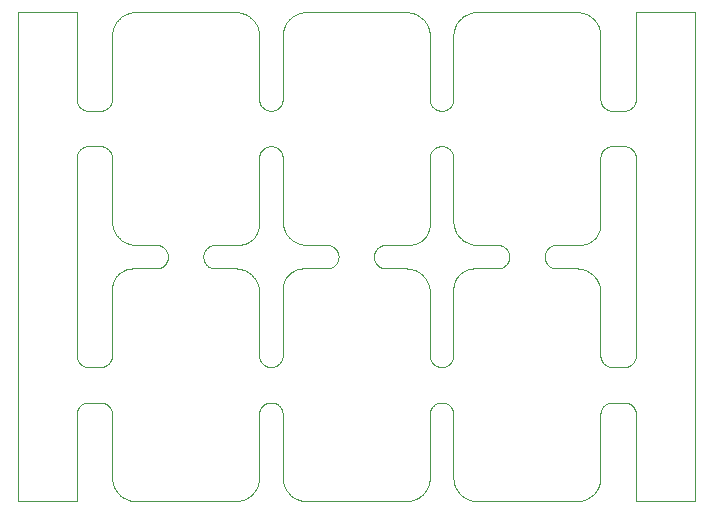
<source format=gbr>
%TF.GenerationSoftware,KiCad,Pcbnew,6.0.9-8da3e8f707~116~ubuntu20.04.1*%
%TF.CreationDate,2022-11-17T11:37:04+01:00*%
%TF.ProjectId,panel_sensor,70616e65-6c5f-4736-956e-736f722e6b69,rev?*%
%TF.SameCoordinates,Original*%
%TF.FileFunction,Profile,NP*%
%FSLAX46Y46*%
G04 Gerber Fmt 4.6, Leading zero omitted, Abs format (unit mm)*
G04 Created by KiCad (PCBNEW 6.0.9-8da3e8f707~116~ubuntu20.04.1) date 2022-11-17 11:37:04*
%MOMM*%
%LPD*%
G01*
G04 APERTURE LIST*
%TA.AperFunction,Profile*%
%ADD10C,0.100000*%
%TD*%
G04 APERTURE END LIST*
D10*
X35143758Y-15936812D02*
X35130210Y-15915519D01*
X37283152Y-22910012D02*
X37255173Y-22949740D01*
X49815725Y-33485632D02*
X49823155Y-33461948D01*
X38557982Y-34489743D02*
X38558208Y-34489858D01*
X56623804Y-35641423D02*
X56625000Y-35690122D01*
X33840376Y-36738753D02*
X33840127Y-36738705D01*
X66553138Y-23330974D02*
X66505262Y-23339281D01*
X53485062Y-34656196D02*
X53485309Y-34656250D01*
X38782194Y-56285369D02*
X38806033Y-56293652D01*
X27324740Y-34894826D02*
X27363047Y-34924721D01*
X37623661Y-37690592D02*
X37623552Y-37690821D01*
X38580494Y-15199210D02*
X38558208Y-15210141D01*
X38673052Y-34542614D02*
X38743624Y-34570804D01*
X65340122Y-48050000D02*
X66359877Y-48050000D01*
X52057481Y-33477181D02*
X52067270Y-33499991D01*
X36459877Y-48050000D02*
X36508576Y-48051195D01*
X37695561Y-33659598D02*
X37707607Y-33681301D01*
X62412492Y-15000641D02*
X62387490Y-15000003D01*
X49425359Y-55693121D02*
X49425521Y-55692926D01*
X49268719Y-55857906D02*
X49286710Y-55840804D01*
X49846938Y-33376547D02*
X49846998Y-33376301D01*
X52265823Y-33852541D02*
X52265971Y-33852747D01*
X65052619Y-26392631D02*
X65099450Y-26379671D01*
X52390809Y-34011954D02*
X52390976Y-34012145D01*
X30919826Y-36299740D02*
X30891847Y-36260012D01*
X20019025Y-44253138D02*
X20010718Y-44205262D01*
X48413240Y-56332735D02*
X48413484Y-56332669D01*
X52949717Y-56159878D02*
X52949942Y-56160002D01*
X38936759Y-15067264D02*
X38936515Y-15067330D01*
X45315851Y-36218960D02*
X45291900Y-36176681D01*
X66738855Y-23274637D02*
X66693519Y-23292125D01*
X34849301Y-34269334D02*
X34896291Y-34226880D01*
X60421861Y-36680974D02*
X60374450Y-36670328D01*
X23271843Y-37513735D02*
X23271707Y-37513948D01*
X66553138Y-26369025D02*
X66600549Y-26379671D01*
X63640246Y-15471922D02*
X63640050Y-15471755D01*
X24962509Y-56399996D02*
X24962764Y-56399999D01*
X48909178Y-34526447D02*
X48909407Y-34526338D01*
X48013677Y-56396487D02*
X48013930Y-56396471D01*
X49673805Y-33809975D02*
X49685851Y-33788272D01*
X37010012Y-48216847D02*
X37049740Y-48244826D01*
X23205772Y-55283045D02*
X23205884Y-55283277D01*
X49473703Y-55633831D02*
X49488897Y-55614203D01*
X42034148Y-35181039D02*
X42058099Y-35223318D01*
X24486759Y-15067264D02*
X24486515Y-15067330D01*
X36838855Y-23274637D02*
X36793519Y-23292125D01*
X35239743Y-37807982D02*
X35204558Y-37740624D01*
X37660141Y-33591791D02*
X37660256Y-33592017D01*
X35492631Y-48752619D02*
X35507874Y-48706480D01*
X52024476Y-55093756D02*
X52024564Y-55093998D01*
X51197380Y-48092631D02*
X51243519Y-48107874D01*
X53485587Y-36708016D02*
X53485334Y-36708039D01*
X15000559Y-15006917D02*
X15000416Y-15007387D01*
X30949721Y-36338047D02*
X30919826Y-36299740D01*
X38157073Y-15474478D02*
X38156878Y-15474640D01*
X49942631Y-22647380D02*
X49929671Y-22600549D01*
X35644826Y-26750259D02*
X35674721Y-26711952D01*
X67350297Y-15007863D02*
X67350201Y-15008344D01*
X22433278Y-48145053D02*
X22476681Y-48166900D01*
X64346471Y-54513930D02*
X64346487Y-54513677D01*
X22998804Y-48991423D02*
X23000000Y-49040122D01*
X51925256Y-33015075D02*
X51925298Y-33015325D01*
X53411035Y-34639017D02*
X53485062Y-34656196D01*
X37483587Y-38110197D02*
X37472415Y-38172531D01*
X36199450Y-48079671D02*
X36246861Y-48069025D01*
X59654671Y-35950549D02*
X59644025Y-35903138D01*
X34295796Y-34595163D02*
X34296035Y-34595078D01*
X52710751Y-56007974D02*
X52773759Y-56052742D01*
X63219505Y-36899210D02*
X63219276Y-36899101D01*
X49603715Y-37652989D02*
X49603583Y-37652772D01*
X67350000Y-56387727D02*
X67350003Y-56387972D01*
X49904770Y-22457036D02*
X49901195Y-22408576D01*
X63730083Y-34285832D02*
X63730277Y-34285669D01*
X52020398Y-16317376D02*
X51995818Y-16389286D01*
X23351501Y-33831958D02*
X23351643Y-33832168D01*
X37453691Y-54515715D02*
X37459666Y-54592923D01*
X38216168Y-15426296D02*
X38215969Y-15426454D01*
X22995229Y-27242963D02*
X22998804Y-27291423D01*
X49280083Y-34285832D02*
X49280277Y-34285669D01*
X67060033Y-23060033D02*
X67024841Y-23093539D01*
X27363047Y-36475278D02*
X27324740Y-36505173D01*
X38767138Y-15120483D02*
X38743861Y-15129104D01*
X62640288Y-56378537D02*
X62640539Y-56378501D01*
X22957368Y-48752619D02*
X22970328Y-48799450D01*
X22970328Y-27099450D02*
X22980974Y-27146861D01*
X48769312Y-34586457D02*
X48769548Y-34586366D01*
X37488753Y-16609623D02*
X37488705Y-16609872D01*
X22058576Y-26351195D02*
X22107036Y-26354770D01*
X37453192Y-38348984D02*
X37451934Y-38373775D01*
X19990190Y-56399942D02*
X19990681Y-56399918D01*
X63111948Y-34623155D02*
X63135632Y-34615725D01*
X23668996Y-37074148D02*
X23619916Y-37114167D01*
X37583468Y-55117612D02*
X37583562Y-55117852D01*
X64350000Y-44059877D02*
X64350000Y-38706333D01*
X67352482Y-15003522D02*
X67352170Y-15003902D01*
X51922273Y-54695446D02*
X51926157Y-54720382D01*
X33740288Y-56378537D02*
X33740539Y-56378501D01*
X72348394Y-56395295D02*
X72348646Y-56394874D01*
X64328537Y-54690288D02*
X64338138Y-54614903D01*
X51921498Y-32990539D02*
X51925256Y-33015075D01*
X24130723Y-34500898D02*
X24199776Y-34532626D01*
X38743624Y-34570804D02*
X38743861Y-34570895D01*
X64346487Y-38586322D02*
X64346471Y-38586069D01*
X63242017Y-36910256D02*
X63241791Y-36910141D01*
X35545053Y-48616721D02*
X35566900Y-48573318D01*
X45194025Y-35496861D02*
X45204671Y-35449450D01*
X31014966Y-34989966D02*
X31050158Y-34956460D01*
X37607481Y-16222818D02*
X37607385Y-16223052D01*
X53411035Y-15060982D02*
X53410789Y-15061042D01*
X35361690Y-38113210D02*
X35354259Y-38089527D01*
X24630128Y-56365742D02*
X24630381Y-56365791D01*
X64351195Y-27291423D02*
X64354770Y-27242963D01*
X51960982Y-33188964D02*
X51961042Y-33189210D01*
X63662145Y-55909023D02*
X63718533Y-55858078D01*
X33977218Y-34677626D02*
X33977468Y-34677584D01*
X62564651Y-56388166D02*
X62564903Y-56388138D01*
X15001353Y-56394874D02*
X15001605Y-56395295D01*
X34943073Y-15669509D02*
X34890559Y-15612795D01*
X52062786Y-55189685D02*
X52072894Y-55212809D01*
X63919501Y-34099111D02*
X63935669Y-34080277D01*
X35178292Y-33886051D02*
X35191422Y-33864986D01*
X63790382Y-15612609D02*
X63772764Y-15594539D01*
X24585309Y-34656250D02*
X24609623Y-34661246D01*
X49904770Y-48942963D02*
X49910718Y-48894737D01*
X24511035Y-34639017D02*
X24585062Y-34656196D01*
X72342136Y-56399702D02*
X72342612Y-56399583D01*
X20010718Y-44205262D02*
X20004770Y-44157036D01*
X34582168Y-37051643D02*
X34581958Y-37051501D01*
X24673775Y-36701934D02*
X24648984Y-36703192D01*
X20075362Y-22738855D02*
X20057874Y-22693519D01*
X24859687Y-56395381D02*
X24859944Y-56395398D01*
X48089957Y-56390678D02*
X48114651Y-56388166D01*
X37563633Y-37830451D02*
X37563542Y-37830687D01*
X63032861Y-36820483D02*
X63032623Y-36820398D01*
X35409892Y-16603070D02*
X35404730Y-16578367D01*
X37124841Y-44793539D02*
X37088047Y-44825278D01*
X22743539Y-26675158D02*
X22775278Y-26711952D01*
X49133831Y-37126296D02*
X49114203Y-37111102D01*
X65052619Y-23307368D02*
X65006480Y-23292125D01*
X37451925Y-38374028D02*
X37450160Y-38443668D01*
X23067264Y-16486759D02*
X23061042Y-16510789D01*
X34614986Y-34441422D02*
X34636051Y-34428292D01*
X48290127Y-56361294D02*
X48290376Y-56361246D01*
X35447744Y-38611112D02*
X35446487Y-38586322D01*
X64711952Y-26574721D02*
X64750259Y-26544826D01*
X66457036Y-26354770D02*
X66505262Y-26360718D01*
X35411246Y-38309623D02*
X35406250Y-38285309D01*
X64789987Y-48216847D02*
X64831039Y-48190851D01*
X60469737Y-34710718D02*
X60517963Y-34704770D01*
X53217138Y-34579516D02*
X53217376Y-34579601D01*
X51984353Y-37914127D02*
X51984274Y-37914367D01*
X23306692Y-37460858D02*
X23271843Y-37513735D01*
X37617373Y-16199776D02*
X37617270Y-16200008D01*
X34907906Y-37331280D02*
X34890804Y-37313289D01*
X63935669Y-34080277D02*
X63935832Y-34080083D01*
X49815646Y-33485872D02*
X49815725Y-33485632D01*
X53122818Y-34542518D02*
X53123052Y-34542614D01*
X38418307Y-36884593D02*
X38418081Y-36884707D01*
X37721843Y-37513735D02*
X37721707Y-37513948D01*
X49548356Y-55532168D02*
X49548498Y-55531958D01*
X23765969Y-15426454D02*
X23707073Y-15474478D01*
X20000000Y-56387727D02*
X20000000Y-49040122D01*
X56484148Y-35181039D02*
X56508099Y-35223318D01*
X52251643Y-33832168D02*
X52265823Y-33852541D01*
X52219930Y-55484695D02*
X52263087Y-55548817D01*
X52067373Y-33500223D02*
X52099101Y-33569276D01*
X48859375Y-56154558D02*
X48859598Y-56154438D01*
X52768041Y-34348498D02*
X52831494Y-34390317D01*
X38580723Y-15199101D02*
X38580494Y-15199210D01*
X38210858Y-37006692D02*
X38210648Y-37006834D01*
X52442093Y-15631280D02*
X52441921Y-15631466D01*
X34064612Y-34661313D02*
X34126301Y-34646998D01*
X19999996Y-56387972D02*
X20000000Y-56387727D01*
X20566721Y-48145053D02*
X20611144Y-48125362D01*
X47937235Y-15000000D02*
X39456333Y-15000000D01*
X23810543Y-56007822D02*
X23810751Y-56007974D01*
X52171707Y-37513948D02*
X52158577Y-37535013D01*
X37769930Y-55484695D02*
X37813087Y-55548817D01*
X42079946Y-35266721D02*
X42099637Y-35311144D01*
X23011861Y-16785096D02*
X23011833Y-16785348D01*
X48413240Y-36767264D02*
X48389210Y-36761042D01*
X38381494Y-34390317D02*
X38381707Y-34390453D01*
X36700549Y-45020328D02*
X36653138Y-45030974D01*
X23133562Y-55117852D02*
X23162685Y-55189448D01*
X51938705Y-33090127D02*
X51938753Y-33090376D01*
X67339281Y-48894737D02*
X67345229Y-48942963D01*
X35616847Y-44610012D02*
X35590851Y-44568960D01*
X36016721Y-44954946D02*
X35973318Y-44933099D01*
X35545053Y-26916721D02*
X35566900Y-26873318D01*
X23033635Y-38109948D02*
X23033587Y-38110197D01*
X38614692Y-56217313D02*
X38614926Y-56217419D01*
X49942631Y-44347380D02*
X49929671Y-44300549D01*
X60517963Y-34704770D02*
X60566423Y-34701195D01*
X64354770Y-48942963D02*
X64360718Y-48894737D01*
X49322764Y-15594539D02*
X49322582Y-15594356D01*
X72343997Y-56399087D02*
X72344441Y-56398877D01*
X35451195Y-22408576D02*
X35450000Y-22359877D01*
X49804181Y-38089286D02*
X49779601Y-38017376D01*
X24834525Y-56393445D02*
X24859687Y-56395381D01*
X22674841Y-23093539D02*
X22638047Y-23125278D01*
X37545740Y-33310472D02*
X37545818Y-33310713D01*
X49299111Y-34269501D02*
X49299301Y-34269334D01*
X15003902Y-15002170D02*
X15003522Y-15002482D01*
X49689858Y-55291791D02*
X49700789Y-55269505D01*
X51333278Y-26445053D02*
X51376681Y-26466900D01*
X62463677Y-36703512D02*
X62438887Y-36702255D01*
X64229601Y-55082623D02*
X64254181Y-55010713D01*
X65340122Y-45050000D02*
X65291423Y-45048804D01*
X23351643Y-33832168D02*
X23365823Y-33852541D01*
X60064987Y-36533152D02*
X60025259Y-36505173D01*
X27608099Y-35223318D02*
X27629946Y-35266721D01*
X53256278Y-56293733D02*
X53329918Y-56317212D01*
X53509623Y-34661246D02*
X53509872Y-34661294D01*
X20057874Y-48706480D02*
X20075362Y-48661144D01*
X63971988Y-15830196D02*
X63925586Y-15768382D01*
X50040851Y-48531039D02*
X50066847Y-48489987D01*
X23245561Y-33659598D02*
X23257607Y-33681301D01*
X37430974Y-22553138D02*
X37420328Y-22600549D01*
X23038686Y-38085387D02*
X23038632Y-38085634D01*
X38863453Y-15088236D02*
X38863210Y-15088309D01*
X64309942Y-16603323D02*
X64309892Y-16603070D01*
X37495325Y-54821884D02*
X37513080Y-54897109D01*
X23104921Y-37853964D02*
X23104836Y-37854203D01*
X35739966Y-48339966D02*
X35775158Y-48306460D01*
X37461833Y-32914651D02*
X37461861Y-32914903D01*
X64030210Y-15915519D02*
X64030069Y-15915304D01*
X47906331Y-36700160D02*
X47906205Y-36700158D01*
X36508576Y-26351195D02*
X36557036Y-26354770D01*
X67359318Y-56399918D02*
X67359809Y-56399942D01*
X63909600Y-15748192D02*
X63860077Y-15688849D01*
X59914966Y-34989966D02*
X59950158Y-34956460D01*
X64379671Y-22600549D02*
X64369025Y-22553138D01*
X20075362Y-26961144D02*
X20095053Y-26916721D01*
X64176447Y-33709178D02*
X64202887Y-33651634D01*
X41378138Y-36680974D02*
X41330262Y-36689281D01*
X37452374Y-54490288D02*
X37452384Y-54490543D01*
X64043893Y-15937031D02*
X64043758Y-15936812D01*
X34308400Y-15193489D02*
X34308168Y-15193377D01*
X37708445Y-37535230D02*
X37676320Y-37589804D01*
X64282735Y-54913240D02*
X64288957Y-54889210D01*
X48156331Y-34699839D02*
X48225971Y-34698074D01*
X34959606Y-34164468D02*
X34976707Y-34146477D01*
X22599740Y-48244826D02*
X22638047Y-48274721D01*
X35706460Y-44724841D02*
X35674721Y-44688047D01*
X65146861Y-23330974D02*
X65099450Y-23320328D01*
X22924637Y-44438855D02*
X22904946Y-44483278D01*
X52110141Y-16108208D02*
X52099210Y-16130494D01*
X63642926Y-55925521D02*
X63643121Y-55925359D01*
X15007863Y-56399702D02*
X15008344Y-56399798D01*
X51909666Y-54592923D02*
X51909689Y-54593179D01*
X49052541Y-56034176D02*
X49052747Y-56034028D01*
X22599740Y-44855173D02*
X22560012Y-44883152D01*
X23104836Y-37854203D02*
X23084353Y-37914127D01*
X67093539Y-26675158D02*
X67125278Y-26711952D01*
X48828592Y-34562778D02*
X48851402Y-34552989D01*
X23319789Y-55484480D02*
X23319930Y-55484695D01*
X49109645Y-15407319D02*
X49089456Y-15392177D01*
X39443794Y-34699841D02*
X39456207Y-34699999D01*
X35674721Y-22988047D02*
X35644826Y-22949740D01*
X67254946Y-22783278D02*
X67233099Y-22826681D01*
X62964365Y-34661367D02*
X62964612Y-34661313D01*
X23378011Y-55569803D02*
X23424413Y-55631617D01*
X35276338Y-33709407D02*
X35276447Y-33709178D01*
X52145441Y-33659375D02*
X52145561Y-33659598D01*
X67356455Y-15000724D02*
X67356002Y-15000912D01*
X22476681Y-48166900D02*
X22518960Y-48190851D01*
X38138045Y-15490809D02*
X38137854Y-15490976D01*
X64280359Y-16477987D02*
X64258754Y-16403775D01*
X23363234Y-55549029D02*
X23377859Y-55569595D01*
X63736891Y-55840627D02*
X63790627Y-55786891D01*
X20095053Y-26916721D02*
X20116900Y-26873318D01*
X30841900Y-36176681D02*
X30820053Y-36133278D01*
X19999583Y-56392612D02*
X19999702Y-56392136D01*
X30782874Y-35356480D02*
X30800362Y-35311144D01*
X62463930Y-36703528D02*
X62463677Y-36703512D01*
X24018698Y-15257607D02*
X24018478Y-15257733D01*
X34742926Y-55925521D02*
X34743121Y-55925359D01*
X67183152Y-22910012D02*
X67155173Y-22949740D01*
X49896471Y-54513930D02*
X49896487Y-54513677D01*
X39443668Y-34699839D02*
X39443794Y-34699841D01*
X49899999Y-38706207D02*
X49899841Y-38693794D01*
X63925428Y-15768178D02*
X63909763Y-15748391D01*
X62490055Y-15004601D02*
X62412747Y-15000651D01*
X67339281Y-44205262D02*
X67330974Y-44253138D01*
X53397568Y-36718579D02*
X53397317Y-36718615D01*
X50909877Y-26350000D02*
X50958576Y-26351195D01*
X20224721Y-44688047D02*
X20194826Y-44649740D01*
X34914650Y-34209429D02*
X34959429Y-34164650D01*
X49364468Y-34209606D02*
X49364650Y-34209429D01*
X59682874Y-35356480D02*
X59700362Y-35311144D01*
X59626195Y-35641423D02*
X59629770Y-35592963D01*
X49838957Y-54889210D02*
X49839017Y-54888964D01*
X36391423Y-48051195D02*
X36440122Y-48050000D01*
X27705974Y-35903138D02*
X27695328Y-35950549D01*
X49846998Y-33376301D02*
X49861313Y-33314612D01*
X63584030Y-55973545D02*
X63642926Y-55925521D01*
X38118996Y-37074148D02*
X38069916Y-37114167D01*
X34150577Y-34640716D02*
X34150821Y-34640649D01*
X66505262Y-48060718D02*
X66553138Y-48069025D01*
X52665969Y-34273545D02*
X52666168Y-34273703D01*
X23740275Y-37021014D02*
X23740069Y-37021162D01*
X59700362Y-36088855D02*
X59682874Y-36043519D01*
X56484148Y-36218960D02*
X56458152Y-36260012D01*
X53193624Y-34570804D02*
X53193861Y-34570895D01*
X52099101Y-16130723D02*
X52067373Y-16199776D01*
X37721707Y-37513948D02*
X37708577Y-37535013D01*
X34636264Y-34428156D02*
X34689141Y-34393307D01*
X23785999Y-34289049D02*
X23847252Y-34334028D01*
X23474640Y-15706878D02*
X23474478Y-15707073D01*
X38879918Y-56317212D02*
X38880164Y-56317287D01*
X45179770Y-35592963D02*
X45185718Y-35544737D01*
X48065474Y-15006554D02*
X48040312Y-15004618D01*
X49861294Y-38309872D02*
X49861246Y-38309623D01*
X48143666Y-34700000D02*
X48143792Y-34699999D01*
X35153715Y-37652989D02*
X35153583Y-37652772D01*
X37333099Y-44526681D02*
X37309148Y-44568960D01*
X35507874Y-27006480D02*
X35525362Y-26961144D01*
X63196035Y-34595078D02*
X63219312Y-34586457D01*
X64323799Y-16679363D02*
X64309942Y-16603323D01*
X52811727Y-36914148D02*
X52790024Y-36926194D01*
X23911950Y-36914027D02*
X23911727Y-36914148D01*
X51824637Y-22738855D02*
X51804946Y-22783278D01*
X34040051Y-34666364D02*
X34064365Y-34661367D01*
X53906333Y-15000000D02*
X53906207Y-15000000D01*
X48089957Y-36709321D02*
X48089704Y-36709299D01*
X67292125Y-27006480D02*
X67307368Y-27052619D01*
X20481039Y-44909148D02*
X20439987Y-44883152D01*
X35449999Y-54393792D02*
X35450000Y-54393666D01*
X48685872Y-34615646D02*
X48745796Y-34595163D01*
X34378358Y-34562875D02*
X34378592Y-34562778D01*
X31248318Y-36583099D02*
X31206039Y-36559148D01*
X52033562Y-55117852D02*
X52062685Y-55189448D01*
X37617270Y-16200008D02*
X37607481Y-16222818D01*
X56335033Y-36410033D02*
X56299841Y-36443539D01*
X53584674Y-15025298D02*
X53509872Y-15038705D01*
X63185073Y-15182580D02*
X63114238Y-15151651D01*
X53555211Y-56370306D02*
X53555465Y-56370348D01*
X20439987Y-23183152D02*
X20400259Y-23155173D01*
X52435349Y-37190570D02*
X52390570Y-37235349D01*
X23025256Y-16684924D02*
X23021498Y-16709460D01*
X36883278Y-44954946D02*
X36838855Y-44974637D01*
X63397227Y-56103583D02*
X63418292Y-56090453D01*
X59625000Y-35709877D02*
X59625000Y-35690122D01*
X67355558Y-15001122D02*
X67355125Y-15001353D01*
X53609460Y-15021498D02*
X53584924Y-15025256D01*
X35345078Y-33546035D02*
X35345163Y-33545796D01*
X31569737Y-36689281D02*
X31521861Y-36680974D01*
X51460012Y-26516847D02*
X51499740Y-26544826D01*
X23217288Y-55306079D02*
X23253621Y-55374299D01*
X51376681Y-23233099D02*
X51333278Y-23254946D01*
X66457036Y-45045229D02*
X66408576Y-45048804D01*
X55780262Y-36689281D02*
X55732036Y-36695229D01*
X37450000Y-44059877D02*
X37448804Y-44108576D01*
X31474450Y-34729671D02*
X31521861Y-34719025D01*
X52263234Y-55549029D02*
X52277859Y-55569595D01*
X36605262Y-48060718D02*
X36653138Y-48069025D01*
X56101681Y-36583099D02*
X56058278Y-36604946D01*
X33801015Y-34696807D02*
X33801267Y-34696791D01*
X51909321Y-16810042D02*
X51909299Y-16810295D01*
X33443666Y-56399999D02*
X33443792Y-56399999D01*
X72337972Y-15000003D02*
X72337727Y-15000000D01*
X38138045Y-34209190D02*
X38156878Y-34225359D01*
X64258754Y-16403775D02*
X64258679Y-16403529D01*
X24609872Y-15038705D02*
X24609623Y-15038753D01*
X38081466Y-34158078D02*
X38137854Y-34209023D01*
X37450160Y-38443668D02*
X37450158Y-38443794D01*
X53310197Y-36733587D02*
X53309948Y-36733635D01*
X23321014Y-37440275D02*
X23306834Y-37460648D01*
X35889987Y-26516847D02*
X35931039Y-26490851D01*
X38685761Y-56248348D02*
X38685998Y-56248448D01*
X66988047Y-26574721D02*
X67024841Y-26606460D01*
X39124028Y-36701925D02*
X39123775Y-36701934D01*
X37746416Y-33747227D02*
X37759546Y-33768292D01*
X64289017Y-38211035D02*
X64288957Y-38210789D01*
X64091422Y-33864986D02*
X64091554Y-33864769D01*
X27500278Y-35061952D02*
X27530173Y-35100259D01*
X23008016Y-38285587D02*
X23003208Y-38348732D01*
X63539248Y-15392025D02*
X63476240Y-15347257D01*
X72349440Y-15006917D02*
X72349275Y-15006455D01*
X35454770Y-27242963D02*
X35460718Y-27194737D01*
X22859148Y-44568960D02*
X22833152Y-44610012D01*
X51857368Y-44347380D02*
X51842125Y-44393519D01*
X37430974Y-48846861D02*
X37439281Y-48894737D01*
X52099210Y-16130494D02*
X52099101Y-16130723D01*
X49534176Y-37547458D02*
X49534028Y-37547252D01*
X39181842Y-56382212D02*
X39182097Y-56382248D01*
X41651681Y-34816900D02*
X41693960Y-34840851D01*
X49469334Y-34099301D02*
X49469501Y-34099111D01*
X24585062Y-34656196D02*
X24585309Y-34656250D01*
X37450158Y-38443794D02*
X37450000Y-38456207D01*
X19996477Y-15002482D02*
X19996097Y-15002170D01*
X63698314Y-15522934D02*
X63640246Y-15471922D01*
X49975362Y-48661144D02*
X49995053Y-48616721D01*
X66693519Y-26407874D02*
X66738855Y-26425362D01*
X49340804Y-55786710D02*
X49357906Y-55768719D01*
X36246861Y-26369025D02*
X36294737Y-26360718D01*
X63397010Y-56103715D02*
X63397227Y-56103583D01*
X19998394Y-56395295D02*
X19998646Y-56394874D01*
X33864665Y-34691960D02*
X33889359Y-34689449D01*
X64750259Y-23155173D02*
X64711952Y-23125278D01*
X26734877Y-36700000D02*
X24756333Y-36700000D01*
X23631466Y-15541921D02*
X23631280Y-15542093D01*
X59741900Y-36176681D02*
X59720053Y-36133278D01*
X20095053Y-44483278D02*
X20075362Y-44438855D01*
X22203138Y-26369025D02*
X22250549Y-26379671D01*
X49811763Y-38113453D02*
X49811690Y-38113210D01*
X38749178Y-36759350D02*
X38688294Y-36776771D01*
X37667288Y-55306079D02*
X37703621Y-55374299D01*
X20844737Y-23339281D02*
X20796861Y-23330974D01*
X42058099Y-36176681D02*
X42034148Y-36218960D01*
X62343792Y-56399999D02*
X62356205Y-56399841D01*
X52971407Y-36837221D02*
X52948597Y-36847010D01*
X67339281Y-27194737D02*
X67345229Y-27242963D01*
X63559645Y-15407319D02*
X63539456Y-15392177D01*
X35009763Y-15748391D02*
X35009600Y-15748192D01*
X35411294Y-54790127D02*
X35424701Y-54715325D01*
X35449839Y-54406331D02*
X35449841Y-54406205D01*
X20941423Y-48051195D02*
X20990122Y-48050000D01*
X72349275Y-56393544D02*
X72349440Y-56393082D01*
X64327726Y-16704553D02*
X64323842Y-16679617D01*
X51918615Y-38197317D02*
X51918579Y-38197568D01*
X50300259Y-44855173D02*
X50261952Y-44825278D01*
X25006207Y-34699999D02*
X25006333Y-34700000D01*
X37876454Y-15765969D02*
X37876296Y-15766168D01*
X24609872Y-34661294D02*
X24684674Y-34674701D01*
X66738855Y-26425362D02*
X66783278Y-26445053D01*
X38009372Y-34086891D02*
X38063108Y-34140627D01*
X64916721Y-23254946D02*
X64873318Y-23233099D01*
X20140851Y-22868960D02*
X20116900Y-22826681D01*
X50261952Y-26574721D02*
X50300259Y-26544826D01*
X49896807Y-33051015D02*
X49898065Y-33026224D01*
X49473545Y-37465969D02*
X49425521Y-37407073D01*
X34060472Y-36795740D02*
X34036789Y-36788309D01*
X51938705Y-16609872D02*
X51925298Y-16684674D01*
X63309598Y-56154438D02*
X63331301Y-56142392D01*
X62964612Y-34661313D02*
X63026301Y-34646998D01*
X33456331Y-56399839D02*
X33538634Y-56397753D01*
X65291423Y-48051195D02*
X65340122Y-48050000D01*
X63150223Y-56232626D02*
X63219276Y-56200898D01*
X51150549Y-48079671D02*
X51197380Y-48092631D01*
X26880262Y-36689281D02*
X26832036Y-36695229D01*
X63455086Y-15333027D02*
X63454871Y-15332886D01*
X64349999Y-17006441D02*
X64349829Y-16993560D01*
X64873318Y-26466900D02*
X64916721Y-26445053D01*
X64711952Y-44825278D02*
X64675158Y-44793539D01*
X24709711Y-34678537D02*
X24785096Y-34688138D01*
X30981460Y-36374841D02*
X30949721Y-36338047D01*
X36968960Y-23209148D02*
X36926681Y-23233099D01*
X64574721Y-48411952D02*
X64606460Y-48375158D01*
X23296284Y-33747010D02*
X23296416Y-33747227D01*
X19999702Y-56392136D02*
X19999798Y-56391655D01*
X22107036Y-26354770D02*
X22155262Y-26360718D01*
X64254259Y-38089527D02*
X64254181Y-38089286D01*
X20140851Y-44568960D02*
X20116900Y-44526681D01*
X63278592Y-34562778D02*
X63301402Y-34552989D01*
X36700549Y-23320328D02*
X36653138Y-23330974D01*
X48290376Y-36738753D02*
X48290127Y-36738705D01*
X52607073Y-15474478D02*
X52606878Y-15474640D01*
X34576240Y-15347257D02*
X34576028Y-15347110D01*
X34019835Y-15082712D02*
X33995601Y-15075667D01*
X62701015Y-34696807D02*
X62701267Y-34696791D01*
X34319548Y-34586366D02*
X34378358Y-34562875D01*
X24293861Y-34570895D02*
X24317138Y-34579516D01*
X59765851Y-35181039D02*
X59791847Y-35139987D01*
X51103138Y-26369025D02*
X51150549Y-26379671D01*
X37991921Y-15631466D02*
X37940976Y-15687854D01*
X51910579Y-38260388D02*
X51910550Y-38260640D01*
X30891847Y-36260012D02*
X30865851Y-36218960D01*
X23113633Y-37830451D02*
X23113542Y-37830687D01*
X35354259Y-55010472D02*
X35361690Y-54986789D01*
X33664903Y-56388138D02*
X33740288Y-56378537D01*
X53454212Y-56349906D02*
X53454464Y-56349961D01*
X37461861Y-16785096D02*
X37461833Y-16785348D01*
X33456205Y-36700158D02*
X33443792Y-36700000D01*
X38936759Y-34632735D02*
X38960789Y-34638957D01*
X15000003Y-15012027D02*
X15000003Y-15012027D01*
X33963240Y-36767264D02*
X33939210Y-36761042D01*
X64350000Y-38706333D02*
X64349999Y-38706207D01*
X22710033Y-48339966D02*
X22743539Y-48375158D01*
X22743539Y-44724841D02*
X22710033Y-44760033D01*
X38410577Y-56108712D02*
X38432216Y-56121698D01*
X52251501Y-15868041D02*
X52209682Y-15931494D01*
X72349996Y-56387972D02*
X72350000Y-56387727D01*
X64289017Y-54888964D02*
X64306196Y-54814937D01*
X37574564Y-55093998D02*
X37583468Y-55117612D01*
X63718533Y-37241921D02*
X63662145Y-37190976D01*
X56529946Y-35266721D02*
X56549637Y-35311144D01*
X52607073Y-34225521D02*
X52665969Y-34273545D01*
X20042631Y-44347380D02*
X20029671Y-44300549D01*
X22805173Y-26750259D02*
X22833152Y-26789987D01*
X42170229Y-35592963D02*
X42173804Y-35641423D01*
X49808754Y-16403775D02*
X49808679Y-16403529D01*
X37563542Y-37830687D02*
X37554921Y-37853964D01*
X41184877Y-36700000D02*
X39206333Y-36700000D01*
X35449841Y-38693794D02*
X35449841Y-38693794D01*
X49890700Y-38510295D02*
X49890678Y-38510042D01*
X48988049Y-34485972D02*
X48988272Y-34485851D01*
X38285230Y-36958445D02*
X38285013Y-36958577D01*
X64349999Y-38706207D02*
X64349841Y-38693794D01*
X39059623Y-15038753D02*
X39035309Y-15043749D01*
X37554836Y-37854203D02*
X37534353Y-37914127D01*
X24040401Y-34454438D02*
X24040624Y-34454558D01*
X37493749Y-16585309D02*
X37488753Y-16609623D01*
X64369025Y-22553138D02*
X64360718Y-22505262D01*
X52710543Y-56007822D02*
X52710751Y-56007974D01*
X35450000Y-44059877D02*
X35450000Y-38706333D01*
X41330262Y-36689281D02*
X41282036Y-36695229D01*
X51333278Y-48145053D02*
X51376681Y-48166900D01*
X37824148Y-37368996D02*
X37823990Y-37369194D01*
X20289966Y-23060033D02*
X20256460Y-23024841D01*
X51842125Y-27006480D02*
X51857368Y-27052619D01*
X37534353Y-37914127D02*
X37534274Y-37914367D01*
X23067330Y-33213484D02*
X23088236Y-33286546D01*
X52435531Y-37190393D02*
X52435349Y-37190570D01*
X20256460Y-23024841D02*
X20224721Y-22988047D01*
X23474478Y-33992926D02*
X23474640Y-33993121D01*
X51759148Y-22868960D02*
X51733152Y-22910012D01*
X49409190Y-55711954D02*
X49425359Y-55693121D01*
X22009877Y-48050000D02*
X22058576Y-48051195D01*
X60148318Y-34816900D02*
X60191721Y-34795053D01*
X41774740Y-34894826D02*
X41813047Y-34924721D01*
X52062685Y-55189448D02*
X52062786Y-55189685D01*
X38410357Y-56108577D02*
X38410577Y-56108712D01*
X51288855Y-26425362D02*
X51333278Y-26445053D01*
X23490570Y-37235349D02*
X23490393Y-37235531D01*
X15000081Y-56390681D02*
X15000129Y-56391169D01*
X20892963Y-26354770D02*
X20941423Y-26351195D01*
X63876880Y-34146291D02*
X63919334Y-34099301D01*
X66359877Y-48050000D02*
X66408576Y-48051195D01*
X38440821Y-36873552D02*
X38440592Y-36873661D01*
X49861294Y-54790127D02*
X49874701Y-54715325D01*
X64192518Y-37922818D02*
X64182729Y-37900008D01*
X53289286Y-34604181D02*
X53289527Y-34604259D01*
X53509623Y-15038753D02*
X53485309Y-15043749D01*
X45431460Y-36374841D02*
X45399721Y-36338047D01*
X37924478Y-33992926D02*
X37924640Y-33993121D01*
X20116900Y-26873318D02*
X20140851Y-26831039D01*
X35140317Y-55468505D02*
X35140453Y-55468292D01*
X51333278Y-44954946D02*
X51288855Y-44974637D01*
X63843245Y-15669700D02*
X63843073Y-15669509D01*
X36294737Y-48060718D02*
X36342963Y-48054770D01*
X48769505Y-56200789D02*
X48791791Y-56189858D01*
X37193539Y-23024841D02*
X37160033Y-23060033D01*
X25006333Y-15000000D02*
X25006207Y-15000000D01*
X36747380Y-23307368D02*
X36700549Y-23320328D01*
X34683831Y-37126296D02*
X34664203Y-37111102D01*
X35316531Y-16282387D02*
X35316437Y-16282147D01*
X51902255Y-16911112D02*
X51902246Y-16911365D01*
X20057874Y-22693519D02*
X20042631Y-22647380D01*
X23124564Y-55093998D02*
X23133468Y-55117612D01*
X72347188Y-15003159D02*
X72346840Y-15002811D01*
X66910012Y-23183152D02*
X66868960Y-23209148D01*
X23026157Y-54720382D02*
X23026200Y-54720636D01*
X37517264Y-16486759D02*
X37511042Y-16510789D01*
X52326296Y-33933831D02*
X52326454Y-33934030D01*
X56582368Y-35402619D02*
X56595328Y-35449450D01*
X23766168Y-15426296D02*
X23765969Y-15426454D01*
X62764412Y-34691983D02*
X62764665Y-34691960D01*
X64306196Y-54814937D02*
X64306250Y-54814690D01*
X67274637Y-48661144D02*
X67292125Y-48706480D01*
X36793519Y-44992125D02*
X36747380Y-45007368D01*
X26880262Y-34710718D02*
X26928138Y-34719025D01*
X60281480Y-36642125D02*
X60236144Y-36624637D01*
X51900160Y-38443668D02*
X51900158Y-38443794D01*
X42175000Y-35709877D02*
X42173804Y-35758576D01*
X24018478Y-34442266D02*
X24018698Y-34442392D01*
X49133831Y-55973703D02*
X49134030Y-55973545D01*
X37746416Y-15952772D02*
X37746284Y-15952989D01*
X22942125Y-44393519D02*
X22924637Y-44438855D01*
X53041599Y-56206510D02*
X53041831Y-56206622D01*
X64516847Y-22910012D02*
X64490851Y-22868960D01*
X23835013Y-36958577D02*
X23813948Y-36971707D01*
X48568047Y-15114718D02*
X48567805Y-15114630D01*
X49190050Y-15471755D02*
X49170667Y-15455593D01*
X37890236Y-55651608D02*
X37890399Y-55651807D01*
X52713948Y-36971707D02*
X52713735Y-36971843D01*
X31381480Y-36642125D02*
X31336144Y-36624637D01*
X33775971Y-34698074D02*
X33776224Y-34698065D01*
X34285073Y-15182580D02*
X34214238Y-15151651D01*
X34689351Y-34393165D02*
X34709724Y-34378985D01*
X50040851Y-44568960D02*
X50016900Y-44526681D01*
X37333099Y-22826681D02*
X37309148Y-22868960D01*
X51197380Y-23307368D02*
X51150549Y-23320328D01*
X23424571Y-55631821D02*
X23440236Y-55651608D01*
X37587221Y-37771407D02*
X37587124Y-37771641D01*
X33895787Y-15050093D02*
X33895535Y-15050038D01*
X49700898Y-37830723D02*
X49700789Y-37830494D01*
X19991169Y-15000129D02*
X19990681Y-15000081D01*
X34684030Y-37126454D02*
X34683831Y-37126296D01*
X31617963Y-34704770D02*
X31666423Y-34701195D01*
X23358796Y-37388823D02*
X23358644Y-37389025D01*
X51900158Y-16993794D02*
X51900000Y-17006207D01*
X45464966Y-36410033D02*
X45431460Y-36374841D01*
X52013633Y-37830451D02*
X52013542Y-37830687D01*
X34614769Y-34441554D02*
X34614986Y-34441422D01*
X35265406Y-33731692D02*
X35276338Y-33709407D01*
X38591599Y-56206510D02*
X38591831Y-56206622D01*
X64349841Y-54406205D02*
X64349999Y-54393792D01*
X53354646Y-56324400D02*
X53429398Y-56344056D01*
X52406754Y-55730299D02*
X52406926Y-55730490D01*
X52206834Y-37460648D02*
X52206692Y-37460858D01*
X35469025Y-48846861D02*
X35479671Y-48799450D01*
X51243519Y-44992125D02*
X51197380Y-45007368D01*
X23506926Y-55730490D02*
X23559440Y-55787204D01*
X48370351Y-15055880D02*
X48345787Y-15050093D01*
X52660858Y-37006692D02*
X52660648Y-37006834D01*
X49286891Y-55840627D02*
X49340627Y-55786891D01*
X49900000Y-17006572D02*
X49899999Y-17006441D01*
X20523318Y-26466900D02*
X20566721Y-26445053D01*
X35706460Y-48375158D02*
X35739966Y-48339966D01*
X51880974Y-44253138D02*
X51870328Y-44300549D01*
X59881460Y-35025158D02*
X59914966Y-34989966D01*
X64258679Y-16403529D02*
X64251003Y-16379488D01*
X50124721Y-22988047D02*
X50094826Y-22949740D01*
X23689025Y-37058644D02*
X23688823Y-37058796D01*
X22970328Y-44300549D02*
X22957368Y-44347380D01*
X51900000Y-54393427D02*
X51900000Y-54393558D01*
X64123805Y-33809975D02*
X64135851Y-33788272D01*
X48600821Y-34640649D02*
X48661705Y-34623228D01*
X24993668Y-34699839D02*
X24993794Y-34699841D01*
X23069571Y-54921764D02*
X23069640Y-54922012D01*
X51895229Y-22457036D02*
X51889281Y-22505262D01*
X27468539Y-36374841D02*
X27435033Y-36410033D01*
X33952682Y-34681384D02*
X33977218Y-34677626D01*
X52166178Y-55396487D02*
X52166308Y-55396709D01*
X34118047Y-15114718D02*
X34117805Y-15114630D01*
X52324571Y-55631821D02*
X52340236Y-55651608D01*
X35178156Y-33886264D02*
X35178292Y-33886051D01*
X52459372Y-34086891D02*
X52513108Y-34140627D01*
X20042631Y-48752619D02*
X20057874Y-48706480D01*
X35302887Y-33651634D02*
X35302989Y-33651402D01*
X20941423Y-23348804D02*
X20892963Y-23345229D01*
X37333099Y-26873318D02*
X37354946Y-26916721D01*
X19995295Y-56398394D02*
X19995703Y-56398121D01*
X64328501Y-38409460D02*
X64324743Y-38384924D01*
X35454770Y-22457036D02*
X35451195Y-22408576D01*
X35439420Y-33139611D02*
X35439449Y-33139359D01*
X64379671Y-27099450D02*
X64392631Y-27052619D01*
X33706205Y-34699841D02*
X33706331Y-34699839D01*
X34659645Y-15407319D02*
X34639456Y-15392177D01*
X36246861Y-48069025D02*
X36294737Y-48060718D01*
X49340627Y-55786891D02*
X49340804Y-55786710D01*
X51857368Y-22647380D02*
X51842125Y-22693519D01*
X31206039Y-34840851D02*
X31248318Y-34816900D01*
X49839017Y-54888964D02*
X49856196Y-54814937D01*
X35406196Y-54814937D02*
X35406250Y-54814690D01*
X49193121Y-37174640D02*
X49192926Y-37174478D01*
X26832036Y-36695229D02*
X26783576Y-36698804D01*
X64750259Y-26544826D02*
X64789987Y-26516847D01*
X30865851Y-35181039D02*
X30891847Y-35139987D01*
X23147112Y-37748365D02*
X23147010Y-37748597D01*
X22343519Y-48107874D02*
X22388855Y-48125362D01*
X24472781Y-36722373D02*
X24472531Y-36722415D01*
X50602619Y-26392631D02*
X50649450Y-26379671D01*
X30744025Y-35496861D02*
X30754671Y-35449450D01*
X65006480Y-44992125D02*
X64961144Y-44974637D01*
X38323971Y-56052889D02*
X38344913Y-56066972D01*
X72342612Y-56399583D02*
X72343082Y-56399440D01*
X67254946Y-48616721D02*
X67274637Y-48661144D01*
X23729532Y-55944569D02*
X23790150Y-55992522D01*
X37924640Y-15706878D02*
X37924478Y-15707073D01*
X39159711Y-15021462D02*
X39159460Y-15021498D01*
X35590851Y-44568960D02*
X35566900Y-44526681D01*
X49642266Y-37718478D02*
X49603715Y-37652989D01*
X23088309Y-16413210D02*
X23088236Y-16413453D01*
X24107982Y-34489743D02*
X24108208Y-34489858D01*
X23053001Y-38023698D02*
X23038686Y-38085387D01*
X37759546Y-33768292D02*
X37759682Y-33768505D01*
X27695328Y-35950549D02*
X27682368Y-35997380D01*
X23088236Y-16413453D02*
X23067330Y-16486515D01*
X63984028Y-55552747D02*
X63984176Y-55552541D01*
X33538887Y-36702255D02*
X33538634Y-36702246D01*
X45877619Y-34742631D02*
X45924450Y-34729671D01*
X38806033Y-56293652D02*
X38806278Y-56293733D01*
X23000000Y-32693666D02*
X23000000Y-32693792D01*
X52073000Y-55213044D02*
X52105772Y-55283045D01*
X62820601Y-15055943D02*
X62820351Y-15055880D01*
X34664203Y-37111102D02*
X34664000Y-37110950D01*
X50466721Y-44954946D02*
X50423318Y-44933099D01*
X49521988Y-15830196D02*
X49475586Y-15768382D01*
X64639966Y-23060033D02*
X64606460Y-23024841D01*
X51870328Y-48799450D02*
X51880974Y-48846861D01*
X35438138Y-54614903D02*
X35438166Y-54614651D01*
X20796861Y-48069025D02*
X20844737Y-48060718D01*
X62993966Y-15106347D02*
X62993721Y-15106266D01*
X66949740Y-48244826D02*
X66988047Y-48274721D01*
X53289527Y-15095740D02*
X53289286Y-15095818D01*
X51150549Y-23320328D02*
X51103138Y-23330974D01*
X52265823Y-15847458D02*
X52251643Y-15867831D01*
X48470081Y-15082787D02*
X48469835Y-15082712D01*
X15012027Y-15000003D02*
X15009809Y-15000057D01*
X52629332Y-55944406D02*
X52629532Y-55944569D01*
X38806278Y-56293733D02*
X38879918Y-56317212D01*
X56620229Y-35592963D02*
X56623804Y-35641423D01*
X51943803Y-16585062D02*
X51943749Y-16585309D01*
X27725000Y-35709877D02*
X27723804Y-35758576D01*
X20941423Y-26351195D02*
X20990122Y-26350000D01*
X22980974Y-22553138D02*
X22970328Y-22600549D01*
X20749450Y-48079671D02*
X20796861Y-48069025D01*
X64324701Y-38384674D02*
X64311294Y-38309872D01*
X24200008Y-34532729D02*
X24222818Y-34542518D01*
X27649637Y-36088855D02*
X27629946Y-36133278D01*
X64331420Y-33202431D02*
X64339420Y-33139611D01*
X63389422Y-15291287D02*
X63367783Y-15278301D01*
X51938632Y-38085634D02*
X51933635Y-38109948D01*
X31125259Y-36505173D02*
X31086952Y-36475278D01*
X62795535Y-15050038D02*
X62719871Y-15034257D01*
X34400282Y-15240121D02*
X34400057Y-15239997D01*
X23001934Y-38373775D02*
X23001925Y-38374028D01*
X35354181Y-55010713D02*
X35354259Y-55010472D01*
X64516847Y-44610012D02*
X64490851Y-44568960D01*
X39387252Y-56399348D02*
X39387507Y-56399358D01*
X49795078Y-33546035D02*
X49795163Y-33545796D01*
X51103138Y-23330974D02*
X51055262Y-23339281D01*
X51925256Y-16684924D02*
X51921498Y-16709460D01*
X53199422Y-36759283D02*
X53199178Y-36759350D01*
X35192266Y-55381521D02*
X35192392Y-55381301D01*
X49726447Y-33709178D02*
X49752887Y-33651634D01*
X53099776Y-34532626D02*
X53100008Y-34532729D01*
X23173000Y-55213044D02*
X23205772Y-55283045D01*
X49861246Y-38309623D02*
X49856250Y-38285309D01*
X56605974Y-35496861D02*
X56614281Y-35544737D01*
X38263948Y-36971707D02*
X38263735Y-36971843D01*
X19999942Y-56390190D02*
X19999996Y-56387972D01*
X48676947Y-56242614D02*
X48677181Y-56242518D01*
X63331301Y-56142392D02*
X63331521Y-56142266D01*
X63481958Y-37051501D02*
X63418505Y-37009682D01*
X37488753Y-33090376D02*
X37493749Y-33114690D01*
X67358830Y-56399870D02*
X67359318Y-56399918D01*
X24731842Y-56382212D02*
X24732097Y-56382248D01*
X37861102Y-33914203D02*
X37876296Y-33933831D01*
X47988887Y-36702255D02*
X47988634Y-36702246D01*
X52890821Y-36873552D02*
X52890592Y-36873661D01*
X51908039Y-38285334D02*
X51908016Y-38285587D01*
X42175000Y-35690122D02*
X42175000Y-35709877D01*
X56508099Y-36176681D02*
X56484148Y-36218960D01*
X15000129Y-56391169D02*
X15000201Y-56391655D01*
X52340236Y-55651608D02*
X52340399Y-55651807D01*
X63438272Y-34485851D02*
X63459975Y-34473805D01*
X23631466Y-34158078D02*
X23687854Y-34209023D01*
X45575259Y-36505173D02*
X45536952Y-36475278D01*
X35143165Y-33939351D02*
X35143307Y-33939141D01*
X20990122Y-23350000D02*
X20941423Y-23348804D01*
X37450160Y-32706331D02*
X37452246Y-32788634D01*
X34582168Y-56048356D02*
X34602541Y-56034176D01*
X37985349Y-37190570D02*
X37940570Y-37235349D01*
X49899999Y-32943792D02*
X49900000Y-32943666D01*
X49900000Y-38706333D02*
X49899999Y-38706207D01*
X51998996Y-55020511D02*
X51999078Y-55020756D01*
X23911727Y-36914148D02*
X23890024Y-36926194D01*
X20523318Y-23233099D02*
X20481039Y-23209148D01*
X19997517Y-15003522D02*
X19997188Y-15003159D01*
X50792963Y-45045229D02*
X50744737Y-45039281D01*
X23000170Y-54406439D02*
X23000172Y-54406570D01*
X23559195Y-34086710D02*
X23559372Y-34086891D01*
X37471498Y-32990539D02*
X37475256Y-33015075D01*
X23868041Y-15351501D02*
X23867831Y-15351643D01*
X34836710Y-55840804D02*
X34836891Y-55840627D01*
X24317138Y-15120483D02*
X24293861Y-15129104D01*
X55875549Y-34729671D02*
X55922380Y-34742631D01*
X52105772Y-55283045D02*
X52105884Y-55283277D01*
X34664203Y-55988897D02*
X34683831Y-55973703D01*
X64407874Y-44393519D02*
X64392631Y-44347380D01*
X22883099Y-44526681D02*
X22859148Y-44568960D01*
X52057385Y-16223052D02*
X52029195Y-16293624D01*
X35706460Y-26675158D02*
X35739966Y-26639966D01*
X51900000Y-38456333D02*
X51900000Y-44059877D01*
X23473119Y-37253708D02*
X23430665Y-37300698D01*
X36968960Y-26490851D02*
X37010012Y-26516847D01*
X20224721Y-26711952D02*
X20256460Y-26675158D01*
X38156878Y-34225359D02*
X38157073Y-34225521D01*
X23847252Y-34334028D02*
X23847458Y-34334176D01*
X15008830Y-56399870D02*
X15009318Y-56399918D01*
X72346477Y-56397517D02*
X72346840Y-56397188D01*
X51961042Y-33189210D02*
X51967264Y-33213240D01*
X34249991Y-56232729D02*
X34250223Y-56232626D01*
X53685096Y-15011861D02*
X53609711Y-15021462D01*
X53386759Y-15067264D02*
X53386515Y-15067330D01*
X67348804Y-22408576D02*
X67345229Y-22457036D01*
X64328501Y-54690539D02*
X64328537Y-54690288D01*
X23011833Y-32914651D02*
X23011861Y-32914903D01*
X51288855Y-23274637D02*
X51243519Y-23292125D01*
X36391423Y-23348804D02*
X36342963Y-23345229D01*
X52666168Y-15426296D02*
X52665969Y-15426454D01*
X37617373Y-33500223D02*
X37649101Y-33569276D01*
X38138823Y-37058796D02*
X38119194Y-37073990D01*
X35446308Y-16884284D02*
X35440333Y-16807076D01*
X49534028Y-37547252D02*
X49489049Y-37485999D01*
X20224721Y-48411952D02*
X20256460Y-48375158D01*
X35479671Y-48799450D02*
X35492631Y-48752619D01*
X23226194Y-37590024D02*
X23214148Y-37611727D01*
X19992612Y-56399583D02*
X19993082Y-56399440D01*
X49898074Y-33025971D02*
X49899839Y-32956331D01*
X22989281Y-22505262D02*
X22980974Y-22553138D01*
X51055262Y-45039281D02*
X51007036Y-45045229D01*
X24810295Y-15009299D02*
X24810042Y-15009321D01*
X52073661Y-37690592D02*
X52073552Y-37690821D01*
X37453675Y-54515461D02*
X37453691Y-54515715D01*
X24410197Y-36733587D02*
X24409948Y-36733635D01*
X64379671Y-48799450D02*
X64392631Y-48752619D01*
X37475298Y-33015325D02*
X37488705Y-33090127D01*
X63454871Y-15332886D02*
X63389642Y-15291422D01*
X50423318Y-26466900D02*
X50466721Y-26445053D01*
X37160033Y-44760033D02*
X37124841Y-44793539D01*
X64789987Y-44883152D02*
X64750259Y-44855173D01*
X24200008Y-15167270D02*
X24199776Y-15167373D01*
X62343792Y-36700000D02*
X62343666Y-36700000D01*
X35192266Y-37718478D02*
X35153715Y-37652989D01*
X37420328Y-48799450D02*
X37430974Y-48846861D01*
X37088047Y-23125278D02*
X37049740Y-23155173D01*
X38664127Y-36784353D02*
X38604203Y-36804836D01*
X38498597Y-36847010D02*
X38498365Y-36847112D01*
X34761954Y-55909190D02*
X34762145Y-55909023D01*
X50094826Y-44649740D02*
X50066847Y-44610012D01*
X72345295Y-15001605D02*
X72344874Y-15001353D01*
X64265646Y-33485872D02*
X64265725Y-33485632D01*
X35235851Y-33788272D02*
X35235972Y-33788049D01*
X34319505Y-56200789D02*
X34341791Y-56189858D01*
X37193539Y-26675158D02*
X37225278Y-26711952D01*
X24511035Y-15060982D02*
X24510789Y-15061042D01*
X63459975Y-34473805D02*
X63460195Y-34473679D01*
X51783099Y-48573318D02*
X51804946Y-48616721D01*
X35302989Y-33651402D02*
X35312778Y-33628592D01*
X50339987Y-23183152D02*
X50300259Y-23155173D01*
X30744025Y-35903138D02*
X30735718Y-35855262D01*
X60517963Y-36695229D02*
X60469737Y-36689281D01*
X41885033Y-34989966D02*
X41918539Y-35025158D01*
X52072894Y-55212809D02*
X52073000Y-55213044D01*
X64177105Y-16187190D02*
X64176999Y-16186955D01*
X33706331Y-34699839D02*
X33775971Y-34698074D01*
X38402772Y-15296416D02*
X38381707Y-15309546D01*
X47988634Y-56397753D02*
X47988887Y-56397744D01*
X52868307Y-36884593D02*
X52868081Y-36884707D01*
X37476200Y-54720636D02*
X37490057Y-54796676D01*
X23012283Y-54618282D02*
X23012313Y-54618538D01*
X63859606Y-34164468D02*
X63876707Y-34146477D01*
X24497317Y-36718615D02*
X24472781Y-36722373D01*
X20611144Y-48125362D02*
X20656480Y-48107874D01*
X36342963Y-45045229D02*
X36294737Y-45039281D01*
X23785999Y-15410950D02*
X23785796Y-15411102D01*
X38522451Y-56171974D02*
X38591599Y-56206510D01*
X53138294Y-36776771D02*
X53138051Y-36776844D01*
X52690150Y-55992522D02*
X52690354Y-55992680D01*
X37309148Y-48531039D02*
X37333099Y-48573318D01*
X45536952Y-34924721D02*
X45575259Y-34894826D01*
X35460718Y-44205262D02*
X35454770Y-44157036D01*
X37354946Y-22783278D02*
X37333099Y-22826681D01*
X34060472Y-56304259D02*
X34060713Y-56304181D01*
X49975362Y-44438855D02*
X49957874Y-44393519D01*
X67357863Y-56399702D02*
X67358344Y-56399798D01*
X39456207Y-15000000D02*
X39443794Y-15000158D01*
X23000158Y-38443794D02*
X23000000Y-38456207D01*
X56143960Y-36559148D02*
X56101681Y-36583099D01*
X23157385Y-33476947D02*
X23157481Y-33477181D01*
X19997829Y-56396097D02*
X19998121Y-56395703D01*
X15000201Y-56391655D02*
X15000297Y-56392136D01*
X24834268Y-56393422D02*
X24834525Y-56393445D01*
X42132368Y-35402619D02*
X42145328Y-35449450D01*
X36106480Y-44992125D02*
X36061144Y-44974637D01*
X67352811Y-15003159D02*
X67352482Y-15003522D01*
X39260042Y-34690678D02*
X39260295Y-34690700D01*
X48746035Y-34595078D02*
X48769312Y-34586457D01*
X38904646Y-56324400D02*
X38979398Y-56344056D01*
X35454770Y-48942963D02*
X35460718Y-48894737D01*
X50909877Y-48050000D02*
X50958576Y-48051195D01*
X67357863Y-15000297D02*
X67357387Y-15000416D01*
X34602747Y-37065971D02*
X34602541Y-37065823D01*
X38922781Y-36722373D02*
X38922531Y-36722415D01*
X22433278Y-23254946D02*
X22388855Y-23274637D01*
X50890122Y-48050000D02*
X50909877Y-48050000D01*
X37771162Y-37440069D02*
X37771014Y-37440275D01*
X37545818Y-33310713D02*
X37570398Y-33382623D01*
X36653138Y-26369025D02*
X36700549Y-26379671D01*
X37649210Y-16130494D02*
X37649101Y-16130723D01*
X50016900Y-22826681D02*
X49995053Y-22783278D01*
X19998646Y-15005125D02*
X19998394Y-15004704D01*
X49358078Y-55768533D02*
X49409023Y-55712145D01*
X35204438Y-55359598D02*
X35204558Y-55359375D01*
X65099450Y-48079671D02*
X65146861Y-48069025D01*
X59849721Y-35061952D02*
X59881460Y-35025158D01*
X64150898Y-37830723D02*
X64150789Y-37830494D01*
X64639966Y-26639966D02*
X64675158Y-26606460D01*
X24810042Y-15009321D02*
X24785348Y-15011833D01*
X42173804Y-35758576D02*
X42170229Y-35807036D01*
X64040453Y-55468292D02*
X64053583Y-55447227D01*
X36199450Y-23320328D02*
X36152619Y-23307368D01*
X50189966Y-48339966D02*
X50225158Y-48306460D01*
X24810042Y-34690678D02*
X24810295Y-34690700D01*
X63986912Y-15851182D02*
X63986765Y-15850970D01*
X38009195Y-15613289D02*
X37992093Y-15631280D01*
X67356917Y-15000559D02*
X67356455Y-15000724D01*
X53354398Y-56324332D02*
X53354646Y-56324400D01*
X66988047Y-48274721D02*
X67024841Y-48306460D01*
X63875359Y-37406878D02*
X63859190Y-37388045D01*
X37160033Y-26639966D02*
X37193539Y-26675158D01*
X51901934Y-38373775D02*
X51901925Y-38374028D01*
X35428501Y-38409460D02*
X35424743Y-38384924D01*
X37707607Y-16018698D02*
X37695561Y-16040401D01*
X45786144Y-34775362D02*
X45831480Y-34757874D01*
X62438634Y-36702246D02*
X62356331Y-36700160D01*
X64675158Y-48306460D02*
X64711952Y-48274721D01*
X63643121Y-55925359D02*
X63661954Y-55909190D01*
X51103138Y-48069025D02*
X51150549Y-48079671D01*
X48931918Y-34515292D02*
X48988049Y-34485972D01*
X37992093Y-34068719D02*
X38009195Y-34086710D01*
X34250223Y-36867373D02*
X34249991Y-36867270D01*
X37956754Y-55730299D02*
X37956926Y-55730490D01*
X42058099Y-35223318D02*
X42079946Y-35266721D01*
X63127181Y-36857481D02*
X63126947Y-36857385D01*
X66988047Y-44825278D02*
X66949740Y-44855173D01*
X64392631Y-22647380D02*
X64379671Y-22600549D01*
X35232829Y-16094149D02*
X35232711Y-16093920D01*
X23706878Y-15474640D02*
X23688045Y-15490809D01*
X35406250Y-38285309D02*
X35406196Y-38285062D01*
X62764665Y-34691960D02*
X62789359Y-34689449D01*
X33740539Y-36721498D02*
X33740288Y-36721462D01*
X49536912Y-15851182D02*
X49536765Y-15850970D01*
X52811950Y-36914027D02*
X52811727Y-36914148D01*
X64132829Y-16094149D02*
X64132711Y-16093920D01*
X34377548Y-15228025D02*
X34308400Y-15193489D01*
X37225278Y-44688047D02*
X37193539Y-44724841D01*
X24859944Y-56395398D02*
X24937252Y-56399348D01*
X34976880Y-34146291D02*
X35019334Y-34099301D01*
X19996840Y-15002811D02*
X19996477Y-15002482D01*
X33563930Y-36703528D02*
X33563677Y-36703512D01*
X72348121Y-15004296D02*
X72347829Y-15003902D01*
X23063143Y-54897359D02*
X23069571Y-54921764D01*
X20796861Y-23330974D02*
X20749450Y-23320328D01*
X34020081Y-15082787D02*
X34019835Y-15082712D01*
X33563677Y-36703512D02*
X33538887Y-36702255D01*
X34064365Y-34661367D02*
X34064612Y-34661313D01*
X27022380Y-36657368D02*
X26975549Y-36670328D01*
X41885033Y-36410033D02*
X41849841Y-36443539D01*
X37579195Y-33406375D02*
X37607385Y-33476947D01*
X38297458Y-15365823D02*
X38297252Y-15365971D01*
X19999870Y-15008830D02*
X19999798Y-15008344D01*
X48345535Y-15050038D02*
X48269871Y-15034257D01*
X35009600Y-15748192D02*
X34960077Y-15688849D01*
X64324701Y-54715325D02*
X64324743Y-54715075D01*
X67350000Y-27340122D02*
X67350000Y-44059877D01*
X23873971Y-56052889D02*
X23894913Y-56066972D01*
X67060033Y-26639966D02*
X67093539Y-26675158D01*
X50156460Y-44724841D02*
X50124721Y-44688047D01*
X52918698Y-34442392D02*
X52940401Y-34454438D01*
X25006207Y-15000000D02*
X24993794Y-15000158D01*
X37407368Y-27052619D02*
X37420328Y-27099450D01*
X62919835Y-15082712D02*
X62895601Y-15075667D01*
X35674721Y-48411952D02*
X35706460Y-48375158D01*
X38960789Y-15061042D02*
X38936759Y-15067264D01*
X53584674Y-34674701D02*
X53584924Y-34674743D01*
X64445053Y-26916721D02*
X64466900Y-26873318D01*
X23760648Y-37006834D02*
X23740275Y-37021014D01*
X24429918Y-56317212D02*
X24430164Y-56317287D01*
X49231003Y-34325851D02*
X49280083Y-34285832D01*
X30735718Y-35855262D02*
X30729770Y-35807036D01*
X24510789Y-34638957D02*
X24511035Y-34639017D01*
X37655772Y-55283045D02*
X37655884Y-55283277D01*
X65340122Y-23350000D02*
X65291423Y-23348804D01*
X20523318Y-48166900D02*
X20566721Y-48145053D01*
X27468539Y-35025158D02*
X27500278Y-35061952D01*
X35424743Y-54715075D02*
X35428501Y-54690539D01*
X52629532Y-55944569D02*
X52690150Y-55992522D01*
X39035334Y-36708039D02*
X39010640Y-36710550D01*
X19996477Y-56397517D02*
X19996840Y-56397188D01*
X51898804Y-27291423D02*
X51900000Y-27340122D01*
X48013677Y-36703512D02*
X47988887Y-36702255D01*
X24585062Y-15043803D02*
X24511035Y-15060982D01*
X52551685Y-55877065D02*
X52609753Y-55928077D01*
X67351605Y-15004704D02*
X67351353Y-15005125D01*
X22980974Y-44253138D02*
X22970328Y-44300549D01*
X64030069Y-15915304D02*
X63986912Y-15851182D01*
X38839527Y-15095740D02*
X38839286Y-15095818D01*
X37541320Y-54996470D02*
X37548996Y-55020511D01*
X24040624Y-15245441D02*
X24040401Y-15245561D01*
X23309546Y-15931707D02*
X23296416Y-15952772D01*
X52157733Y-33681521D02*
X52196284Y-33747010D01*
X34377777Y-15228143D02*
X34377548Y-15228025D01*
X51900000Y-32693666D02*
X51900000Y-32693792D01*
X53656333Y-36700000D02*
X53656207Y-36700000D01*
X53609711Y-15021462D02*
X53609460Y-15021498D01*
X67350201Y-56391655D02*
X67350297Y-56392136D01*
X48931692Y-34515406D02*
X48931918Y-34515292D01*
X51499740Y-48244826D02*
X51538047Y-48274721D01*
X53410789Y-34638957D02*
X53411035Y-34639017D01*
X24993794Y-34699841D02*
X25006207Y-34699999D01*
X19998877Y-56394441D02*
X19999087Y-56393997D01*
X33639704Y-56390700D02*
X33639957Y-56390678D01*
X39059623Y-34661246D02*
X39059872Y-34661294D01*
X37462313Y-54618538D02*
X37472237Y-54695191D01*
X39193794Y-36700158D02*
X39193668Y-36700160D01*
X23553708Y-37173119D02*
X23553522Y-37173292D01*
X24223052Y-34542614D02*
X24293624Y-34570804D01*
X49210974Y-34341355D02*
X49211176Y-34341203D01*
X49086264Y-34428156D02*
X49139141Y-34393307D01*
X20844737Y-45039281D02*
X20796861Y-45030974D01*
X37374637Y-22738855D02*
X37354946Y-22783278D01*
X37708577Y-37535013D02*
X37708445Y-37535230D01*
X53837252Y-56399348D02*
X53837507Y-56399358D01*
X37940809Y-15688045D02*
X37924640Y-15706878D01*
X62356331Y-56399839D02*
X62438634Y-56397753D01*
X23577417Y-55805643D02*
X23632782Y-55859577D01*
X36653138Y-23330974D02*
X36605262Y-23339281D01*
X38936515Y-15067330D02*
X38863453Y-15088236D01*
X48339359Y-34689449D02*
X48339611Y-34689420D01*
X67350201Y-15008344D02*
X67350129Y-15008830D01*
X37448804Y-48991423D02*
X37450000Y-49040122D01*
X27363047Y-34924721D02*
X27399841Y-34956460D01*
X19994874Y-56398646D02*
X19995295Y-56398394D01*
X63241791Y-36910141D02*
X63219505Y-36899210D01*
X52326296Y-15766168D02*
X52311102Y-15785796D01*
X51995818Y-33310713D02*
X52020398Y-33382623D01*
X38063289Y-15559195D02*
X38063108Y-15559372D01*
X49891960Y-33114665D02*
X49891983Y-33114412D01*
X63331521Y-56142266D02*
X63397010Y-56103715D01*
X52373292Y-37253522D02*
X52373119Y-37253708D01*
X33740288Y-36721462D02*
X33664903Y-36711861D01*
X52690354Y-55992680D02*
X52710543Y-56007822D01*
X63975851Y-34031003D02*
X63976009Y-34030805D01*
X52029195Y-33406375D02*
X52057385Y-33476947D01*
X22883099Y-22826681D02*
X22859148Y-22868960D01*
X27720229Y-35592963D02*
X27723804Y-35641423D01*
X35889987Y-48216847D02*
X35931039Y-48190851D01*
X35427762Y-16704808D02*
X35427726Y-16704553D01*
X19997188Y-15003159D02*
X19996840Y-15002811D01*
X35492631Y-27052619D02*
X35507874Y-27006480D01*
X62895601Y-15075667D02*
X62895353Y-15075599D01*
X64341983Y-33114412D02*
X64346791Y-33051267D01*
X66457036Y-23345229D02*
X66408576Y-23348804D01*
X53100008Y-15167270D02*
X53099776Y-15167373D01*
X65099450Y-45020328D02*
X65052619Y-45007368D01*
X38591831Y-56206622D02*
X38614692Y-56217313D01*
X67125278Y-44688047D02*
X67093539Y-44724841D01*
X34156138Y-36829104D02*
X34132861Y-36820483D01*
X37460579Y-38260388D02*
X37460550Y-38260640D01*
X35386856Y-16502640D02*
X35380428Y-16478235D01*
X23889804Y-36926320D02*
X23835230Y-36958445D01*
X49897625Y-16909711D02*
X49897615Y-16909456D01*
X49899839Y-54406331D02*
X49899841Y-54406205D01*
X63127181Y-56242518D02*
X63149991Y-56232729D01*
X64350000Y-54393666D02*
X64350000Y-49040122D01*
X51959350Y-37999178D02*
X51959283Y-37999422D01*
X49919025Y-44253138D02*
X49910718Y-44205262D01*
X30767631Y-35997380D02*
X30754671Y-35950549D01*
X51460012Y-44883152D02*
X51418960Y-44909148D01*
X41813047Y-34924721D02*
X41849841Y-34956460D01*
X65340122Y-26350000D02*
X66359877Y-26350000D01*
X64349999Y-32943792D02*
X64350000Y-32943666D01*
X52330665Y-37300698D02*
X52330498Y-37300888D01*
X38650008Y-15167270D02*
X38649776Y-15167373D01*
X64092266Y-37718478D02*
X64053715Y-37652989D01*
X51938753Y-16609623D02*
X51938705Y-16609872D01*
X49995053Y-26916721D02*
X50016900Y-26873318D01*
X20656480Y-23292125D02*
X20611144Y-23274637D01*
X49590317Y-55468505D02*
X49590453Y-55468292D01*
X22599740Y-26544826D02*
X22638047Y-26574721D01*
X56058278Y-36604946D02*
X56013855Y-36624637D01*
X37703621Y-55374299D02*
X37703745Y-55374525D01*
X38979398Y-56344056D02*
X38979648Y-56344119D01*
X38235796Y-34288897D02*
X38235999Y-34289049D01*
X24911112Y-34697744D02*
X24911365Y-34697753D01*
X24709460Y-15021498D02*
X24684924Y-15025256D01*
X64216531Y-16282387D02*
X64216437Y-16282147D01*
X52767831Y-15351643D02*
X52747458Y-15365823D01*
X64639966Y-48339966D02*
X64675158Y-48306460D01*
X35449829Y-16993560D02*
X35449827Y-16993429D01*
X48917783Y-15278301D02*
X48917560Y-15278171D01*
X27705974Y-35496861D02*
X27714281Y-35544737D01*
X62740376Y-36738753D02*
X62740127Y-36738705D01*
X48664001Y-15151551D02*
X48640620Y-15142052D01*
X22058576Y-48051195D02*
X22107036Y-48054770D01*
X22476681Y-26466900D02*
X22518960Y-26490851D01*
X49804181Y-55010713D02*
X49804259Y-55010472D01*
X64250921Y-16379243D02*
X64225523Y-16306243D01*
X49732626Y-37899776D02*
X49700898Y-37830723D01*
X41735012Y-36533152D02*
X41693960Y-36559148D01*
X42099637Y-35311144D02*
X42117125Y-35356480D01*
X37517264Y-33213240D02*
X37517330Y-33213484D01*
X64212875Y-33628358D02*
X64236366Y-33569548D01*
X36605262Y-45039281D02*
X36557036Y-45045229D01*
X51984274Y-37914367D02*
X51976844Y-37938051D01*
X52948597Y-36847010D02*
X52948365Y-36847112D01*
X35196378Y-16025700D02*
X35196254Y-16025474D01*
X51610033Y-26639966D02*
X51643539Y-26675158D01*
X49904770Y-44157036D02*
X49901195Y-44108576D01*
X52126320Y-37589804D02*
X52126194Y-37590024D01*
X23000000Y-17006333D02*
X23000000Y-22359877D01*
X53008208Y-34489858D02*
X53030494Y-34500789D01*
X23542093Y-34068719D02*
X23559195Y-34086710D01*
X52265971Y-33852747D02*
X52310950Y-33914000D01*
X35276447Y-33709178D02*
X35302887Y-33651634D01*
X60374450Y-34729671D02*
X60421861Y-34719025D01*
X53030494Y-15199210D02*
X53008208Y-15210141D01*
X37407368Y-44347380D02*
X37392125Y-44393519D01*
X66783278Y-23254946D02*
X66738855Y-23274637D01*
X36152619Y-45007368D02*
X36106480Y-44992125D01*
X67356002Y-56399087D02*
X67356455Y-56399275D01*
X52685796Y-15411102D02*
X52666168Y-15426296D01*
X34890804Y-37313289D02*
X34890627Y-37313108D01*
X38240150Y-55992522D02*
X38240354Y-55992680D01*
X48677181Y-56242518D02*
X48699991Y-56232729D01*
X56582368Y-35997380D02*
X56567125Y-36043519D01*
X66359877Y-26350000D02*
X66408576Y-26351195D01*
X52868081Y-36884707D02*
X52811950Y-36914027D01*
X52004921Y-37853964D02*
X52004836Y-37854203D01*
X38839527Y-34604259D02*
X38863210Y-34611690D01*
X37545818Y-16389286D02*
X37545740Y-16389527D01*
X52406926Y-55730490D02*
X52459440Y-55787204D01*
X35739966Y-44760033D02*
X35706460Y-44724841D01*
X37374637Y-44438855D02*
X37354946Y-44483278D01*
X35507874Y-44393519D02*
X35492631Y-44347380D01*
X53837507Y-56399358D02*
X53862509Y-56399996D01*
X56614281Y-35855262D02*
X56605974Y-35903138D01*
X48251015Y-34696807D02*
X48251267Y-34696791D01*
X35025586Y-15768382D02*
X35025428Y-15768178D01*
X35282729Y-55199991D02*
X35292518Y-55177181D01*
X39284525Y-56393445D02*
X39309687Y-56395381D01*
X49890678Y-38510042D02*
X49888166Y-38485348D01*
X15003522Y-15002482D02*
X15003159Y-15002811D01*
X64340678Y-54589957D02*
X64340700Y-54589704D01*
X51921498Y-16709460D02*
X51921462Y-16709711D01*
X33664903Y-36711861D02*
X33664651Y-36711833D01*
X63860077Y-15688849D02*
X63859909Y-15688653D01*
X51733152Y-48489987D02*
X51759148Y-48531039D01*
X48215325Y-36725298D02*
X48215075Y-36725256D01*
X15000297Y-56392136D02*
X15000416Y-56392612D01*
X37940809Y-34011954D02*
X37940976Y-34012145D01*
X67359318Y-15000081D02*
X67358830Y-15000129D01*
X35265292Y-33731918D02*
X35265406Y-33731692D01*
X60421861Y-34719025D02*
X60469737Y-34710718D01*
X51889281Y-48894737D02*
X51895229Y-48942963D01*
X36199450Y-26379671D02*
X36246861Y-26369025D01*
X64182626Y-37899776D02*
X64150898Y-37830723D01*
X36557036Y-45045229D02*
X36508576Y-45048804D01*
X48685632Y-34615725D02*
X48685872Y-34615646D01*
X24049717Y-56159878D02*
X24049942Y-56160002D01*
X64327584Y-33227468D02*
X64327626Y-33227218D01*
X52747252Y-15365971D02*
X52685999Y-15410950D01*
X51943749Y-16585309D02*
X51938753Y-16609623D01*
X64675158Y-44793539D02*
X64639966Y-44760033D01*
X62490312Y-15004618D02*
X62490055Y-15004601D01*
X35329516Y-55082861D02*
X35329601Y-55082623D01*
X50040851Y-22868960D02*
X50016900Y-22826681D01*
X51943803Y-33114937D02*
X51960982Y-33188964D01*
X51933587Y-38110197D02*
X51922415Y-38172531D01*
X52532782Y-55859577D02*
X52532969Y-55859754D01*
X15000000Y-56387727D02*
X15000003Y-56387972D01*
X63583831Y-37126296D02*
X63564203Y-37111102D01*
X64961144Y-26425362D02*
X65006480Y-26407874D01*
X51963143Y-54897359D02*
X51969571Y-54921764D01*
X38557982Y-15210256D02*
X38490624Y-15245441D01*
X48427468Y-34677584D02*
X48489802Y-34666412D01*
X23358644Y-37389025D02*
X23321162Y-37440069D01*
X37392125Y-48706480D02*
X37407368Y-48752619D01*
X63583831Y-55973703D02*
X63584030Y-55973545D01*
X23411102Y-15785796D02*
X23410950Y-15785999D01*
X39035587Y-36708016D02*
X39035334Y-36708039D01*
X64407874Y-48706480D02*
X64425362Y-48661144D01*
X56625000Y-35690122D02*
X56625000Y-35709877D01*
X64104558Y-55359375D02*
X64139743Y-55292017D01*
X22343519Y-23292125D02*
X22297380Y-23307368D01*
X72349087Y-56393997D02*
X72349275Y-56393544D01*
X31291721Y-36604946D02*
X31248318Y-36583099D01*
X62343666Y-36700000D02*
X60615122Y-36700000D01*
X63418505Y-37009682D02*
X63418292Y-37009546D01*
X35382735Y-54913240D02*
X35388957Y-54889210D01*
X45250362Y-35311144D02*
X45270053Y-35266721D01*
X35282626Y-37899776D02*
X35250898Y-37830723D01*
X35292518Y-55177181D02*
X35292614Y-55176947D01*
X24238294Y-36776771D02*
X24238051Y-36776844D01*
X35192392Y-55381301D02*
X35204438Y-55359598D01*
X49700789Y-37830494D02*
X49689858Y-37808208D01*
X49823155Y-33461948D02*
X49823228Y-33461705D01*
X53232194Y-56285369D02*
X53256033Y-56293652D01*
X33538634Y-36702246D02*
X33456331Y-36700160D01*
X23426296Y-33933831D02*
X23426454Y-33934030D01*
X63017805Y-15114630D02*
X62993966Y-15106347D01*
X50511144Y-44974637D02*
X50466721Y-44954946D01*
X50016900Y-44526681D02*
X49995053Y-44483278D01*
X37392125Y-44393519D02*
X37374637Y-44438855D01*
X64349839Y-38693668D02*
X64347753Y-38611365D01*
X51933635Y-38109948D02*
X51933587Y-38110197D01*
X52099101Y-33569276D02*
X52099210Y-33569505D01*
X23025298Y-33015325D02*
X23038705Y-33090127D01*
X62515474Y-15006554D02*
X62490312Y-15004618D01*
X52794913Y-56066972D02*
X52795128Y-56067113D01*
X37813234Y-55549029D02*
X37827859Y-55569595D01*
X42117125Y-35356480D02*
X42132368Y-35402619D01*
X59914966Y-36410033D02*
X59881460Y-36374841D01*
X51889281Y-22505262D02*
X51880974Y-22553138D01*
X64150789Y-55269505D02*
X64150898Y-55269276D01*
X52790024Y-36926194D02*
X52789804Y-36926320D01*
X37823990Y-37369194D02*
X37808796Y-37388823D01*
X39004464Y-56349961D02*
X39080128Y-56365742D01*
X35365725Y-33485632D02*
X35373155Y-33461948D01*
X66408576Y-23348804D02*
X66359877Y-23350000D01*
X35365646Y-33485872D02*
X35365725Y-33485632D01*
X37597112Y-37748365D02*
X37597010Y-37748597D01*
X23021498Y-16709460D02*
X23021462Y-16709711D01*
X34683831Y-55973703D02*
X34684030Y-55973545D01*
X51733152Y-44610012D02*
X51705173Y-44649740D01*
X35019501Y-34099111D02*
X35035669Y-34080277D01*
X49836919Y-16502890D02*
X49836856Y-16502640D01*
X49775435Y-16306001D02*
X49766531Y-16282387D01*
X49804259Y-38089527D02*
X49804181Y-38089286D01*
X49838957Y-38210789D02*
X49832735Y-38186759D01*
X35644826Y-22949740D02*
X35616847Y-22910012D01*
X49089248Y-15392025D02*
X49026240Y-15347257D01*
X72343544Y-56399275D02*
X72343997Y-56399087D01*
X72349870Y-56391169D02*
X72349918Y-56390681D01*
X35931039Y-26490851D02*
X35973318Y-26466900D01*
X33794534Y-15029651D02*
X33718157Y-15017787D01*
X62740376Y-56361246D02*
X62764690Y-56356250D01*
X51643539Y-44724841D02*
X51610033Y-44760033D01*
X36968960Y-44909148D02*
X36926681Y-44933099D01*
X50466721Y-26445053D02*
X50511144Y-26425362D01*
X50094826Y-48450259D02*
X50124721Y-48411952D01*
X23541921Y-34068533D02*
X23542093Y-34068719D01*
X51895229Y-44157036D02*
X51889281Y-44205262D01*
X49770895Y-55106138D02*
X49779516Y-55082861D01*
X37695561Y-16040401D02*
X37695441Y-16040624D01*
X36459877Y-45050000D02*
X36440122Y-45050000D01*
X34959023Y-37387854D02*
X34908078Y-37331466D01*
X45232874Y-36043519D02*
X45217631Y-35997380D01*
X53759687Y-56395381D02*
X53759944Y-56395398D01*
X55634877Y-34700000D02*
X55683576Y-34701195D01*
X23167373Y-33500223D02*
X23199101Y-33569276D01*
X49795163Y-33545796D02*
X49815646Y-33485872D01*
X49469501Y-34099111D02*
X49485669Y-34080277D01*
X38063108Y-15559372D02*
X38009372Y-15613108D01*
X63135872Y-34615646D02*
X63195796Y-34595163D01*
X24486515Y-34632669D02*
X24486759Y-34632735D01*
X33639704Y-36709299D02*
X33563930Y-36703528D01*
X48850057Y-15239997D02*
X48827777Y-15228143D01*
X37828011Y-55569803D02*
X37874413Y-55631617D01*
X64053583Y-55447227D02*
X64053715Y-55447010D01*
X35204558Y-37740624D02*
X35204438Y-37740401D01*
X63301402Y-34552989D02*
X63301634Y-34552887D01*
X24732097Y-56382248D02*
X24757126Y-56385478D01*
X37923119Y-37253708D02*
X37880665Y-37300698D01*
X39361112Y-34697744D02*
X39361365Y-34697753D01*
X37452246Y-16911365D02*
X37450160Y-16993668D01*
X52073552Y-37690821D02*
X52047112Y-37748365D01*
X37876296Y-15766168D02*
X37861102Y-15785796D01*
X30726195Y-35641423D02*
X30729770Y-35592963D01*
X48909407Y-34526338D02*
X48931692Y-34515406D01*
X36016721Y-48145053D02*
X36061144Y-48125362D01*
X37660256Y-16107982D02*
X37660141Y-16108208D01*
X35361763Y-54986546D02*
X35382669Y-54913484D01*
X49856196Y-38285062D02*
X49839017Y-38211035D01*
X19994441Y-56398877D02*
X19994874Y-56398646D01*
X48013930Y-36703528D02*
X48013677Y-36703512D01*
X20095053Y-22783278D02*
X20075362Y-22738855D01*
X53193624Y-15129195D02*
X53123052Y-15157385D01*
X53710042Y-34690678D02*
X53710295Y-34690700D01*
X20116900Y-22826681D02*
X20095053Y-22783278D01*
X49654558Y-55359375D02*
X49689743Y-55292017D01*
X35850259Y-48244826D02*
X35889987Y-48216847D01*
X63620667Y-15455593D02*
X63620467Y-15455430D01*
X49475428Y-15768178D02*
X49459763Y-15748391D01*
X64340678Y-38510042D02*
X64338166Y-38485348D01*
X36106480Y-26407874D02*
X36152619Y-26392631D01*
X51903675Y-54515461D02*
X51903691Y-54515715D01*
X53193861Y-34570895D02*
X53217138Y-34579516D01*
X23890024Y-36926194D02*
X23889804Y-36926320D01*
X37471462Y-32990288D02*
X37471498Y-32990539D01*
X36747380Y-48092631D02*
X36793519Y-48107874D01*
X53007982Y-34489743D02*
X53008208Y-34489858D01*
X53734268Y-56393422D02*
X53734525Y-56393445D01*
X62617902Y-15017751D02*
X62592873Y-15014521D01*
X51967330Y-33213484D02*
X51988236Y-33286546D01*
X62740127Y-56361294D02*
X62740376Y-56361246D01*
X48968505Y-37009682D02*
X48968292Y-37009546D01*
X49840716Y-33400577D02*
X49846938Y-33376547D01*
X51911833Y-16785348D02*
X51909321Y-16810042D01*
X64176338Y-33709407D02*
X64176447Y-33709178D01*
X64192614Y-37923052D02*
X64192518Y-37922818D01*
X36016721Y-23254946D02*
X35973318Y-23233099D01*
X52735013Y-36958577D02*
X52713948Y-36971707D01*
X22518960Y-44909148D02*
X22476681Y-44933099D01*
X52311102Y-15785796D02*
X52310950Y-15785999D01*
X49811763Y-54986546D02*
X49832669Y-54913484D01*
X38558208Y-15210141D02*
X38557982Y-15210256D01*
X20004770Y-48942963D02*
X20010718Y-48894737D01*
X63876707Y-34146477D02*
X63876880Y-34146291D01*
X53429648Y-56344119D02*
X53454212Y-56349906D01*
X46067963Y-34704770D02*
X46116423Y-34701195D01*
X50124721Y-44688047D02*
X50094826Y-44649740D01*
X37475298Y-16684674D02*
X37475256Y-16684924D01*
X38688294Y-36776771D02*
X38688051Y-36776844D01*
X72340681Y-15000081D02*
X72340190Y-15000057D01*
X35775158Y-23093539D02*
X35739966Y-23060033D01*
X52459617Y-55787390D02*
X52477235Y-55805460D01*
X49473545Y-55634030D02*
X49473703Y-55633831D01*
X48828358Y-34562875D02*
X48828592Y-34562778D01*
X23709949Y-55928244D02*
X23729332Y-55944406D01*
X34489422Y-15291287D02*
X34467783Y-15278301D01*
X51976771Y-37938294D02*
X51959350Y-37999178D01*
X41472380Y-34742631D02*
X41518519Y-34757874D01*
X23790150Y-55992522D02*
X23790354Y-55992680D01*
X23296416Y-33747227D02*
X23309546Y-33768292D01*
X49064769Y-34441554D02*
X49064986Y-34441422D01*
X35428501Y-54690539D02*
X35428537Y-54690288D01*
X49425521Y-37407073D02*
X49425359Y-37406878D01*
X23067330Y-16486515D02*
X23067264Y-16486759D01*
X31666423Y-36698804D02*
X31617963Y-36695229D01*
X35038897Y-55614203D02*
X35039049Y-55614000D01*
X63564203Y-37111102D02*
X63564000Y-37110950D01*
X22297380Y-45007368D02*
X22250549Y-45020328D01*
X50381039Y-44909148D02*
X50339987Y-44883152D01*
X49811690Y-54986789D02*
X49811763Y-54986546D01*
X63730277Y-34285669D02*
X63749111Y-34269501D01*
X62387235Y-15000000D02*
X53906333Y-15000000D01*
X53372781Y-36722373D02*
X53372531Y-36722415D01*
X38159753Y-55928077D02*
X38159949Y-55928244D01*
X35282626Y-55200223D02*
X35282729Y-55199991D01*
X49786366Y-33569548D02*
X49786457Y-33569312D01*
X19999942Y-15009809D02*
X19999918Y-15009318D01*
X20481039Y-26490851D02*
X20523318Y-26466900D01*
X20010718Y-27194737D02*
X20019025Y-27146861D01*
X24413210Y-34611690D02*
X24413453Y-34611763D01*
X49357906Y-55768719D02*
X49358078Y-55768533D01*
X22343519Y-26407874D02*
X22388855Y-26425362D01*
X48735307Y-15182686D02*
X48735073Y-15182580D01*
X33456205Y-56399841D02*
X33456331Y-56399839D01*
X52665969Y-15426454D02*
X52607073Y-15474478D01*
X51969571Y-54921764D02*
X51969640Y-54922012D01*
X41184877Y-34700000D02*
X41233576Y-34701195D01*
X35292614Y-37923052D02*
X35292518Y-37922818D01*
X34489642Y-15291422D02*
X34489422Y-15291287D01*
X23210141Y-33591791D02*
X23210256Y-33592017D01*
X15001605Y-15004704D02*
X15001353Y-15005125D01*
X20000000Y-49040122D02*
X20001195Y-48991423D01*
X48142873Y-15014521D02*
X48142617Y-15014492D01*
X55634877Y-36700000D02*
X53656333Y-36700000D01*
X38009195Y-34086710D02*
X38009372Y-34086891D01*
X37453528Y-32813930D02*
X37459299Y-32889704D01*
X34639456Y-15392177D02*
X34639248Y-15392025D01*
X53122818Y-15157481D02*
X53100008Y-15167270D01*
X51376681Y-48166900D02*
X51418960Y-48190851D01*
X39443794Y-15000158D02*
X39443668Y-15000160D01*
X64445053Y-22783278D02*
X64425362Y-22738855D01*
X22833152Y-44610012D02*
X22805173Y-44649740D01*
X37801501Y-33831958D02*
X37801643Y-33832168D01*
X53485309Y-34656250D02*
X53509623Y-34661246D01*
X34497227Y-36996416D02*
X34497010Y-36996284D01*
X53656207Y-36700000D02*
X53643794Y-36700158D01*
X67356917Y-56399440D02*
X67357387Y-56399583D01*
X51909689Y-54593179D02*
X51912283Y-54618282D01*
X39284268Y-56393422D02*
X39284525Y-56393445D01*
X36883278Y-23254946D02*
X36838855Y-23274637D01*
X51910550Y-38260640D02*
X51908039Y-38285334D01*
X64229601Y-38017376D02*
X64229516Y-38017138D01*
X37570398Y-33382623D02*
X37570483Y-33382861D01*
X22775278Y-26711952D02*
X22805173Y-26750259D01*
X63681003Y-34325851D02*
X63730083Y-34285832D01*
X56368539Y-36374841D02*
X56335033Y-36410033D01*
X49823228Y-33461705D02*
X49840649Y-33400821D01*
X31206039Y-36559148D02*
X31164987Y-36533152D01*
X35192392Y-37718698D02*
X35192266Y-37718478D01*
X48582861Y-56279516D02*
X48606138Y-56270895D01*
X52569194Y-37073990D02*
X52568996Y-37074148D01*
X67354704Y-15001605D02*
X67354296Y-15001878D01*
X38468698Y-34442392D02*
X38490401Y-34454438D01*
X66600549Y-48079671D02*
X66647380Y-48092631D01*
X41330262Y-34710718D02*
X41378138Y-34719025D01*
X23785796Y-15411102D02*
X23766168Y-15426296D01*
X34762145Y-37190976D02*
X34761954Y-37190809D01*
X49642392Y-37718698D02*
X49642266Y-37718478D01*
X52789804Y-36926320D02*
X52735230Y-36958445D01*
X23365971Y-33852747D02*
X23410950Y-33914000D01*
X48947227Y-56103583D02*
X48968292Y-56090453D01*
X63923703Y-55633831D02*
X63938897Y-55614203D01*
X63536051Y-34428292D02*
X63536264Y-34428156D01*
X22518960Y-48190851D02*
X22560012Y-48216847D01*
X51898804Y-22408576D02*
X51895229Y-22457036D01*
X64574721Y-26711952D02*
X64606460Y-26675158D01*
X20116900Y-44526681D02*
X20095053Y-44483278D01*
X52326454Y-33934030D02*
X52374478Y-33992926D01*
X48769548Y-34586366D02*
X48828358Y-34562875D01*
X15000000Y-15012272D02*
X15000000Y-56387727D01*
X34431301Y-36957607D02*
X34409598Y-36945561D01*
X37612786Y-55189685D02*
X37622894Y-55212809D01*
X23217170Y-55305850D02*
X23217288Y-55306079D01*
X34664000Y-55989049D02*
X34664203Y-55988897D01*
X72345703Y-56398121D02*
X72346097Y-56397829D01*
X51574841Y-48306460D02*
X51610033Y-48339966D01*
X52390393Y-37235531D02*
X52373292Y-37253522D01*
X35775158Y-44793539D02*
X35739966Y-44760033D01*
X50189966Y-23060033D02*
X50156460Y-23024841D01*
X47937490Y-15000003D02*
X47937235Y-15000000D01*
X63026301Y-34646998D02*
X63026547Y-34646938D01*
X33938964Y-56339017D02*
X33939210Y-56338957D01*
X35451195Y-27291423D02*
X35454770Y-27242963D01*
X64220895Y-55106138D02*
X64229516Y-55082861D01*
X49654558Y-37740624D02*
X49654438Y-37740401D01*
X34341791Y-36910141D02*
X34319505Y-36899210D01*
X23873759Y-56052742D02*
X23873971Y-56052889D01*
X49114203Y-37111102D02*
X49114000Y-37110950D01*
X64144227Y-16116954D02*
X64144115Y-16116722D01*
X72344441Y-15001122D02*
X72343997Y-15000912D01*
X51926200Y-54720636D02*
X51940057Y-54796676D01*
X49874743Y-54715075D02*
X49878501Y-54690539D01*
X37392125Y-27006480D02*
X37407368Y-27052619D01*
X23813948Y-36971707D02*
X23813735Y-36971843D01*
X35451195Y-44108576D02*
X35450000Y-44059877D01*
X64296998Y-33376301D02*
X64311313Y-33314612D01*
X63698506Y-15523106D02*
X63698314Y-15522934D01*
X37049740Y-44855173D02*
X37010012Y-44883152D01*
X23000000Y-54393427D02*
X23000000Y-54393558D01*
X49878537Y-54690288D02*
X49888138Y-54614903D01*
X63772764Y-15594539D02*
X63772582Y-15594356D01*
X36061144Y-48125362D02*
X36106480Y-48107874D01*
X52117288Y-55306079D02*
X52153621Y-55374299D01*
X49052747Y-56034028D02*
X49114000Y-55989049D01*
X36926681Y-44933099D02*
X36883278Y-44954946D01*
X49854674Y-16578115D02*
X49836919Y-16502890D01*
X45536952Y-36475278D02*
X45500158Y-36443539D01*
X63418505Y-56090317D02*
X63481958Y-56048498D01*
X37923292Y-37253522D02*
X37923119Y-37253708D01*
X64139743Y-37807982D02*
X64104558Y-37740624D01*
X33487490Y-15000003D02*
X33487235Y-15000000D01*
X52609753Y-55928077D02*
X52609949Y-55928244D01*
X19999440Y-56393082D02*
X19999583Y-56392612D01*
X37450170Y-54406439D02*
X37450172Y-54406570D01*
X52029104Y-33406138D02*
X52029195Y-33406375D01*
X27500278Y-36338047D02*
X27468539Y-36374841D01*
X48486789Y-36788309D02*
X48486546Y-36788236D01*
X53893794Y-15000158D02*
X53893668Y-15000160D01*
X38490401Y-34454438D02*
X38490624Y-34454558D01*
X23968081Y-36884707D02*
X23911950Y-36914027D01*
X52831494Y-34390317D02*
X52831707Y-34390453D01*
X38863210Y-34611690D02*
X38863453Y-34611763D01*
X23632782Y-55859577D02*
X23632969Y-55859754D01*
X59635718Y-35855262D02*
X59629770Y-35807036D01*
X63090380Y-15141958D02*
X63018047Y-15114718D01*
X37623552Y-37690821D02*
X37597112Y-37748365D01*
X31666423Y-34701195D02*
X31715122Y-34700000D01*
X23025298Y-16684674D02*
X23025256Y-16684924D01*
X49910718Y-27194737D02*
X49919025Y-27146861D01*
X63482168Y-56048356D02*
X63502541Y-56034176D01*
X63923545Y-55634030D02*
X63923703Y-55633831D01*
X51705173Y-26750259D02*
X51733152Y-26789987D01*
X19993544Y-15000724D02*
X19993082Y-15000559D01*
X51988309Y-33286789D02*
X51995740Y-33310472D01*
X63559849Y-15407477D02*
X63559645Y-15407319D01*
X48314665Y-34691960D02*
X48339359Y-34689449D01*
X34249991Y-36867270D02*
X34227181Y-36857481D01*
X37472273Y-54695446D02*
X37476157Y-54720382D01*
X50225158Y-26606460D02*
X50261952Y-26574721D01*
X63859023Y-37387854D02*
X63808078Y-37331466D01*
X38839286Y-34604181D02*
X38839527Y-34604259D01*
X49109849Y-15407477D02*
X49109645Y-15407319D01*
X37453512Y-32813677D02*
X37453528Y-32813930D01*
X49286710Y-37259195D02*
X49268719Y-37242093D01*
X49026240Y-15347257D02*
X49026028Y-15347110D01*
X49641554Y-33864769D02*
X49673679Y-33810195D01*
X37759682Y-15931494D02*
X37759546Y-15931707D01*
X46116423Y-34701195D02*
X46165122Y-34700000D01*
X36294737Y-26360718D02*
X36342963Y-26354770D01*
X51900158Y-32706205D02*
X51900160Y-32706331D01*
X34459178Y-34526447D02*
X34459407Y-34526338D01*
X63208400Y-15193489D02*
X63208168Y-15193377D01*
X66553138Y-45030974D02*
X66505262Y-45039281D01*
X50602619Y-48092631D02*
X50649450Y-48079671D01*
X27649637Y-35311144D02*
X27667125Y-35356480D01*
X63359407Y-34526338D02*
X63381692Y-34515406D01*
X37534274Y-37914367D02*
X37526844Y-37938051D01*
X62764937Y-36743803D02*
X62764690Y-36743749D01*
X64220804Y-55106375D02*
X64220895Y-55106138D01*
X64096254Y-16025474D02*
X64083821Y-16003512D01*
X72349087Y-15006002D02*
X72348877Y-15005558D01*
X33963240Y-56332735D02*
X33963484Y-56332669D01*
X67353902Y-56397829D02*
X67354296Y-56398121D01*
X48114903Y-36711861D02*
X48114651Y-36711833D01*
X63185307Y-15182686D02*
X63185073Y-15182580D01*
X37450000Y-38456333D02*
X37450000Y-44059877D01*
X27667125Y-35356480D02*
X27682368Y-35402619D01*
X48389210Y-56338957D02*
X48413240Y-56332735D01*
X15007387Y-15000416D02*
X15006917Y-15000559D01*
X23363087Y-55548817D02*
X23363234Y-55549029D01*
X37538236Y-16413453D02*
X37517330Y-16486515D01*
X48190539Y-36721498D02*
X48190288Y-36721462D01*
X49877626Y-33227218D02*
X49881384Y-33202682D01*
X24072222Y-56171856D02*
X24072451Y-56171974D01*
X20844737Y-26360718D02*
X20892963Y-26354770D01*
X67355125Y-56398646D02*
X67355558Y-56398877D01*
X30726195Y-35758576D02*
X30725000Y-35709877D01*
X23022273Y-54695446D02*
X23026157Y-54720382D01*
X49742614Y-55176947D02*
X49770804Y-55106375D01*
X49897744Y-38611112D02*
X49896487Y-38586322D01*
X51900000Y-17006333D02*
X51900000Y-22359877D01*
X65242963Y-26354770D02*
X65291423Y-26351195D01*
X63859429Y-34164650D02*
X63859606Y-34164468D01*
X52588045Y-15490809D02*
X52587854Y-15490976D01*
X35336366Y-33569548D02*
X35336457Y-33569312D01*
X33920601Y-15055943D02*
X33920351Y-15055880D01*
X52453522Y-37173292D02*
X52435531Y-37190393D01*
X62438887Y-36702255D02*
X62438634Y-36702246D01*
X51908016Y-38285587D02*
X51903208Y-38348732D01*
X38263735Y-36971843D02*
X38210858Y-37006692D01*
X23147010Y-37748597D02*
X23137221Y-37771407D01*
X15002170Y-56396097D02*
X15002482Y-56396477D01*
X35440678Y-38510042D02*
X35438166Y-38485348D01*
X48792017Y-56189743D02*
X48859375Y-56154558D01*
X35153583Y-55447227D02*
X35153715Y-55447010D01*
X37607385Y-33476947D02*
X37607481Y-33477181D01*
X22989281Y-27194737D02*
X22995229Y-27242963D01*
X15008344Y-56399798D02*
X15008830Y-56399870D01*
X65291423Y-26351195D02*
X65340122Y-26350000D01*
X31014966Y-36410033D02*
X30981460Y-36374841D01*
X63642926Y-37174478D02*
X63584030Y-37126454D01*
X50890122Y-45050000D02*
X50841423Y-45048804D01*
X22989281Y-44205262D02*
X22980974Y-44253138D01*
X35153583Y-37652772D02*
X35140453Y-37631707D01*
X52374478Y-33992926D02*
X52374640Y-33993121D01*
X63056375Y-56270804D02*
X63126947Y-56242614D01*
X52389922Y-55711150D02*
X52390090Y-55711346D01*
X60064987Y-34866847D02*
X60106039Y-34840851D01*
X35325523Y-16306243D02*
X35325435Y-16306001D01*
X36061144Y-44974637D02*
X36016721Y-44954946D01*
X64340333Y-16807076D02*
X64340310Y-16806820D01*
X37617270Y-33499991D02*
X37617373Y-33500223D01*
X37459689Y-54593179D02*
X37462283Y-54618282D01*
X52918698Y-15257607D02*
X52918478Y-15257733D01*
X48640380Y-15141958D02*
X48568047Y-15114718D01*
X35389017Y-38211035D02*
X35388957Y-38210789D01*
X52067270Y-33499991D02*
X52067373Y-33500223D01*
X48413484Y-56332669D02*
X48486546Y-56311763D01*
X50423318Y-44933099D02*
X50381039Y-44909148D01*
X38081466Y-15541921D02*
X38081280Y-15542093D01*
X23365971Y-15847252D02*
X23365823Y-15847458D01*
X51953061Y-38023452D02*
X51953001Y-38023698D01*
X62694788Y-15029693D02*
X62694534Y-15029651D01*
X35449841Y-32956205D02*
X35449999Y-32943792D01*
X51055262Y-26360718D02*
X51103138Y-26369025D01*
X49890678Y-54589957D02*
X49890700Y-54589704D01*
X63149991Y-36867270D02*
X63127181Y-36857481D01*
X22388855Y-23274637D02*
X22343519Y-23292125D01*
X42034148Y-36218960D02*
X42008152Y-36260012D01*
X63135632Y-34615725D02*
X63135872Y-34615646D01*
X49840649Y-33400821D02*
X49840716Y-33400577D01*
X23619916Y-37114167D02*
X23619722Y-37114330D01*
X66910012Y-48216847D02*
X66949740Y-48244826D01*
X59667631Y-35997380D02*
X59654671Y-35950549D01*
X72349583Y-15007387D02*
X72349440Y-15006917D01*
X19999440Y-15006917D02*
X19999275Y-15006455D01*
X50225158Y-44793539D02*
X50189966Y-44760033D01*
X34409375Y-36945441D02*
X34342017Y-36910256D01*
X23351501Y-15868041D02*
X23309682Y-15931494D01*
X35525362Y-44438855D02*
X35507874Y-44393519D01*
X19998646Y-56394874D02*
X19998877Y-56394441D01*
X63991203Y-34011176D02*
X63991355Y-34010974D01*
X67353902Y-15002170D02*
X67353522Y-15002482D01*
X34132861Y-36820483D02*
X34132623Y-36820398D01*
X51969640Y-54922012D02*
X51991245Y-54996224D01*
X22203138Y-23330974D02*
X22155262Y-23339281D01*
X52500698Y-37130665D02*
X52453708Y-37173119D01*
X20194826Y-44649740D02*
X20166847Y-44610012D01*
X51197380Y-45007368D02*
X51150549Y-45020328D01*
X23129195Y-33406375D02*
X23157385Y-33476947D01*
X31050158Y-34956460D02*
X31086952Y-34924721D01*
X34467560Y-15278171D02*
X34400282Y-15240121D01*
X35446807Y-33051015D02*
X35448065Y-33026224D01*
X63986765Y-15850970D02*
X63972140Y-15830404D01*
X52685999Y-15410950D02*
X52685796Y-15411102D01*
X56508099Y-35223318D02*
X56529946Y-35266721D01*
X35545053Y-44483278D02*
X35525362Y-44438855D01*
X62593666Y-34700000D02*
X62593792Y-34699999D01*
X52037221Y-37771407D02*
X52037124Y-37771641D01*
X64104438Y-55359598D02*
X64104558Y-55359375D01*
X67024841Y-48306460D02*
X67060033Y-48339966D01*
X34872582Y-15594356D02*
X34817217Y-15540422D01*
X49770804Y-55106375D02*
X49770895Y-55106138D01*
X49170467Y-15455430D02*
X49109849Y-15407477D01*
X27113855Y-34775362D02*
X27158278Y-34795053D01*
X37660256Y-33592017D02*
X37695441Y-33659375D01*
X23952989Y-34403715D02*
X24018478Y-34442266D01*
X64606460Y-44724841D02*
X64574721Y-44688047D01*
X35449999Y-32943792D02*
X35450000Y-32943666D01*
X37676194Y-37590024D02*
X37664148Y-37611727D01*
X50300259Y-23155173D02*
X50261952Y-23125278D01*
X49485832Y-34080083D02*
X49525851Y-34031003D01*
X22833152Y-26789987D02*
X22859148Y-26831039D01*
X66359877Y-23350000D02*
X65340122Y-23350000D01*
X22388855Y-48125362D02*
X22433278Y-48145053D01*
X23253621Y-55374299D02*
X23253745Y-55374525D01*
X48269871Y-15034257D02*
X48269618Y-15034208D01*
X24709460Y-34678501D02*
X24709711Y-34678537D01*
X35889987Y-23183152D02*
X35850259Y-23155173D01*
X33740539Y-56378501D02*
X33765075Y-56374743D01*
X34538049Y-34485972D02*
X34538272Y-34485851D01*
X27530173Y-36299740D02*
X27500278Y-36338047D01*
X38003522Y-37173292D02*
X37985531Y-37190393D01*
X59700362Y-35311144D02*
X59720053Y-35266721D01*
X52940401Y-15245561D02*
X52918698Y-15257607D01*
X23253745Y-55374525D02*
X23266178Y-55396487D01*
X67358830Y-15000129D02*
X67358344Y-15000201D01*
X34132623Y-36820398D02*
X34060713Y-36795818D01*
X33563677Y-56396487D02*
X33563930Y-56396471D01*
X49268533Y-37241921D02*
X49212145Y-37190976D01*
X48640620Y-15142052D02*
X48640380Y-15141958D01*
X49578837Y-33959930D02*
X49578985Y-33959724D01*
X50511144Y-23274637D02*
X50466721Y-23254946D01*
X49010195Y-34473679D02*
X49064769Y-34441554D01*
X49881384Y-33202682D02*
X49881420Y-33202431D01*
X49804259Y-55010472D02*
X49811690Y-54986789D01*
X23069640Y-54922012D02*
X23091245Y-54996224D01*
X49929671Y-27099450D02*
X49942631Y-27052619D01*
X67060033Y-44760033D02*
X67024841Y-44793539D01*
X53313453Y-15088236D02*
X53313210Y-15088309D01*
X37225278Y-48411952D02*
X37255173Y-48450259D01*
X48314937Y-36743803D02*
X48314690Y-36743749D01*
X60191721Y-36604946D02*
X60148318Y-36583099D01*
X52747252Y-34334028D02*
X52747458Y-34334176D01*
X63923703Y-37466168D02*
X63923545Y-37465969D01*
X23309546Y-33768292D02*
X23309682Y-33768505D01*
X20566721Y-26445053D02*
X20611144Y-26425362D01*
X59791847Y-35139987D02*
X59819826Y-35100259D01*
X64309892Y-16603070D02*
X64304730Y-16578367D01*
X65006480Y-23292125D02*
X64961144Y-23274637D01*
X37450000Y-54393427D02*
X37450000Y-54393558D01*
X15000297Y-15007863D02*
X15000201Y-15008344D01*
X34060713Y-56304181D02*
X34132623Y-56279601D01*
X72343997Y-15000912D02*
X72343544Y-15000724D01*
X19998121Y-15004296D02*
X19997829Y-15003902D01*
X31427619Y-36657368D02*
X31381480Y-36642125D01*
X34602541Y-37065823D02*
X34582168Y-37051643D01*
X34235632Y-34615725D02*
X34235872Y-34615646D01*
X34319312Y-34586457D02*
X34319548Y-34586366D01*
X48859598Y-56154438D02*
X48881301Y-56142392D01*
X48859598Y-36945561D02*
X48859375Y-36945441D01*
X64574721Y-22988047D02*
X64544826Y-22949740D01*
X35128985Y-33959724D02*
X35143165Y-33939351D01*
X35409942Y-16603323D02*
X35409892Y-16603070D01*
X37255173Y-26750259D02*
X37283152Y-26789987D01*
X35223679Y-33810195D02*
X35223805Y-33809975D01*
X52374640Y-15706878D02*
X52374478Y-15707073D01*
X49901195Y-44108576D02*
X49900000Y-44059877D01*
X30949721Y-35061952D02*
X30981460Y-35025158D01*
X20166847Y-48489987D02*
X20194826Y-48450259D01*
X49134030Y-55973545D02*
X49192926Y-55925521D01*
X48968292Y-56090453D02*
X48968505Y-56090317D01*
X51007036Y-48054770D02*
X51055262Y-48060718D01*
X38159949Y-55928244D02*
X38179332Y-55944406D01*
X49358078Y-37331466D02*
X49357906Y-37331280D01*
X53632097Y-56382248D02*
X53657126Y-56385478D01*
X24293861Y-15129104D02*
X24293624Y-15129195D01*
X63502747Y-37065971D02*
X63502541Y-37065823D01*
X64202887Y-33651634D02*
X64202989Y-33651402D01*
X35446791Y-33051267D02*
X35446807Y-33051015D01*
X35380359Y-16477987D02*
X35358754Y-16403775D01*
X64350000Y-17006572D02*
X64349999Y-17006441D01*
X48769276Y-36899101D02*
X48700223Y-36867373D01*
X38402989Y-34403715D02*
X38468478Y-34442266D01*
X53064926Y-56217419D02*
X53135761Y-56248348D01*
X19999870Y-56391169D02*
X19999918Y-56390681D01*
X72341655Y-15000201D02*
X72341169Y-15000129D01*
X48769505Y-36899210D02*
X48769276Y-36899101D01*
X36793519Y-26407874D02*
X36838855Y-26425362D01*
X23559617Y-55787390D02*
X23577235Y-55805460D01*
X64351195Y-44108576D02*
X64350000Y-44059877D01*
X42099637Y-36088855D02*
X42079946Y-36133278D01*
X35023703Y-55633831D02*
X35038897Y-55614203D01*
X19999275Y-15006455D02*
X19999087Y-15006002D01*
X59720053Y-36133278D02*
X59700362Y-36088855D01*
X63718719Y-55857906D02*
X63736710Y-55840804D01*
X37664027Y-37611950D02*
X37634707Y-37668081D01*
X62438887Y-56397744D02*
X62463677Y-56396487D01*
X52441921Y-15631466D02*
X52390976Y-15687854D01*
X51783099Y-22826681D02*
X51759148Y-22868960D01*
X49064986Y-34441422D02*
X49086051Y-34428292D01*
X36508576Y-48051195D02*
X36557036Y-48054770D01*
X24108208Y-15210141D02*
X24107982Y-15210256D01*
X22970328Y-48799450D02*
X22980974Y-48846861D01*
X38216168Y-34273703D02*
X38235796Y-34288897D01*
X59625000Y-35690122D02*
X59626195Y-35641423D01*
X48089704Y-56390700D02*
X48089957Y-56390678D01*
X45217631Y-35997380D02*
X45204671Y-35950549D01*
X36106480Y-48107874D02*
X36152619Y-48092631D01*
X35084028Y-37547252D02*
X35039049Y-37485999D01*
X52940624Y-15245441D02*
X52940401Y-15245561D01*
X45341847Y-35139987D02*
X45369826Y-35100259D01*
X67274637Y-22738855D02*
X67254946Y-22783278D01*
X31125259Y-34894826D02*
X31164987Y-34866847D01*
X22297380Y-23307368D02*
X22250549Y-23320328D01*
X35239858Y-55291791D02*
X35250789Y-55269505D01*
X49878501Y-38409460D02*
X49874743Y-38384924D01*
X53555465Y-56370348D02*
X53631842Y-56382212D01*
X23076771Y-37938294D02*
X23059350Y-37999178D01*
X64216437Y-16282147D02*
X64187314Y-16210551D01*
X23010579Y-38260388D02*
X23010550Y-38260640D01*
X49899839Y-38693668D02*
X49897753Y-38611365D01*
X51953001Y-38023698D02*
X51938686Y-38085387D01*
X66868960Y-26490851D02*
X66910012Y-26516847D01*
X63564000Y-37110950D02*
X63502747Y-37065971D01*
X37450000Y-32693792D02*
X37450158Y-32706205D01*
X34975521Y-55692926D02*
X35023545Y-55634030D01*
X59644025Y-35903138D02*
X59635718Y-35855262D01*
X64831039Y-23209148D02*
X64789987Y-23183152D01*
X22710033Y-23060033D02*
X22674841Y-23093539D01*
X34890627Y-55786891D02*
X34890804Y-55786710D01*
X23021462Y-32990288D02*
X23021498Y-32990539D01*
X62438634Y-56397753D02*
X62438887Y-56397744D01*
X36152619Y-26392631D02*
X36199450Y-26379671D01*
X52004836Y-37854203D02*
X51984353Y-37914127D01*
X49580210Y-15915519D02*
X49580069Y-15915304D01*
X37430974Y-27146861D02*
X37439281Y-27194737D01*
X39206207Y-36700000D02*
X39193794Y-36700158D01*
X24323698Y-36753001D02*
X24323452Y-36753061D01*
X45924450Y-34729671D02*
X45971861Y-34719025D01*
X39010388Y-36710579D02*
X38947568Y-36718579D01*
X15006455Y-56399275D02*
X15006917Y-56399440D01*
X63502541Y-56034176D02*
X63502747Y-56034028D01*
X27530173Y-35100259D02*
X27558152Y-35139987D01*
X49899841Y-54406205D02*
X49899999Y-54393792D01*
X52640275Y-37021014D02*
X52640069Y-37021162D01*
X49889449Y-33139359D02*
X49891960Y-33114665D01*
X67350000Y-44059877D02*
X67348804Y-44108576D01*
X20749450Y-23320328D02*
X20702619Y-23307368D01*
X34319505Y-36899210D02*
X34319276Y-36899101D01*
X62515731Y-15006577D02*
X62515474Y-15006554D01*
X38082969Y-55859754D02*
X38101493Y-55876893D01*
X38839286Y-15095818D02*
X38767376Y-15120398D01*
X38101685Y-55877065D02*
X38159753Y-55928077D01*
X35439449Y-33139359D02*
X35441960Y-33114665D01*
X62564903Y-36711861D02*
X62564651Y-36711833D01*
X50225158Y-48306460D02*
X50261952Y-48274721D01*
X50556480Y-44992125D02*
X50511144Y-44974637D01*
X51610033Y-23060033D02*
X51574841Y-23093539D01*
X38139025Y-37058644D02*
X38138823Y-37058796D01*
X48881521Y-36957733D02*
X48881301Y-36957607D01*
X49770895Y-37993861D02*
X49770804Y-37993624D01*
X19987727Y-15000000D02*
X15012272Y-15000000D01*
X53041831Y-56206622D02*
X53064692Y-56217313D01*
X37985531Y-37190393D02*
X37985349Y-37190570D01*
X24554212Y-56349906D02*
X24554464Y-56349961D01*
X72342136Y-15000297D02*
X72341655Y-15000201D01*
X48939642Y-15291422D02*
X48939422Y-15291287D01*
X64290716Y-33400577D02*
X64296938Y-33376547D01*
X48699991Y-56232729D02*
X48700223Y-56232626D01*
X35739966Y-26639966D02*
X35775158Y-26606460D01*
X23022237Y-54695191D02*
X23022273Y-54695446D01*
X45204671Y-35950549D02*
X45194025Y-35903138D01*
X37495269Y-54821632D02*
X37495325Y-54821884D01*
X52153745Y-55374525D02*
X52166178Y-55396487D01*
X42155974Y-35496861D02*
X42164281Y-35544737D01*
X64290649Y-33400821D02*
X64290716Y-33400577D01*
X62463930Y-56396471D02*
X62539704Y-56390700D01*
X20000000Y-15012272D02*
X19999996Y-15012027D01*
X35183691Y-16003290D02*
X35143893Y-15937031D01*
X48758168Y-15193377D02*
X48735307Y-15182686D01*
X38381707Y-34390453D02*
X38402772Y-34403583D01*
X24331952Y-56285281D02*
X24332194Y-56285369D01*
X35191422Y-33864986D02*
X35191554Y-33864769D01*
X35492631Y-22647380D02*
X35479671Y-22600549D01*
X50066847Y-22910012D02*
X50040851Y-22868960D01*
X56567125Y-36043519D02*
X56549637Y-36088855D01*
X53734525Y-56393445D02*
X53759687Y-56395381D01*
X64265725Y-33485632D02*
X64273155Y-33461948D01*
X24743794Y-36700158D02*
X24743668Y-36700160D01*
X23414330Y-37319722D02*
X23414167Y-37319916D01*
X34975359Y-37406878D02*
X34959190Y-37388045D01*
X50261952Y-48274721D02*
X50300259Y-48244826D01*
X63050821Y-34640649D02*
X63111705Y-34623228D01*
X64339420Y-33139611D02*
X64339449Y-33139359D01*
X36838855Y-48125362D02*
X36883278Y-48145053D01*
X19987727Y-56400000D02*
X19987972Y-56399996D01*
X20166847Y-26789987D02*
X20194826Y-26750259D01*
X38685998Y-56248448D02*
X38709379Y-56257947D01*
X51921462Y-16709711D02*
X51911861Y-16785096D01*
X38580687Y-36813542D02*
X38580451Y-36813633D01*
X35450000Y-27340122D02*
X35451195Y-27291423D01*
X49646254Y-16025474D02*
X49633821Y-16003512D01*
X23167373Y-16199776D02*
X23167270Y-16200008D01*
X45270053Y-36133278D02*
X45250362Y-36088855D01*
X23021462Y-16709711D02*
X23011861Y-16785096D01*
X51574841Y-23093539D02*
X51538047Y-23125278D01*
X22058576Y-45048804D02*
X22009877Y-45050000D01*
X60191721Y-34795053D02*
X60236144Y-34775362D01*
X20075362Y-48661144D02*
X20095053Y-48616721D01*
X51333278Y-23254946D02*
X51288855Y-23274637D01*
X34226947Y-36857385D02*
X34156375Y-36829195D01*
X34126301Y-34646998D02*
X34126547Y-34646938D01*
X45369826Y-36299740D02*
X45341847Y-36260012D01*
X37160033Y-48339966D02*
X37193539Y-48375158D01*
X66600549Y-26379671D02*
X66647380Y-26392631D01*
X38709619Y-56258041D02*
X38781952Y-56285281D01*
X51926157Y-54720382D02*
X51926200Y-54720636D01*
X50890122Y-23350000D02*
X50841423Y-23348804D01*
X51643539Y-23024841D02*
X51610033Y-23060033D01*
X64392631Y-44347380D02*
X64379671Y-44300549D01*
X39098732Y-36703208D02*
X39035587Y-36708016D01*
X34214238Y-15151651D02*
X34214001Y-15151551D01*
X63976009Y-34030805D02*
X63991203Y-34011176D01*
X46116423Y-36698804D02*
X46067963Y-36695229D01*
X52274148Y-37368996D02*
X52273990Y-37369194D01*
X52831707Y-34390453D02*
X52852772Y-34403583D01*
X49775523Y-16306243D02*
X49775435Y-16306001D01*
X48606138Y-56270895D02*
X48606375Y-56270804D01*
X36968960Y-48190851D02*
X37010012Y-48216847D01*
X34156138Y-56270895D02*
X34156375Y-56270804D01*
X64040317Y-37631494D02*
X63998498Y-37568041D01*
X49286891Y-37259372D02*
X49286710Y-37259195D01*
X15003902Y-56397829D02*
X15004296Y-56398121D01*
X52660648Y-37006834D02*
X52640275Y-37021014D01*
X45217631Y-35402619D02*
X45232874Y-35356480D01*
X53313210Y-15088309D02*
X53289527Y-15095740D01*
X37756834Y-37460648D02*
X37756692Y-37460858D01*
X23990592Y-36873661D02*
X23968307Y-36884593D01*
X67209148Y-26831039D02*
X67233099Y-26873318D01*
X23059283Y-37999422D02*
X23053061Y-38023452D01*
X51900000Y-44059877D02*
X51898804Y-44108576D01*
X49832735Y-38186759D02*
X49832669Y-38186515D01*
X36459877Y-23350000D02*
X36440122Y-23350000D01*
X49929671Y-22600549D02*
X49919025Y-22553138D01*
X64261690Y-54986789D02*
X64261763Y-54986546D01*
X22107036Y-45045229D02*
X22058576Y-45048804D01*
X34342017Y-56189743D02*
X34409375Y-56154558D01*
X37924478Y-15707073D02*
X37876454Y-15765969D01*
X34401634Y-34552887D02*
X34459178Y-34526447D01*
X49975362Y-26961144D02*
X49995053Y-26916721D01*
X36605262Y-26360718D02*
X36653138Y-26369025D01*
X31291721Y-34795053D02*
X31336144Y-34775362D01*
X19998121Y-56395703D02*
X19998394Y-56395295D01*
X56430173Y-35100259D02*
X56458152Y-35139987D01*
X51945325Y-54821884D02*
X51963080Y-54897109D01*
X34890627Y-37313108D02*
X34836891Y-37259372D01*
X37813087Y-55548817D02*
X37813234Y-55549029D01*
X23210256Y-33592017D02*
X23245441Y-33659375D01*
X35447625Y-16909711D02*
X35447615Y-16909456D01*
X24937507Y-56399358D02*
X24962509Y-56399996D01*
X38835634Y-36738632D02*
X38835387Y-36738686D01*
X19999798Y-56391655D02*
X19999870Y-56391169D01*
X48486546Y-56311763D02*
X48486789Y-56311690D01*
X20010718Y-22505262D02*
X20004770Y-22457036D01*
X22995229Y-48942963D02*
X22998804Y-48991423D01*
X64369025Y-44253138D02*
X64360718Y-44205262D01*
X33718157Y-15017787D02*
X33717902Y-15017751D01*
X65242963Y-45045229D02*
X65194737Y-45039281D01*
X50466721Y-23254946D02*
X50423318Y-23233099D01*
X64873318Y-23233099D02*
X64831039Y-23209148D01*
X53710295Y-34690700D02*
X53786069Y-34696471D01*
X67292125Y-48706480D02*
X67307368Y-48752619D01*
X35023545Y-55634030D02*
X35023703Y-55633831D01*
X51940107Y-54796929D02*
X51945269Y-54821632D01*
X63661954Y-37190809D02*
X63643121Y-37174640D01*
X52390976Y-15687854D02*
X52390809Y-15688045D01*
X37634593Y-37668307D02*
X37623661Y-37690592D01*
X52713735Y-36971843D02*
X52660858Y-37006692D01*
X62936546Y-36788236D02*
X62863484Y-36767330D01*
X48661948Y-34623155D02*
X48685632Y-34615725D01*
X63875359Y-55693121D02*
X63875521Y-55692926D01*
X67330974Y-27146861D02*
X67339281Y-27194737D01*
X52084707Y-37668081D02*
X52084593Y-37668307D01*
X37649210Y-33569505D02*
X37660141Y-33591791D01*
X64296938Y-33376547D02*
X64296998Y-33376301D01*
X49139351Y-34393165D02*
X49159724Y-34378985D01*
X67362272Y-15000000D02*
X67362027Y-15000003D01*
X22058576Y-23348804D02*
X22009877Y-23350000D01*
X63939049Y-37485999D02*
X63938897Y-37485796D01*
X34518292Y-56090453D02*
X34518505Y-56090317D01*
X66693519Y-44992125D02*
X66647380Y-45007368D01*
X19995703Y-56398121D02*
X19996097Y-56397829D01*
X22560012Y-44883152D02*
X22518960Y-44909148D01*
X49248506Y-15523106D02*
X49248314Y-15522934D01*
X20000000Y-27340122D02*
X20001195Y-27291423D01*
X52852772Y-34403583D02*
X52852989Y-34403715D01*
X24389286Y-15095818D02*
X24317376Y-15120398D01*
X19987972Y-56399996D02*
X19990190Y-56399942D01*
X38318041Y-34348498D02*
X38381494Y-34390317D01*
X53786322Y-34696487D02*
X53811112Y-34697744D01*
X24071407Y-36837221D02*
X24048597Y-36847010D01*
X39159711Y-34678537D02*
X39235096Y-34688138D01*
X51900160Y-32706331D02*
X51902246Y-32788634D01*
X45575259Y-34894826D02*
X45614987Y-34866847D01*
X23960577Y-56108712D02*
X23982216Y-56121698D01*
X23038705Y-16609872D02*
X23025298Y-16684674D01*
X24911112Y-15002255D02*
X24886322Y-15003512D01*
X39206333Y-36700000D02*
X39206207Y-36700000D01*
X42008152Y-36260012D02*
X41980173Y-36299740D01*
X24214127Y-36784353D02*
X24154203Y-36804836D01*
X45399721Y-35061952D02*
X45431460Y-35025158D01*
X50094826Y-26750259D02*
X50124721Y-26711952D01*
X15012272Y-15000000D02*
X15012027Y-15000003D01*
X24609623Y-34661246D02*
X24609872Y-34661294D01*
X62863240Y-56332735D02*
X62863484Y-56332669D01*
X64369025Y-48846861D02*
X64379671Y-48799450D01*
X60327619Y-34742631D02*
X60374450Y-34729671D01*
X41563855Y-34775362D02*
X41608278Y-34795053D01*
X33794788Y-15029693D02*
X33794534Y-15029651D01*
X63796477Y-34226707D02*
X63814468Y-34209606D01*
X39336069Y-15003528D02*
X39260295Y-15009299D01*
X63984176Y-55552541D02*
X63998356Y-55532168D01*
X30754671Y-35950549D02*
X30744025Y-35903138D01*
X15003522Y-56397517D02*
X15003902Y-56397829D01*
X51804946Y-22783278D02*
X51783099Y-22826681D01*
X62412747Y-15000651D02*
X62412492Y-15000641D01*
X51538047Y-44825278D02*
X51499740Y-44855173D01*
X63717030Y-15540245D02*
X63698506Y-15523106D01*
X64176999Y-16186955D02*
X64144227Y-16116954D01*
X23373990Y-37369194D02*
X23358796Y-37388823D01*
X19992136Y-56399702D02*
X19992612Y-56399583D01*
X64350000Y-32943666D02*
X64350000Y-27340122D01*
X37450160Y-16993668D02*
X37450158Y-16993794D01*
X64254181Y-55010713D02*
X64254259Y-55010472D01*
X37622894Y-55212809D02*
X37623000Y-55213044D01*
X35450000Y-17006572D02*
X35449999Y-17006441D01*
X31715122Y-36700000D02*
X31666423Y-36698804D01*
X49593307Y-33939141D02*
X49628156Y-33886264D01*
X20325158Y-44793539D02*
X20289966Y-44760033D01*
X50696861Y-23330974D02*
X50649450Y-23320328D01*
X52196284Y-15952989D02*
X52157733Y-16018478D01*
X35191554Y-33864769D02*
X35223679Y-33810195D01*
X64347753Y-54488634D02*
X64349839Y-54406331D01*
X35416364Y-33290051D02*
X35416412Y-33289802D01*
X67350003Y-15012027D02*
X67350000Y-15012272D01*
X64225523Y-16306243D02*
X64225435Y-16306001D01*
X64544826Y-22949740D02*
X64516847Y-22910012D01*
X63919334Y-34099301D02*
X63919501Y-34099111D01*
X23000000Y-38456207D02*
X23000000Y-38456333D01*
X38317831Y-15351643D02*
X38297458Y-15365823D01*
X30767631Y-35402619D02*
X30782874Y-35356480D01*
X35446487Y-54513677D02*
X35447744Y-54488887D01*
X64324743Y-54715075D02*
X64328501Y-54690539D01*
X48290127Y-36738705D02*
X48215325Y-36725298D01*
X34190620Y-15142052D02*
X34190380Y-15141958D01*
X64425362Y-44438855D02*
X64407874Y-44393519D01*
X50381039Y-26490851D02*
X50423318Y-26466900D01*
X59629770Y-35592963D02*
X59635718Y-35544737D01*
X52609949Y-55928244D02*
X52629332Y-55944406D01*
X33639957Y-36709321D02*
X33639704Y-36709299D01*
X49873842Y-16679617D02*
X49873799Y-16679363D01*
X23613108Y-34140627D02*
X23613289Y-34140804D01*
X37940090Y-55711346D02*
X37956754Y-55730299D01*
X72341169Y-56399870D02*
X72341655Y-56399798D01*
X67355125Y-15001353D02*
X67354704Y-15001605D01*
X23577235Y-55805460D02*
X23577417Y-55805643D01*
X49409190Y-37388045D02*
X49409023Y-37387854D01*
X27201681Y-34816900D02*
X27243960Y-34840851D01*
X37570398Y-16317376D02*
X37545818Y-16389286D01*
X52747458Y-34334176D02*
X52767831Y-34348356D01*
X51880974Y-27146861D02*
X51889281Y-27194737D01*
X55875549Y-36670328D02*
X55828138Y-36680974D01*
X62764937Y-56356196D02*
X62838964Y-56339017D01*
X49346291Y-34226880D02*
X49346477Y-34226707D01*
X63026547Y-34646938D02*
X63050577Y-34640716D01*
X63219505Y-56200789D02*
X63241791Y-56189858D01*
X23167270Y-33499991D02*
X23167373Y-33500223D01*
X30865851Y-36218960D02*
X30841900Y-36176681D01*
X27720229Y-35807036D02*
X27714281Y-35855262D01*
X30981460Y-35025158D02*
X31014966Y-34989966D01*
X36883278Y-26445053D02*
X36926681Y-26466900D01*
X20892963Y-45045229D02*
X20844737Y-45039281D01*
X51967330Y-16486515D02*
X51967264Y-16486759D01*
X23184593Y-37668307D02*
X23173661Y-37690592D01*
X64306250Y-54814690D02*
X64311246Y-54790376D01*
X63680805Y-34326009D02*
X63681003Y-34325851D01*
X64286919Y-16502890D02*
X64286856Y-16502640D01*
X66783278Y-48145053D02*
X66826681Y-48166900D01*
X63998356Y-55532168D02*
X63998498Y-55531958D01*
X34285307Y-15182686D02*
X34285073Y-15182580D01*
X60469737Y-36689281D02*
X60421861Y-36680974D01*
X19990190Y-15000057D02*
X19987972Y-15000003D01*
X37526771Y-37938294D02*
X37509350Y-37999178D01*
X50909877Y-23350000D02*
X50890122Y-23350000D01*
X49942631Y-27052619D02*
X49957874Y-27006480D01*
X41233576Y-34701195D02*
X41282036Y-34704770D01*
X64245078Y-33546035D02*
X64245163Y-33545796D01*
X52117170Y-55305850D02*
X52117288Y-55306079D01*
X49887716Y-16781717D02*
X49887686Y-16781461D01*
X63056138Y-56270895D02*
X63056375Y-56270804D01*
X52219789Y-55484480D02*
X52219930Y-55484695D01*
X63219312Y-34586457D02*
X63219548Y-34586366D01*
X24317376Y-15120398D02*
X24317138Y-15120483D01*
X63939049Y-55614000D02*
X63984028Y-55552747D01*
X49322582Y-15594356D02*
X49267217Y-15540422D01*
X63050577Y-34640716D02*
X63050821Y-34640649D01*
X49910718Y-48894737D02*
X49919025Y-48846861D01*
X50124721Y-48411952D02*
X50156460Y-48375158D01*
X52114027Y-37611950D02*
X52084707Y-37668081D01*
X49896324Y-16884538D02*
X49896308Y-16884284D01*
X37354946Y-44483278D02*
X37333099Y-44526681D01*
X22957368Y-44347380D02*
X22942125Y-44393519D01*
X49899841Y-38693794D02*
X49899839Y-38693668D01*
X53685096Y-34688138D02*
X53685348Y-34688166D01*
X37513143Y-54897359D02*
X37519571Y-54921764D01*
X35479671Y-27099450D02*
X35492631Y-27052619D01*
X22980974Y-48846861D02*
X22989281Y-48894737D01*
X15006002Y-56399087D02*
X15006455Y-56399275D01*
X64750259Y-48244826D02*
X64789987Y-48216847D01*
X30725000Y-35690122D02*
X30726195Y-35641423D01*
X49897615Y-16909456D02*
X49896324Y-16884538D01*
X48040055Y-15004601D02*
X47962747Y-15000651D01*
X24389527Y-34604259D02*
X24413210Y-34611690D01*
X52209546Y-33768292D02*
X52209682Y-33768505D01*
X35479671Y-44300549D02*
X35469025Y-44253138D01*
X19992136Y-15000297D02*
X19991655Y-15000201D01*
X50466721Y-48145053D02*
X50511144Y-48125362D01*
X37815823Y-15847458D02*
X37801643Y-15867831D01*
X37667170Y-55305850D02*
X37667288Y-55306079D01*
X50261952Y-23125278D02*
X50225158Y-23093539D01*
X35449839Y-32956331D02*
X35449841Y-32956205D01*
X52145441Y-16040624D02*
X52110256Y-16107982D01*
X51418960Y-26490851D02*
X51460012Y-26516847D01*
X49878501Y-54690539D02*
X49878537Y-54690288D01*
X33840376Y-56361246D02*
X33864690Y-56356250D01*
X49211954Y-55909190D02*
X49212145Y-55909023D01*
X31164987Y-34866847D02*
X31206039Y-34840851D01*
X34720467Y-15455430D02*
X34659849Y-15407477D01*
X51824637Y-48661144D02*
X51842125Y-48706480D01*
X37459321Y-16810042D02*
X37459299Y-16810295D01*
X48543721Y-15106266D02*
X48470081Y-15082787D01*
X35235972Y-33788049D02*
X35265292Y-33731918D01*
X35071988Y-15830196D02*
X35025586Y-15768382D01*
X15001122Y-56394441D02*
X15001353Y-56394874D01*
X48514612Y-34661313D02*
X48576301Y-34646998D01*
X49900000Y-32943666D02*
X49900000Y-27340122D01*
X34093721Y-15106266D02*
X34020081Y-15082787D01*
X63998498Y-37568041D02*
X63998356Y-37567831D01*
X23091245Y-54996224D02*
X23091320Y-54996470D01*
X37538309Y-33286789D02*
X37545740Y-33310472D01*
X67233099Y-48573318D02*
X67254946Y-48616721D01*
X53030494Y-34500789D02*
X53030723Y-34500898D01*
X33995601Y-15075667D02*
X33995353Y-15075599D01*
X23012313Y-54618538D02*
X23022237Y-54695191D01*
X37010012Y-23183152D02*
X36968960Y-23209148D01*
X49995053Y-22783278D02*
X49975362Y-22738855D01*
X26975549Y-36670328D02*
X26928138Y-36680974D01*
X37861102Y-15785796D02*
X37860950Y-15785999D01*
X26928138Y-36680974D02*
X26880262Y-36689281D01*
X49005086Y-15333027D02*
X49004871Y-15332886D01*
X51007036Y-45045229D02*
X50958576Y-45048804D01*
X52767831Y-34348356D02*
X52768041Y-34348498D01*
X42170229Y-35807036D02*
X42164281Y-35855262D01*
X51574841Y-26606460D02*
X51610033Y-26639966D01*
X56299841Y-36443539D02*
X56263047Y-36475278D01*
X39004212Y-56349906D02*
X39004464Y-56349961D01*
X34743121Y-55925359D02*
X34761954Y-55909190D01*
X52029104Y-16293861D02*
X52020483Y-16317138D01*
X19994441Y-15001122D02*
X19993997Y-15000912D01*
X23414167Y-37319916D02*
X23374148Y-37368996D01*
X49770804Y-37993624D02*
X49742614Y-37923052D01*
X23651493Y-55876893D02*
X23651685Y-55877065D01*
X22942125Y-27006480D02*
X22957368Y-27052619D01*
X51288855Y-48125362D02*
X51333278Y-48145053D01*
X22998804Y-27291423D02*
X23000000Y-27340122D01*
X45291900Y-35223318D02*
X45315851Y-35181039D01*
X23559440Y-55787204D02*
X23559617Y-55787390D01*
X60281480Y-34757874D02*
X60327619Y-34742631D01*
X51675278Y-26711952D02*
X51705173Y-26750259D01*
X52390570Y-37235349D02*
X52390393Y-37235531D01*
X38069916Y-37114167D02*
X38069722Y-37114330D01*
X62936546Y-56311763D02*
X62936789Y-56311690D01*
X63090620Y-15142052D02*
X63090380Y-15141958D01*
X41563855Y-36624637D02*
X41518519Y-36642125D01*
X67320328Y-22600549D02*
X67307368Y-22647380D01*
X50300259Y-26544826D02*
X50339987Y-26516847D01*
X37453528Y-16886069D02*
X37453512Y-16886322D01*
X53786069Y-34696471D02*
X53786322Y-34696487D01*
X52606878Y-15474640D02*
X52588045Y-15490809D01*
X72347829Y-56396097D02*
X72348121Y-56395703D01*
X72348646Y-15005125D02*
X72348394Y-15004704D01*
X37225278Y-22988047D02*
X37193539Y-23024841D01*
X34896291Y-34226880D02*
X34896477Y-34226707D01*
X66826681Y-26466900D02*
X66868960Y-26490851D01*
X15004296Y-15001878D02*
X15003902Y-15002170D01*
X51940057Y-54796676D02*
X51940107Y-54796929D01*
X35492631Y-44347380D02*
X35479671Y-44300549D01*
X37503061Y-38023452D02*
X37503001Y-38023698D01*
X47893666Y-36700000D02*
X46165122Y-36700000D01*
X51824637Y-44438855D02*
X51804946Y-44483278D01*
X55683576Y-34701195D02*
X55732036Y-34704770D01*
X67353159Y-56397188D02*
X67353522Y-56397517D01*
X37459299Y-16810295D02*
X37453528Y-16886069D01*
X24235761Y-56248348D02*
X24235998Y-56248448D01*
X52940624Y-34454558D02*
X53007982Y-34489743D01*
X23059350Y-37999178D02*
X23059283Y-37999422D01*
X53223452Y-36753061D02*
X53199422Y-36759283D01*
X67345229Y-22457036D02*
X67339281Y-22505262D01*
X64445053Y-44483278D02*
X64425362Y-44438855D01*
X23088236Y-33286546D02*
X23088309Y-33286789D01*
X49901195Y-22408576D02*
X49900000Y-22359877D01*
X36440122Y-45050000D02*
X36391423Y-45048804D01*
X49641422Y-33864986D02*
X49641554Y-33864769D01*
X24486759Y-34632735D02*
X24510789Y-34638957D01*
X31474450Y-36670328D02*
X31427619Y-36657368D01*
X66505262Y-26360718D02*
X66553138Y-26369025D01*
X52033468Y-55117612D02*
X52033562Y-55117852D01*
X35469025Y-22553138D02*
X35460718Y-22505262D01*
X34308168Y-15193377D02*
X34285307Y-15182686D01*
X33889359Y-34689449D02*
X33889611Y-34689420D01*
X52666168Y-34273703D02*
X52685796Y-34288897D01*
X51243519Y-48107874D02*
X51288855Y-48125362D01*
X38614926Y-56217419D02*
X38685761Y-56248348D01*
X67060033Y-48339966D02*
X67093539Y-48375158D01*
X15000416Y-56392612D02*
X15000559Y-56393082D01*
X53460640Y-36710550D02*
X53460388Y-36710579D01*
X66647380Y-26392631D02*
X66693519Y-26407874D01*
X52020483Y-33382861D02*
X52029104Y-33406138D01*
X24293624Y-15129195D02*
X24223052Y-15157385D01*
X37716308Y-55396709D02*
X37756106Y-55462968D01*
X52251643Y-15867831D02*
X52251501Y-15868041D01*
X49485669Y-34080277D02*
X49485832Y-34080083D01*
X34890382Y-15612609D02*
X34872764Y-15594539D01*
X67350057Y-15009809D02*
X67350003Y-15012027D01*
X39193668Y-36700160D02*
X39124028Y-36701925D01*
X49896487Y-38586322D02*
X49896471Y-38586069D01*
X64961144Y-48125362D02*
X65006480Y-48107874D01*
X49475586Y-15768382D02*
X49475428Y-15768178D01*
X15000057Y-15009809D02*
X15000003Y-15012027D01*
X66783278Y-26445053D02*
X66826681Y-26466900D01*
X37374637Y-26961144D02*
X37392125Y-27006480D01*
X19999918Y-15009318D02*
X19999870Y-15008830D01*
X64261690Y-38113210D02*
X64254259Y-38089527D01*
X19997188Y-56396840D02*
X19997517Y-56396477D01*
X72340190Y-56399942D02*
X72340681Y-56399918D01*
X22904946Y-44483278D02*
X22883099Y-44526681D01*
X72340190Y-15000057D02*
X72337972Y-15000003D01*
X35447753Y-38611365D02*
X35447744Y-38611112D01*
X39412509Y-56399996D02*
X39412764Y-56399999D01*
X24018698Y-34442392D02*
X24040401Y-34454438D01*
X34760974Y-34341355D02*
X34761176Y-34341203D01*
X37488632Y-38085634D02*
X37483635Y-38109948D01*
X37283152Y-44610012D02*
X37255173Y-44649740D01*
X49299301Y-34269334D02*
X49346291Y-34226880D01*
X41472380Y-36657368D02*
X41425549Y-36670328D01*
X52330498Y-37300888D02*
X52314330Y-37319722D01*
X37461861Y-32914903D02*
X37471462Y-32990288D01*
X55732036Y-36695229D02*
X55683576Y-36698804D01*
X20796861Y-26369025D02*
X20844737Y-26360718D01*
X27714281Y-35544737D02*
X27720229Y-35592963D01*
X36747380Y-26392631D02*
X36793519Y-26407874D01*
X56614281Y-35544737D02*
X56620229Y-35592963D01*
X39134674Y-15025298D02*
X39059872Y-15038705D01*
X60236144Y-34775362D02*
X60281480Y-34757874D01*
X35440700Y-38510295D02*
X35440678Y-38510042D01*
X49830359Y-16477987D02*
X49808754Y-16403775D01*
X34959023Y-55712145D02*
X34959190Y-55711954D01*
X23038753Y-16609623D02*
X23038705Y-16609872D01*
X37450000Y-54393558D02*
X37450170Y-54406439D01*
X34830083Y-34285832D02*
X34830277Y-34285669D01*
X64349999Y-54393792D02*
X64350000Y-54393666D01*
X39035309Y-15043749D02*
X39035062Y-15043803D01*
X39309944Y-56395398D02*
X39387252Y-56399348D01*
X53609460Y-34678501D02*
X53609711Y-34678537D01*
X37450172Y-54406570D02*
X37452374Y-54490288D01*
X62820351Y-15055880D02*
X62795787Y-15050093D01*
X23210256Y-16107982D02*
X23210141Y-16108208D01*
X23688823Y-37058796D02*
X23669194Y-37073990D01*
X66949740Y-26544826D02*
X66988047Y-26574721D01*
X50040851Y-26831039D02*
X50066847Y-26789987D01*
X50792963Y-48054770D02*
X50841423Y-48051195D01*
X35143893Y-15937031D02*
X35143758Y-15936812D01*
X37453512Y-16886322D02*
X37452255Y-16911112D01*
X64360718Y-44205262D02*
X64354770Y-44157036D01*
X23960357Y-56108577D02*
X23960577Y-56108712D01*
X63277777Y-15228143D02*
X63277548Y-15228025D01*
X64187213Y-16210314D02*
X64177105Y-16187190D01*
X15000201Y-15008344D02*
X15000129Y-15008830D01*
X33692617Y-15014492D02*
X33615731Y-15006577D01*
X24130494Y-15199210D02*
X24108208Y-15210141D01*
X72349275Y-15006455D02*
X72349087Y-15006002D01*
X37579195Y-16293624D02*
X37579104Y-16293861D01*
X48510713Y-36795818D02*
X48510472Y-36795740D01*
X35427584Y-33227468D02*
X35427626Y-33227218D01*
X22970328Y-22600549D02*
X22957368Y-22647380D01*
X24199776Y-15167373D02*
X24130723Y-15199101D01*
X51418960Y-23209148D02*
X51376681Y-23233099D01*
X60615122Y-36700000D02*
X60566423Y-36698804D01*
X34431521Y-36957733D02*
X34431301Y-36957607D01*
X48582623Y-36820398D02*
X48510713Y-36795818D01*
X48567805Y-15114630D02*
X48543966Y-15106347D01*
X37541245Y-54996224D02*
X37541320Y-54996470D01*
X24709711Y-15021462D02*
X24709460Y-15021498D01*
X35811952Y-48274721D02*
X35850259Y-48244826D01*
X64338138Y-54614903D02*
X64338166Y-54614651D01*
X64337716Y-16781717D02*
X64337686Y-16781461D01*
X50511144Y-26425362D02*
X50556480Y-26407874D01*
X37450000Y-17006333D02*
X37450000Y-22359877D01*
X56549637Y-35311144D02*
X56567125Y-35356480D01*
X72349918Y-15009318D02*
X72349870Y-15008830D01*
X34639248Y-15392025D02*
X34576240Y-15347257D01*
X45315851Y-35181039D02*
X45341847Y-35139987D01*
X53289527Y-34604259D02*
X53313210Y-34611690D01*
X53100008Y-34532729D02*
X53122818Y-34542518D01*
X67353159Y-15002811D02*
X67352811Y-15003159D01*
X19999087Y-15006002D02*
X19998877Y-15005558D01*
X37488705Y-33090127D02*
X37488753Y-33090376D01*
X53386759Y-34632735D02*
X53410789Y-34638957D01*
X48700223Y-36867373D02*
X48699991Y-36867270D01*
X62960713Y-56304181D02*
X63032623Y-56279601D01*
X38922531Y-36722415D02*
X38860197Y-36733587D01*
X67350297Y-56392136D02*
X67350416Y-56392612D01*
X20019025Y-27146861D02*
X20029671Y-27099450D01*
X48244534Y-15029651D02*
X48168157Y-15017787D01*
X52157733Y-16018478D02*
X52157607Y-16018698D01*
X38749422Y-36759283D02*
X38749178Y-36759350D01*
X23043749Y-16585309D02*
X23038753Y-16609623D01*
X49732626Y-55200223D02*
X49732729Y-55199991D01*
X20611144Y-26425362D02*
X20656480Y-26407874D01*
X35811952Y-23125278D02*
X35775158Y-23093539D01*
X63661176Y-34341203D02*
X63680805Y-34326009D01*
X38522222Y-56171856D02*
X38522451Y-56171974D01*
X62993721Y-15106266D02*
X62920081Y-15082787D01*
X27435033Y-34989966D02*
X27468539Y-35025158D01*
X38361727Y-36914148D02*
X38340024Y-36926194D01*
X53030451Y-36813633D02*
X52971641Y-36837124D01*
X27584148Y-35181039D02*
X27608099Y-35223318D01*
X64350000Y-49040122D02*
X64351195Y-48991423D01*
X37458039Y-38285334D02*
X37458016Y-38285587D01*
X20001195Y-22408576D02*
X20000000Y-22359877D01*
X23257733Y-33681521D02*
X23296284Y-33747010D01*
X53397317Y-36718615D02*
X53372781Y-36722373D01*
X62694534Y-15029651D02*
X62618157Y-15017787D01*
X48290376Y-56361246D02*
X48314690Y-56356250D01*
X51499740Y-23155173D02*
X51460012Y-23183152D01*
X67320328Y-44300549D02*
X67307368Y-44347380D01*
X51870328Y-44300549D02*
X51857368Y-44347380D01*
X49861246Y-54790376D02*
X49861294Y-54790127D01*
X52459195Y-15613289D02*
X52442093Y-15631280D01*
X51911861Y-16785096D02*
X51911833Y-16785348D01*
X64282669Y-54913484D02*
X64282735Y-54913240D01*
X22203138Y-45030974D02*
X22155262Y-45039281D01*
X23199210Y-16130494D02*
X23199101Y-16130723D01*
X38521407Y-36837221D02*
X38498597Y-36847010D01*
X51150549Y-26379671D02*
X51197380Y-26392631D01*
X64331384Y-33202682D02*
X64331420Y-33202431D01*
X23430665Y-37300698D02*
X23430498Y-37300888D01*
X52390976Y-34012145D02*
X52441921Y-34068533D01*
X42132368Y-35997380D02*
X42117125Y-36043519D01*
X52773759Y-56052742D02*
X52773971Y-56052889D01*
X38490624Y-15245441D02*
X38490401Y-15245561D01*
X49340804Y-37313289D02*
X49340627Y-37313108D01*
X67352170Y-56396097D02*
X67352482Y-56396477D01*
X15003159Y-15002811D02*
X15002811Y-15003159D01*
X50189966Y-44760033D02*
X50156460Y-44724841D01*
X72348394Y-15004704D02*
X72348121Y-15004296D01*
X19991169Y-56399870D02*
X19991655Y-56399798D01*
X20194826Y-26750259D02*
X20224721Y-26711952D01*
X27682368Y-35997380D02*
X27667125Y-36043519D01*
X64261763Y-54986546D02*
X64282669Y-54913484D01*
X52971641Y-36837124D02*
X52971407Y-36837221D01*
X33864412Y-34691983D02*
X33864665Y-34691960D01*
X23365823Y-15847458D02*
X23351643Y-15867831D01*
X20325158Y-48306460D02*
X20361952Y-48274721D01*
X37545740Y-16389527D02*
X37538309Y-16413210D01*
X52606878Y-34225359D02*
X52607073Y-34225521D01*
X35449999Y-17006441D02*
X35449829Y-16993560D01*
X67350129Y-15008830D02*
X67350081Y-15009318D01*
X67350129Y-56391169D02*
X67350201Y-56391655D01*
X49897744Y-54488887D02*
X49897753Y-54488634D01*
X35076009Y-34030805D02*
X35091203Y-34011176D01*
X38285013Y-36958577D02*
X38263948Y-36971707D01*
X51912313Y-54618538D02*
X51922237Y-54695191D01*
X52374640Y-33993121D02*
X52390809Y-34011954D01*
X49779516Y-38017138D02*
X49770895Y-37993861D01*
X60106039Y-34840851D02*
X60148318Y-34816900D01*
X64360718Y-22505262D02*
X64354770Y-22457036D01*
X24293624Y-34570804D02*
X24293861Y-34570895D01*
X53485309Y-15043749D02*
X53485062Y-15043803D01*
X49873799Y-16679363D02*
X49859942Y-16603323D01*
X38260751Y-56007974D02*
X38323759Y-56052742D01*
X52949942Y-56160002D02*
X52972222Y-56171856D01*
X52747458Y-15365823D02*
X52747252Y-15365971D01*
X37940976Y-34012145D02*
X37991921Y-34068533D01*
X33512492Y-15000641D02*
X33487490Y-15000003D01*
X20004770Y-44157036D02*
X20001195Y-44108576D01*
X52114148Y-37611727D02*
X52114027Y-37611950D01*
X37309148Y-26831039D02*
X37333099Y-26873318D01*
X48700223Y-56232626D02*
X48769276Y-56200898D01*
X41918539Y-35025158D02*
X41950278Y-35061952D01*
X49340627Y-37313108D02*
X49286891Y-37259372D01*
X63502747Y-56034028D02*
X63564000Y-55989049D01*
X34849111Y-34269501D02*
X34849301Y-34269334D01*
X34117805Y-15114630D02*
X34093966Y-15106347D01*
X35382669Y-38186515D02*
X35361763Y-38113453D01*
X33864690Y-36743749D02*
X33840376Y-36738753D01*
X51921462Y-32990288D02*
X51921498Y-32990539D01*
X72347517Y-15003522D02*
X72347188Y-15003159D01*
X37472373Y-38172781D02*
X37468615Y-38197317D01*
X23095818Y-33310713D02*
X23120398Y-33382623D01*
X23002246Y-32788634D02*
X23002255Y-32788887D01*
X15006917Y-56399440D02*
X15007387Y-56399583D01*
X51900000Y-38456207D02*
X51900000Y-38456333D01*
X35850259Y-23155173D02*
X35811952Y-23125278D01*
X23000160Y-16993668D02*
X23000158Y-16993794D01*
X24389286Y-34604181D02*
X24389527Y-34604259D01*
X67292125Y-22693519D02*
X67274637Y-22738855D01*
X31336144Y-36624637D02*
X31291721Y-36604946D01*
X22638047Y-26574721D02*
X22674841Y-26606460D01*
X49881420Y-33202431D02*
X49889420Y-33139611D01*
X53485062Y-15043803D02*
X53411035Y-15060982D01*
X48582623Y-56279601D02*
X48582861Y-56279516D01*
X62665325Y-36725298D02*
X62665075Y-36725256D01*
X37956926Y-55730490D02*
X38009440Y-55787204D01*
X38673052Y-15157385D02*
X38672818Y-15157481D01*
X50744737Y-45039281D02*
X50696861Y-45030974D01*
X63859023Y-55712145D02*
X63859190Y-55711954D01*
X66505262Y-23339281D02*
X66457036Y-23345229D01*
X24486515Y-15067330D02*
X24413453Y-15088236D01*
X52890592Y-36873661D02*
X52868307Y-36884593D01*
X34890804Y-55786710D02*
X34907906Y-55768719D01*
X51900000Y-22359877D02*
X51898804Y-22408576D01*
X62852431Y-34681420D02*
X62852682Y-34681384D01*
X38432216Y-56121698D02*
X38432439Y-56121828D01*
X59819826Y-36299740D02*
X59791847Y-36260012D01*
X42117125Y-36043519D02*
X42099637Y-36088855D01*
X67125278Y-26711952D02*
X67155173Y-26750259D01*
X53584924Y-34674743D02*
X53609460Y-34678501D01*
X27695328Y-35449450D02*
X27705974Y-35496861D01*
X39361112Y-15002255D02*
X39336322Y-15003512D01*
X37519640Y-54922012D02*
X37541245Y-54996224D01*
X50744737Y-48060718D02*
X50792963Y-48054770D01*
X23631280Y-15542093D02*
X23613289Y-15559195D01*
X49193121Y-55925359D02*
X49211954Y-55909190D01*
X23440399Y-55651807D02*
X23489922Y-55711150D01*
X67362027Y-56399996D02*
X67362272Y-56400000D01*
X50841423Y-23348804D02*
X50792963Y-23345229D01*
X15009809Y-15000057D02*
X15009318Y-15000081D01*
X23319930Y-55484695D02*
X23363087Y-55548817D01*
X48314690Y-56356250D02*
X48314937Y-56356196D01*
X39105211Y-56370306D02*
X39105465Y-56370348D01*
X49682711Y-16093920D02*
X49646378Y-16025700D01*
X37488686Y-38085387D02*
X37488632Y-38085634D01*
X49779516Y-55082861D02*
X49779601Y-55082623D01*
X49534176Y-55552541D02*
X49548356Y-55532168D01*
X20057874Y-44393519D02*
X20042631Y-44347380D01*
X62719618Y-15034208D02*
X62694788Y-15029693D01*
X35447753Y-54488634D02*
X35449839Y-54406331D01*
X22009877Y-45050000D02*
X20990122Y-45050000D01*
X35250898Y-37830723D02*
X35250789Y-37830494D01*
X49603583Y-37652772D02*
X49590453Y-37631707D01*
X37827859Y-55569595D02*
X37828011Y-55569803D01*
X35025428Y-15768178D02*
X35009763Y-15748391D01*
X19987972Y-15000003D02*
X19987727Y-15000000D01*
X38050888Y-37130498D02*
X38050698Y-37130665D01*
X45194025Y-35903138D02*
X45185718Y-35855262D01*
X64831039Y-48190851D02*
X64873318Y-48166900D01*
X52037124Y-37771641D02*
X52013633Y-37830451D01*
X20004770Y-27242963D02*
X20010718Y-27194737D01*
X64104558Y-37740624D02*
X64104438Y-37740401D01*
X20019025Y-22553138D02*
X20010718Y-22505262D01*
X33443666Y-36700000D02*
X31715122Y-36700000D01*
X33977468Y-34677584D02*
X34039802Y-34666412D01*
X64337686Y-16781461D02*
X64327762Y-16704808D01*
X64789987Y-23183152D02*
X64750259Y-23155173D01*
X35460718Y-48894737D02*
X35469025Y-48846861D01*
X66600549Y-23320328D02*
X66553138Y-23330974D01*
X36440122Y-48050000D02*
X36459877Y-48050000D01*
X35706460Y-23024841D02*
X35674721Y-22988047D01*
X51902246Y-16911365D02*
X51900160Y-16993668D01*
X24040401Y-15245561D02*
X24018698Y-15257607D01*
X45176195Y-35758576D02*
X45175000Y-35709877D01*
X22388855Y-44974637D02*
X22343519Y-44992125D01*
X34872764Y-15594539D02*
X34872582Y-15594356D01*
X49489049Y-37485999D02*
X49488897Y-37485796D01*
X52831494Y-15309682D02*
X52768041Y-15351501D01*
X35292614Y-55176947D02*
X35320804Y-55106375D01*
X24018478Y-15257733D02*
X23952989Y-15296284D01*
X33692873Y-15014521D02*
X33692617Y-15014492D01*
X51610033Y-44760033D02*
X51574841Y-44793539D01*
X22998804Y-22408576D02*
X22995229Y-22457036D01*
X64466900Y-44526681D02*
X64445053Y-44483278D01*
X64229516Y-55082861D02*
X64229601Y-55082623D01*
X38936515Y-34632669D02*
X38936759Y-34632735D01*
X24684924Y-15025256D02*
X24684674Y-15025298D01*
X31248318Y-34816900D02*
X31291721Y-34795053D01*
X38081280Y-34157906D02*
X38081466Y-34158078D01*
X37160033Y-23060033D02*
X37124841Y-23093539D01*
X35345163Y-33545796D02*
X35365646Y-33485872D01*
X62564903Y-56388138D02*
X62640288Y-56378537D01*
X35389017Y-54888964D02*
X35406196Y-54814937D01*
X63935832Y-34080083D02*
X63975851Y-34031003D01*
X51705173Y-22949740D02*
X51675278Y-22988047D01*
X27682368Y-35402619D02*
X27695328Y-35449450D01*
X19998877Y-15005558D02*
X19998646Y-15005125D01*
X19999702Y-15007863D02*
X19999583Y-15007387D01*
X49541203Y-34011176D02*
X49541355Y-34010974D01*
X53906333Y-34700000D02*
X55634877Y-34700000D01*
X63998498Y-55531958D02*
X64040317Y-55468505D01*
X34836891Y-37259372D02*
X34836710Y-37259195D01*
X23205884Y-55283277D02*
X23217170Y-55305850D01*
X34908078Y-55768533D02*
X34959023Y-55712145D01*
X63808078Y-37331466D02*
X63807906Y-37331280D01*
X35431420Y-33202431D02*
X35439420Y-33139611D01*
X23000000Y-32693792D02*
X23000158Y-32706205D01*
X51901925Y-38374028D02*
X51900160Y-38443668D01*
X34319276Y-56200898D02*
X34319505Y-56200789D01*
X36653138Y-48069025D02*
X36700549Y-48079671D01*
X45270053Y-35266721D02*
X45291900Y-35223318D01*
X49901195Y-27291423D02*
X49904770Y-27242963D01*
X52206241Y-55463187D02*
X52219789Y-55484480D01*
X23067264Y-33213240D02*
X23067330Y-33213484D01*
X22924637Y-48661144D02*
X22942125Y-48706480D01*
X20000000Y-44059877D02*
X20000000Y-27340122D01*
X49548356Y-37567831D02*
X49534176Y-37547458D01*
X48947010Y-56103715D02*
X48947227Y-56103583D01*
X19993997Y-15000912D02*
X19993544Y-15000724D01*
X63923545Y-37465969D02*
X63875521Y-37407073D01*
X35438166Y-38485348D02*
X35438138Y-38485096D01*
X22638047Y-44825278D02*
X22599740Y-44855173D01*
X34798314Y-15522934D02*
X34740246Y-15471922D01*
X35023545Y-37465969D02*
X34975521Y-37407073D01*
X23490976Y-34012145D02*
X23541921Y-34068533D01*
X39059872Y-34661294D02*
X39134674Y-34674701D01*
X23003208Y-38348732D02*
X23003192Y-38348984D01*
X45500158Y-34956460D02*
X45536952Y-34924721D01*
X46019737Y-34710718D02*
X46067963Y-34704770D01*
X23022373Y-38172781D02*
X23018615Y-38197317D01*
X48114903Y-56388138D02*
X48190288Y-56378537D01*
X37475256Y-33015075D02*
X37475298Y-33015325D01*
X47906331Y-56399839D02*
X47988634Y-56397753D01*
X50649450Y-23320328D02*
X50602619Y-23307368D01*
X37503001Y-38023698D02*
X37488686Y-38085387D01*
X45741721Y-36604946D02*
X45698318Y-36583099D01*
X64425362Y-48661144D02*
X64445053Y-48616721D01*
X48968292Y-37009546D02*
X48947227Y-36996416D01*
X50744737Y-26360718D02*
X50792963Y-26354770D01*
X49248314Y-15522934D02*
X49190246Y-15471922D01*
X53811112Y-15002255D02*
X53786322Y-15003512D01*
X41980173Y-35100259D02*
X42008152Y-35139987D01*
X22107036Y-48054770D02*
X22155262Y-48060718D01*
X35438138Y-38485096D02*
X35428537Y-38409711D01*
X37517330Y-16486515D02*
X37517264Y-16486759D01*
X22250549Y-23320328D02*
X22203138Y-23330974D01*
X63309375Y-36945441D02*
X63242017Y-36910256D01*
X64251003Y-16379488D02*
X64250921Y-16379243D01*
X72347517Y-56396477D02*
X72347829Y-56396097D01*
X38215969Y-34273545D02*
X38216168Y-34273703D01*
X38863453Y-34611763D02*
X38936515Y-34632669D01*
X49700898Y-55269276D02*
X49732626Y-55200223D01*
X72340681Y-56399918D02*
X72341169Y-56399870D01*
X53454464Y-56349961D02*
X53530128Y-56365742D01*
X72343082Y-56399440D02*
X72343544Y-56399275D01*
X49268533Y-55858078D02*
X49268719Y-55857906D01*
X52531280Y-15542093D02*
X52513289Y-15559195D01*
X64346471Y-38586069D02*
X64340700Y-38510295D01*
X35084176Y-37547458D02*
X35084028Y-37547252D01*
X34235872Y-34615646D02*
X34295796Y-34595163D01*
X64347744Y-38611112D02*
X64346487Y-38586322D01*
X63331301Y-36957607D02*
X63309598Y-36945561D01*
X64574721Y-44688047D02*
X64544826Y-44649740D01*
X64354770Y-22457036D02*
X64351195Y-22408576D01*
X35450000Y-38706333D02*
X35449999Y-38706207D01*
X15001878Y-15004296D02*
X15001605Y-15004704D01*
X64544826Y-44649740D02*
X64516847Y-44610012D01*
X49888166Y-38485348D02*
X49888138Y-38485096D01*
X37676320Y-37589804D02*
X37676194Y-37590024D01*
X37801643Y-33832168D02*
X37815823Y-33852541D01*
X62940051Y-34666364D02*
X62964365Y-34661367D01*
X45176195Y-35641423D02*
X45179770Y-35592963D01*
X53509872Y-34661294D02*
X53584674Y-34674701D01*
X23258445Y-37535230D02*
X23226320Y-37589804D01*
X27243960Y-36559148D02*
X27201681Y-36583099D01*
X34250223Y-56232626D02*
X34319276Y-56200898D01*
X39159460Y-34678501D02*
X39159711Y-34678537D01*
X63790804Y-37313289D02*
X63790627Y-37313108D01*
X47893792Y-56399999D02*
X47906205Y-56399841D01*
X62356205Y-36700158D02*
X62343792Y-36700000D01*
X35440333Y-16807076D02*
X35440310Y-16806820D01*
X49779601Y-55082623D02*
X49804181Y-55010713D01*
X23765969Y-34273545D02*
X23766168Y-34273703D01*
X24497568Y-36718579D02*
X24497317Y-36718615D01*
X52972451Y-56171974D02*
X53041599Y-56206510D01*
X23021498Y-32990539D02*
X23025256Y-33015075D01*
X45924450Y-36670328D02*
X45877619Y-36657368D01*
X59849721Y-36338047D02*
X59819826Y-36299740D01*
X52640069Y-37021162D02*
X52589025Y-37058644D01*
X52588823Y-37058796D02*
X52569194Y-37073990D01*
X34156375Y-56270804D02*
X34226947Y-56242614D01*
X35739966Y-23060033D02*
X35706460Y-23024841D01*
X63807906Y-37331280D02*
X63790804Y-37313289D01*
X64324743Y-38384924D02*
X64324701Y-38384674D01*
X38979648Y-56344119D02*
X39004212Y-56349906D01*
X48226224Y-34698065D02*
X48251015Y-34696807D01*
X39235096Y-15011861D02*
X39159711Y-15021462D01*
X37874571Y-55631821D02*
X37890236Y-55651608D01*
X37452255Y-32788887D02*
X37453512Y-32813677D01*
X49742518Y-37922818D02*
X49732729Y-37900008D01*
X56224740Y-36505173D02*
X56185012Y-36533152D01*
X45614987Y-34866847D02*
X45656039Y-34840851D01*
X64182729Y-55199991D02*
X64192518Y-55177181D01*
X20194826Y-48450259D02*
X20224721Y-48411952D01*
X50016900Y-48573318D02*
X50040851Y-48531039D01*
X64339449Y-33139359D02*
X64341960Y-33114665D01*
X67093539Y-48375158D02*
X67125278Y-48411952D01*
X20256460Y-26675158D02*
X20289966Y-26639966D01*
X52768041Y-15351501D02*
X52767831Y-15351643D01*
X36199450Y-45020328D02*
X36152619Y-45007368D01*
X52374478Y-15707073D02*
X52326454Y-15765969D01*
X24937252Y-56399348D02*
X24937507Y-56399358D01*
X48427218Y-34677626D02*
X48427468Y-34677584D01*
X23002255Y-32788887D02*
X23003512Y-32813677D01*
X35039049Y-37485999D02*
X35038897Y-37485796D01*
X38318041Y-15351501D02*
X38317831Y-15351643D01*
X48791791Y-36910141D02*
X48769505Y-36899210D01*
X59741900Y-35223318D02*
X59765851Y-35181039D01*
X35507874Y-48706480D02*
X35525362Y-48661144D01*
X72344874Y-56398646D02*
X72345295Y-56398394D01*
X56620229Y-35807036D02*
X56614281Y-35855262D01*
X34709724Y-34378985D02*
X34709930Y-34378837D01*
X37468615Y-38197317D02*
X37468579Y-38197568D01*
X22560012Y-48216847D02*
X22599740Y-48244826D01*
X64078156Y-33886264D02*
X64078292Y-33886051D01*
X35390649Y-33400821D02*
X35390716Y-33400577D01*
X49899829Y-16993560D02*
X49899827Y-16993429D01*
X38345128Y-56067113D02*
X38410357Y-56108577D01*
X49856196Y-54814937D02*
X49856250Y-54814690D01*
X45500158Y-36443539D02*
X45464966Y-36410033D01*
X49159724Y-34378985D02*
X49159930Y-34378837D01*
X35440678Y-54589957D02*
X35440700Y-54589704D01*
X49900000Y-49040122D02*
X49901195Y-48991423D01*
X67183152Y-44610012D02*
X67155173Y-44649740D01*
X49900000Y-54393666D02*
X49900000Y-49040122D01*
X24130723Y-15199101D02*
X24130494Y-15199210D01*
X34150821Y-34640649D02*
X34211705Y-34623228D01*
X23038632Y-38085634D02*
X23033635Y-38109948D01*
X23001925Y-38374028D02*
X23000160Y-38443668D01*
X36700549Y-26379671D02*
X36747380Y-26392631D01*
X35382735Y-38186759D02*
X35382669Y-38186515D01*
X51783099Y-26873318D02*
X51804946Y-26916721D01*
X20702619Y-48092631D02*
X20749450Y-48079671D01*
X23473292Y-37253522D02*
X23473119Y-37253708D01*
X59667631Y-35402619D02*
X59682874Y-35356480D01*
X51857368Y-48752619D02*
X51870328Y-48799450D01*
X49268719Y-37242093D02*
X49268533Y-37241921D01*
X72337727Y-15000000D02*
X67362272Y-15000000D01*
X51538047Y-23125278D02*
X51499740Y-23155173D01*
X37655884Y-55283277D02*
X37667170Y-55305850D01*
X49766437Y-16282147D02*
X49737314Y-16210551D01*
X52145561Y-33659598D02*
X52157607Y-33681301D01*
X37579104Y-16293861D02*
X37570483Y-16317138D01*
X35441960Y-33114665D02*
X35441983Y-33114412D01*
X23011861Y-32914903D02*
X23021462Y-32990288D01*
X38137854Y-15490976D02*
X38081466Y-15541921D01*
X34409598Y-36945561D02*
X34409375Y-36945441D01*
X23157481Y-33477181D02*
X23167270Y-33499991D01*
X34039802Y-34666412D02*
X34040051Y-34666364D01*
X64323842Y-16679617D02*
X64323799Y-16679363D01*
X63301634Y-34552887D02*
X63359178Y-34526447D01*
X23867831Y-34348356D02*
X23868041Y-34348498D01*
X23043749Y-33114690D02*
X23043803Y-33114937D01*
X49689743Y-37807982D02*
X49654558Y-37740624D01*
X63589351Y-34393165D02*
X63609724Y-34378985D01*
X23129104Y-16293861D02*
X23120483Y-16317138D01*
X24235998Y-56248448D02*
X24259379Y-56257947D01*
X38947568Y-36718579D02*
X38947317Y-36718615D01*
X23000160Y-32706331D02*
X23002246Y-32788634D01*
X37549078Y-55020756D02*
X37574476Y-55093756D01*
X24430164Y-56317287D02*
X24454398Y-56324332D01*
X33819871Y-15034257D02*
X33819618Y-15034208D01*
X35038897Y-37485796D02*
X35023703Y-37466168D01*
X62789611Y-34689420D02*
X62852431Y-34681420D01*
X23120483Y-16317138D02*
X23120398Y-16317376D01*
X67345229Y-44157036D02*
X67339281Y-44205262D01*
X49026028Y-15347110D02*
X49005086Y-15333027D01*
X50792963Y-23345229D02*
X50744737Y-23339281D01*
X64306250Y-38285309D02*
X64306196Y-38285062D01*
X35128837Y-33959930D02*
X35128985Y-33959724D01*
X62592873Y-15014521D02*
X62592617Y-15014492D01*
X39235348Y-15011833D02*
X39235096Y-15011861D01*
X49593758Y-15936812D02*
X49580210Y-15915519D01*
X60327619Y-36657368D02*
X60281480Y-36642125D01*
X67350081Y-56390681D02*
X67350129Y-56391169D01*
X53893794Y-34699841D02*
X53906207Y-34699999D01*
X36440122Y-23350000D02*
X36391423Y-23348804D01*
X64311367Y-33314365D02*
X64316364Y-33290051D01*
X33995353Y-15075599D02*
X33920601Y-15055943D01*
X64304730Y-16578367D02*
X64304674Y-16578115D01*
X33819618Y-15034208D02*
X33794788Y-15029693D01*
X23688045Y-34209190D02*
X23706878Y-34225359D01*
X48244788Y-15029693D02*
X48244534Y-15029651D01*
X56013855Y-36624637D02*
X55968519Y-36642125D01*
X23045269Y-54821632D02*
X23045325Y-54821884D01*
X35566900Y-22826681D02*
X35545053Y-22783278D01*
X27158278Y-36604946D02*
X27113855Y-36624637D01*
X62960713Y-36795818D02*
X62960472Y-36795740D01*
X23410950Y-33914000D02*
X23411102Y-33914203D01*
X60615122Y-34700000D02*
X62593666Y-34700000D01*
X35411294Y-38309872D02*
X35411246Y-38309623D01*
X49473703Y-37466168D02*
X49473545Y-37465969D01*
X53223698Y-36753001D02*
X53223452Y-36753061D01*
X20361952Y-44825278D02*
X20325158Y-44793539D01*
X23895128Y-56067113D02*
X23960357Y-56108577D01*
X52158445Y-37535230D02*
X52126320Y-37589804D01*
X49409909Y-15688653D02*
X49393245Y-15669700D01*
X23120398Y-16317376D02*
X23095818Y-16389286D01*
X62920081Y-15082787D02*
X62919835Y-15082712D01*
X38027235Y-55805460D02*
X38027417Y-55805643D01*
X67351122Y-15005558D02*
X67350912Y-15006002D01*
X49898065Y-33026224D02*
X49898074Y-33025971D01*
X37225278Y-26711952D02*
X37255173Y-26750259D01*
X52310950Y-15785999D02*
X52265971Y-15847252D01*
X48851402Y-34552989D02*
X48851634Y-34552887D01*
X45291900Y-36176681D02*
X45270053Y-36133278D01*
X53123052Y-34542614D02*
X53193624Y-34570804D01*
X52852772Y-15296416D02*
X52831707Y-15309546D01*
X27558152Y-36260012D02*
X27530173Y-36299740D01*
X48190288Y-56378537D02*
X48190539Y-56378501D01*
X24238051Y-36776844D02*
X24214367Y-36784274D01*
X55683576Y-36698804D02*
X55634877Y-36700000D01*
X48851634Y-34552887D02*
X48909178Y-34526447D01*
X64040317Y-55468505D02*
X64040453Y-55468292D01*
X33717902Y-15017751D02*
X33692873Y-15014521D01*
X34743121Y-37174640D02*
X34742926Y-37174478D01*
X52918478Y-34442266D02*
X52918698Y-34442392D01*
X52221014Y-37440275D02*
X52206834Y-37460648D01*
X51943749Y-33114690D02*
X51943803Y-33114937D01*
X62764690Y-56356250D02*
X62764937Y-56356196D01*
X56263047Y-34924721D02*
X56299841Y-34956460D01*
X38179532Y-55944569D02*
X38240150Y-55992522D01*
X66408576Y-26351195D02*
X66457036Y-26354770D01*
X20439987Y-44883152D02*
X20400259Y-44855173D01*
X23000000Y-54393558D02*
X23000170Y-54406439D01*
X49727105Y-16187190D02*
X49726999Y-16186955D01*
X49896791Y-33051267D02*
X49896807Y-33051015D01*
X45341847Y-36260012D02*
X45315851Y-36218960D01*
X34481918Y-34515292D02*
X34538049Y-34485972D01*
X67024841Y-26606460D02*
X67060033Y-26639966D01*
X38235999Y-34289049D02*
X38297252Y-34334028D01*
X65194737Y-26360718D02*
X65242963Y-26354770D01*
X23729332Y-55944406D02*
X23729532Y-55944569D01*
X63460195Y-34473679D02*
X63514769Y-34441554D01*
X37808796Y-37388823D02*
X37808644Y-37389025D01*
X35440700Y-54589704D02*
X35446471Y-54513930D01*
X52589025Y-37058644D02*
X52588823Y-37058796D01*
X56400278Y-35061952D02*
X56430173Y-35100259D01*
X23038753Y-33090376D02*
X23043749Y-33114690D01*
X37283152Y-26789987D02*
X37309148Y-26831039D01*
X38468478Y-34442266D02*
X38468698Y-34442392D01*
X20042631Y-22647380D02*
X20029671Y-22600549D01*
X20892963Y-23345229D02*
X20844737Y-23339281D01*
X23000158Y-32706205D02*
X23000160Y-32706331D01*
X52209546Y-15931707D02*
X52196416Y-15952772D01*
X62701267Y-34696791D02*
X62764412Y-34691983D01*
X50339987Y-48216847D02*
X50381039Y-48190851D01*
X53786322Y-15003512D02*
X53786069Y-15003528D01*
X51055262Y-48060718D02*
X51103138Y-48069025D01*
X33615731Y-15006577D02*
X33615474Y-15006554D01*
X37924640Y-33993121D02*
X37940809Y-34011954D01*
X53893668Y-34699839D02*
X53893794Y-34699841D01*
X51243519Y-23292125D02*
X51197380Y-23307368D01*
X64354770Y-44157036D02*
X64351195Y-44108576D01*
X50423318Y-23233099D02*
X50381039Y-23209148D01*
X34409375Y-56154558D02*
X34409598Y-56154438D01*
X63476028Y-15347110D02*
X63455086Y-15333027D01*
X50649450Y-45020328D02*
X50602619Y-45007368D01*
X64092392Y-55381301D02*
X64104438Y-55359598D01*
X30891847Y-35139987D02*
X30919826Y-35100259D01*
X51902246Y-32788634D02*
X51902255Y-32788887D01*
X24048597Y-36847010D02*
X24048365Y-36847112D01*
X66868960Y-23209148D02*
X66826681Y-23233099D01*
X49536765Y-15850970D02*
X49522140Y-15830404D01*
X36838855Y-44974637D02*
X36793519Y-44992125D01*
X20400259Y-26544826D02*
X20439987Y-26516847D01*
X22518960Y-23209148D02*
X22476681Y-23233099D01*
X51960982Y-16511035D02*
X51943803Y-16585062D01*
X34890559Y-15612795D02*
X34890382Y-15612609D01*
X37088047Y-44825278D02*
X37049740Y-44855173D01*
X38082782Y-55859577D02*
X38082969Y-55859754D01*
X37333099Y-48573318D02*
X37354946Y-48616721D01*
X37255173Y-44649740D02*
X37225278Y-44688047D01*
X38859948Y-36733635D02*
X38835634Y-36738632D01*
X52453708Y-37173119D02*
X52453522Y-37173292D01*
X63032623Y-56279601D02*
X63032861Y-56279516D01*
X34818719Y-37242093D02*
X34818533Y-37241921D01*
X37309148Y-44568960D02*
X37283152Y-44610012D01*
X23687854Y-34209023D02*
X23688045Y-34209190D01*
X35460718Y-22505262D02*
X35454770Y-22457036D01*
X24356278Y-56293733D02*
X24429918Y-56317212D01*
X60148318Y-36583099D02*
X60106039Y-36559148D01*
X50423318Y-48166900D02*
X50466721Y-48145053D01*
X64338138Y-38485096D02*
X64328537Y-38409711D01*
X22297380Y-26392631D02*
X22343519Y-26407874D01*
X41849841Y-34956460D02*
X41885033Y-34989966D01*
X37088047Y-48274721D02*
X37124841Y-48306460D01*
X23613108Y-15559372D02*
X23559372Y-15613108D01*
X49603583Y-55447227D02*
X49603715Y-55447010D01*
X35566900Y-48573318D02*
X35590851Y-48531039D01*
X63309598Y-36945561D02*
X63309375Y-36945441D01*
X49726999Y-16186955D02*
X49694227Y-16116954D01*
X34227181Y-56242518D02*
X34249991Y-56232729D01*
X49899841Y-32956205D02*
X49899999Y-32943792D01*
X65194737Y-48060718D02*
X65242963Y-48054770D01*
X50339987Y-44883152D02*
X50300259Y-44855173D01*
X34830277Y-34285669D02*
X34849111Y-34269501D01*
X24299422Y-36759283D02*
X24299178Y-36759350D01*
X51900000Y-49040122D02*
X51900000Y-54393427D01*
X34497010Y-56103715D02*
X34497227Y-56103583D01*
X64212778Y-33628592D02*
X64212875Y-33628358D01*
X63808078Y-55768533D02*
X63859023Y-55712145D01*
X45399721Y-36338047D02*
X45369826Y-36299740D01*
X48190288Y-36721462D02*
X48114903Y-36711861D01*
X15004704Y-15001605D02*
X15004296Y-15001878D01*
X52477417Y-55805643D02*
X52532782Y-55859577D01*
X64338166Y-38485348D02*
X64338138Y-38485096D01*
X72349870Y-15008830D02*
X72349798Y-15008344D01*
X22009877Y-26350000D02*
X22009877Y-26350000D01*
X52258796Y-37388823D02*
X52258644Y-37389025D01*
X52145561Y-16040401D02*
X52145441Y-16040624D01*
X38081280Y-15542093D02*
X38063289Y-15559195D01*
X63219276Y-56200898D02*
X63219505Y-56200789D01*
X34211705Y-34623228D02*
X34211948Y-34623155D01*
X64182626Y-55200223D02*
X64182729Y-55199991D01*
X59950158Y-36443539D02*
X59914966Y-36410033D01*
X23535531Y-37190393D02*
X23535349Y-37190570D01*
X51197380Y-26392631D02*
X51243519Y-26407874D01*
X63114238Y-15151651D02*
X63114001Y-15151551D01*
X48402682Y-34681384D02*
X48427218Y-34677626D01*
X62665325Y-56374701D02*
X62740127Y-56361294D01*
X45204671Y-35449450D02*
X45217631Y-35402619D01*
X15007863Y-15000297D02*
X15007387Y-15000416D01*
X64490851Y-44568960D02*
X64466900Y-44526681D01*
X51925298Y-33015325D02*
X51938705Y-33090127D01*
X23790354Y-55992680D02*
X23810543Y-56007822D01*
X67353522Y-15002482D02*
X67353159Y-15002811D01*
X26928138Y-34719025D02*
X26975549Y-34729671D01*
X34060713Y-36795818D02*
X34060472Y-36795740D01*
X53643794Y-36700158D02*
X53643668Y-36700160D01*
X64150789Y-37830494D02*
X64139858Y-37808208D01*
X53064692Y-56217313D02*
X53064926Y-56217419D01*
X52273990Y-37369194D02*
X52258796Y-37388823D01*
X34684030Y-55973545D02*
X34742926Y-55925521D01*
X63736891Y-37259372D02*
X63736710Y-37259195D01*
X23631280Y-34157906D02*
X23631466Y-34158078D01*
X55922380Y-34742631D02*
X55968519Y-34757874D01*
X49732729Y-55199991D02*
X49742518Y-55177181D01*
X37519571Y-54921764D02*
X37519640Y-54922012D01*
X22009877Y-26350000D02*
X22058576Y-26351195D01*
X52277859Y-55569595D02*
X52278011Y-55569803D01*
X52258644Y-37389025D02*
X52221162Y-37440069D01*
X15005125Y-15001353D02*
X15004704Y-15001605D01*
X49548498Y-55531958D02*
X49590317Y-55468505D01*
X67233099Y-44526681D02*
X67209148Y-44568960D01*
X49752887Y-33651634D02*
X49752989Y-33651402D01*
X64311313Y-33314612D02*
X64311367Y-33314365D01*
X53574028Y-36701925D02*
X53573775Y-36701934D01*
X23687854Y-15490976D02*
X23631466Y-15541921D01*
X49929671Y-48799450D02*
X49942631Y-48752619D01*
X34975521Y-37407073D02*
X34975359Y-37406878D01*
X23173552Y-37690821D02*
X23147112Y-37748365D01*
X19999275Y-56393544D02*
X19999440Y-56393082D01*
X52310950Y-33914000D02*
X52311102Y-33914203D01*
X72346477Y-15002482D02*
X72346097Y-15002170D01*
X62863240Y-36767264D02*
X62839210Y-36761042D01*
X38297458Y-34334176D02*
X38317831Y-34348356D01*
X35406196Y-38285062D02*
X35389017Y-38211035D01*
X35431384Y-33202682D02*
X35431420Y-33202431D01*
X37660141Y-16108208D02*
X37649210Y-16130494D01*
X63367560Y-15278171D02*
X63300282Y-15240121D01*
X23009321Y-32889957D02*
X23011833Y-32914651D01*
X24413453Y-34611763D02*
X24486515Y-34632669D01*
X41518519Y-36642125D02*
X41472380Y-36657368D01*
X22883099Y-26873318D02*
X22904946Y-26916721D01*
X47988634Y-36702246D02*
X47906331Y-36700160D01*
X62839210Y-56338957D02*
X62863240Y-56332735D01*
X23559195Y-15613289D02*
X23542093Y-15631280D01*
X37511042Y-16510789D02*
X37510982Y-16511035D01*
X41378138Y-34719025D02*
X41425549Y-34729671D01*
X49899999Y-17006441D02*
X49899829Y-16993560D01*
X50744737Y-23339281D02*
X50696861Y-23330974D01*
X63736710Y-37259195D02*
X63718719Y-37242093D01*
X23095740Y-16389527D02*
X23088309Y-16413210D01*
X37459321Y-32889957D02*
X37461833Y-32914651D01*
X36926681Y-26466900D02*
X36968960Y-26490851D01*
X24655465Y-56370348D02*
X24731842Y-56382212D01*
X19999087Y-56393997D02*
X19999275Y-56393544D01*
X15001605Y-56395295D02*
X15001878Y-56395703D01*
X51733152Y-26789987D02*
X51759148Y-26831039D01*
X24510789Y-15061042D02*
X24486759Y-15067264D01*
X37451934Y-38373775D02*
X37451925Y-38374028D01*
X38440592Y-36873661D02*
X38418307Y-36884593D01*
X64346791Y-33051267D02*
X64346807Y-33051015D01*
X63643121Y-37174640D02*
X63642926Y-37174478D01*
X64316412Y-33289802D02*
X64327584Y-33227468D01*
X23026200Y-54720636D02*
X23040057Y-54796676D01*
X64327762Y-16704808D02*
X64327726Y-16704553D01*
X34976707Y-34146477D02*
X34976880Y-34146291D01*
X63984028Y-37547252D02*
X63939049Y-37485999D01*
X23000000Y-17006207D02*
X23000000Y-17006333D01*
X51895229Y-48942963D02*
X51898804Y-48991423D01*
X20001195Y-44108576D02*
X20000000Y-44059877D01*
X37124841Y-23093539D02*
X37088047Y-23125278D01*
X64466900Y-48573318D02*
X64490851Y-48531039D01*
X48314412Y-34691983D02*
X48314665Y-34691960D01*
X38260543Y-56007822D02*
X38260751Y-56007974D01*
X35775158Y-48306460D02*
X35811952Y-48274721D01*
X24756333Y-36700000D02*
X24756207Y-36700000D01*
X49426707Y-34146477D02*
X49426880Y-34146291D01*
X51880974Y-48846861D02*
X51889281Y-48894737D01*
X34817217Y-15540422D02*
X34817030Y-15540245D01*
X37255173Y-22949740D02*
X37225278Y-22988047D01*
X34914468Y-34209606D02*
X34914650Y-34209429D01*
X52110141Y-33591791D02*
X52110256Y-33592017D01*
X22250549Y-45020328D02*
X22203138Y-45030974D01*
X38381707Y-15309546D02*
X38381494Y-15309682D01*
X51889281Y-27194737D02*
X51895229Y-27242963D01*
X35244115Y-16116722D02*
X35232829Y-16094149D01*
X55922380Y-36657368D02*
X55875549Y-36670328D01*
X35775158Y-26606460D02*
X35811952Y-26574721D01*
X38240354Y-55992680D02*
X38260543Y-56007822D01*
X72345703Y-15001878D02*
X72345295Y-15001605D01*
X49633821Y-16003512D02*
X49633691Y-16003290D01*
X23199101Y-16130723D02*
X23167373Y-16199776D01*
X49409429Y-34164650D02*
X49409606Y-34164468D01*
X20481039Y-48190851D02*
X20523318Y-48166900D01*
X49426880Y-34146291D02*
X49469334Y-34099301D01*
X34431301Y-56142392D02*
X34431521Y-56142266D01*
X35424743Y-38384924D02*
X35424701Y-38384674D01*
X22904946Y-48616721D02*
X22924637Y-48661144D01*
X72348877Y-56394441D02*
X72349087Y-56393997D01*
X67354296Y-15001878D02*
X67353902Y-15002170D01*
X15005125Y-56398646D02*
X15005558Y-56398877D01*
X67320328Y-27099450D02*
X67330974Y-27146861D01*
X53530128Y-56365742D02*
X53530381Y-56365791D01*
X48269618Y-15034208D02*
X48244788Y-15029693D01*
X35084176Y-55552541D02*
X35098356Y-55532168D01*
X24911365Y-34697753D02*
X24993668Y-34699839D01*
X51922415Y-38172531D02*
X51922373Y-38172781D01*
X15009318Y-15000081D02*
X15008830Y-15000129D01*
X27667125Y-36043519D02*
X27649637Y-36088855D01*
X64347753Y-38611365D02*
X64347744Y-38611112D01*
X37407368Y-48752619D02*
X37420328Y-48799450D01*
X51675278Y-48411952D02*
X51705173Y-48450259D01*
X48370601Y-15055943D02*
X48370351Y-15055880D01*
X53631842Y-56382212D02*
X53632097Y-56382248D01*
X35276999Y-16186955D02*
X35244227Y-16116954D01*
X34459407Y-34526338D02*
X34481692Y-34515406D01*
X62463677Y-56396487D02*
X62463930Y-56396471D01*
X63438049Y-34485972D02*
X63438272Y-34485851D01*
X24785096Y-15011861D02*
X24709711Y-15021462D01*
X51938753Y-33090376D02*
X51943749Y-33114690D01*
X64236366Y-33569548D02*
X64236457Y-33569312D01*
X52029195Y-16293624D02*
X52029104Y-16293861D01*
X36294737Y-45039281D02*
X36246861Y-45030974D01*
X20990122Y-45050000D02*
X20941423Y-45048804D01*
X63481958Y-56048498D02*
X63482168Y-56048356D01*
X38009617Y-55787390D02*
X38027235Y-55805460D01*
X37430974Y-44253138D02*
X37420328Y-44300549D01*
X15008830Y-15000129D02*
X15008344Y-15000201D01*
X48510472Y-36795740D02*
X48486789Y-36788309D01*
X34132861Y-56279516D02*
X34156138Y-56270895D01*
X37354946Y-26916721D02*
X37374637Y-26961144D01*
X37649101Y-16130723D02*
X37617373Y-16199776D01*
X35204438Y-37740401D02*
X35192392Y-37718698D01*
X35204558Y-55359375D02*
X35239743Y-55292017D01*
X53657382Y-56385507D02*
X53734268Y-56393422D01*
X67093539Y-23024841D02*
X67060033Y-23060033D01*
X34959190Y-37388045D02*
X34959023Y-37387854D01*
X45786144Y-36624637D02*
X45741721Y-36604946D01*
X64091554Y-33864769D02*
X64123679Y-33810195D01*
X48576301Y-34646998D02*
X48576547Y-34646938D01*
X49267030Y-15540245D02*
X49248506Y-15523106D01*
X52390809Y-15688045D02*
X52374640Y-15706878D01*
X38767376Y-15120398D02*
X38767138Y-15120483D01*
X52513108Y-34140627D02*
X52513289Y-34140804D01*
X35437716Y-16781717D02*
X35437686Y-16781461D01*
X52918478Y-15257733D02*
X52852989Y-15296284D01*
X20566721Y-44954946D02*
X20523318Y-44933099D01*
X52196284Y-33747010D02*
X52196416Y-33747227D01*
X49340382Y-15612609D02*
X49322764Y-15594539D01*
X52735230Y-36958445D02*
X52735013Y-36958577D01*
X62795787Y-15050093D02*
X62795535Y-15050038D01*
X51903208Y-38348732D02*
X51903192Y-38348984D01*
X67292125Y-44393519D02*
X67274637Y-44438855D01*
X30820053Y-36133278D02*
X30800362Y-36088855D01*
X34036546Y-36788236D02*
X33963484Y-36767330D01*
X62852682Y-34681384D02*
X62877218Y-34677626D01*
X22775278Y-48411952D02*
X22805173Y-48450259D01*
X64132711Y-16093920D02*
X64096378Y-16025700D01*
X67350000Y-22359877D02*
X67348804Y-22408576D01*
X39456207Y-34699999D02*
X39456333Y-34700000D01*
X35292518Y-37922818D02*
X35282729Y-37900008D01*
X15002482Y-56396477D02*
X15002811Y-56396840D01*
X52373119Y-37253708D02*
X52330665Y-37300698D01*
X67274637Y-44438855D02*
X67254946Y-44483278D01*
X37746284Y-15952989D02*
X37707733Y-16018478D01*
X37476157Y-54720382D02*
X37476200Y-54720636D01*
X67330974Y-44253138D02*
X67320328Y-44300549D01*
X35140453Y-55468292D02*
X35153583Y-55447227D01*
X35447615Y-16909456D02*
X35446324Y-16884538D01*
X64104438Y-37740401D02*
X64092392Y-37718698D01*
X23847458Y-34334176D02*
X23867831Y-34348356D01*
X48582861Y-36820483D02*
X48582623Y-36820398D01*
X24886069Y-15003528D02*
X24810295Y-15009299D01*
X15002482Y-15003522D02*
X15002170Y-15003902D01*
X23632969Y-55859754D02*
X23651493Y-55876893D01*
X34093966Y-15106347D02*
X34093721Y-15106266D01*
X37439281Y-48894737D02*
X37445229Y-48942963D01*
X22859148Y-48531039D02*
X22883099Y-48573318D01*
X20796861Y-45030974D02*
X20749450Y-45020328D01*
X64606460Y-23024841D02*
X64574721Y-22988047D01*
X64229516Y-38017138D02*
X64220895Y-37993861D01*
X38709379Y-56257947D02*
X38709619Y-56258041D01*
X37623000Y-55213044D02*
X37655772Y-55283045D01*
X37991921Y-34068533D02*
X37992093Y-34068719D01*
X35196254Y-16025474D02*
X35183821Y-16003512D01*
X48947227Y-36996416D02*
X48947010Y-36996284D01*
X72349583Y-56392612D02*
X72349702Y-56392136D01*
X53329918Y-56317212D02*
X53330164Y-56317287D01*
X19997829Y-15003902D02*
X19997517Y-15003522D01*
X23309682Y-33768505D02*
X23351501Y-33831958D01*
X52340399Y-55651807D02*
X52389922Y-55711150D01*
X65194737Y-45039281D02*
X65146861Y-45030974D01*
X63514769Y-34441554D02*
X63514986Y-34441422D01*
X64187314Y-16210551D02*
X64187213Y-16210314D01*
X49685972Y-33788049D02*
X49715292Y-33731918D01*
X38468478Y-15257733D02*
X38402989Y-15296284D01*
X23990821Y-36873552D02*
X23990592Y-36873661D01*
X22989281Y-48894737D02*
X22995229Y-48942963D01*
X20001195Y-27291423D02*
X20004770Y-27242963D01*
X53030723Y-15199101D02*
X53030494Y-15199210D01*
X59626195Y-35758576D02*
X59625000Y-35709877D01*
X35446324Y-16884538D02*
X35446308Y-16884284D01*
X53159619Y-56258041D02*
X53231952Y-56285281D01*
X50602619Y-45007368D02*
X50556480Y-44992125D01*
X41282036Y-36695229D02*
X41233576Y-36698804D01*
X64311246Y-54790376D02*
X64311294Y-54790127D01*
X35973318Y-48166900D02*
X36016721Y-48145053D01*
X64083691Y-16003290D02*
X64043893Y-15937031D01*
X23245441Y-16040624D02*
X23210256Y-16107982D01*
X37876296Y-33933831D02*
X37876454Y-33934030D01*
X48850282Y-15240121D02*
X48850057Y-15239997D01*
X33776224Y-34698065D02*
X33801015Y-34696807D01*
X62877218Y-34677626D02*
X62877468Y-34677584D01*
X37407368Y-22647380D02*
X37392125Y-22693519D01*
X37458016Y-38285587D02*
X37453208Y-38348732D01*
X52263087Y-55548817D02*
X52263234Y-55549029D01*
X67359809Y-15000057D02*
X67359318Y-15000081D01*
X23000172Y-54406570D02*
X23002374Y-54490288D01*
X35075851Y-34031003D02*
X35076009Y-34030805D01*
X64202989Y-33651402D02*
X64212778Y-33628592D01*
X64831039Y-44909148D02*
X64789987Y-44883152D01*
X23651685Y-55877065D02*
X23709753Y-55928077D01*
X64306196Y-38285062D02*
X64289017Y-38211035D01*
X20400259Y-23155173D02*
X20361952Y-23125278D01*
X27068519Y-34757874D02*
X27113855Y-34775362D01*
X67348804Y-27291423D02*
X67350000Y-27340122D01*
X49854730Y-16578367D02*
X49854674Y-16578115D01*
X53862764Y-56399999D02*
X62343666Y-56399999D01*
X23129104Y-33406138D02*
X23129195Y-33406375D01*
X35320895Y-37993861D02*
X35320804Y-37993624D01*
X47893792Y-36700000D02*
X47893666Y-36700000D01*
X37450158Y-16993794D02*
X37450000Y-17006207D01*
X34378592Y-34562778D02*
X34401402Y-34552989D01*
X52685999Y-34289049D02*
X52747252Y-34334028D01*
X15001122Y-15005558D02*
X15000912Y-15006002D01*
X51903192Y-38348984D02*
X51901934Y-38373775D01*
X52166308Y-55396709D02*
X52206106Y-55462968D01*
X67350416Y-15007387D02*
X67350297Y-15007863D01*
X64916721Y-44954946D02*
X64873318Y-44933099D01*
X63814468Y-34209606D02*
X63814650Y-34209429D01*
X62343666Y-56399999D02*
X62343792Y-56399999D01*
X64254181Y-38089286D02*
X64229601Y-38017376D01*
X34896477Y-34226707D02*
X34914468Y-34209606D01*
X15006455Y-15000724D02*
X15006002Y-15000912D01*
X23091320Y-54996470D02*
X23098996Y-55020511D01*
X39260295Y-15009299D02*
X39260042Y-15009321D01*
X35450000Y-22359877D02*
X35450000Y-17006572D01*
X35086765Y-15850970D02*
X35072140Y-15830404D01*
X51643539Y-48375158D02*
X51675278Y-48411952D01*
X24756207Y-36700000D02*
X24743794Y-36700158D01*
X49192926Y-55925521D02*
X49193121Y-55925359D01*
X66826681Y-44933099D02*
X66783278Y-44954946D01*
X23045325Y-54821884D02*
X23063080Y-54897109D01*
X52024564Y-55093998D02*
X52033468Y-55117612D01*
X67362272Y-56400000D02*
X72337727Y-56400000D01*
X51055262Y-23339281D02*
X51007036Y-23345229D01*
X23002255Y-16911112D02*
X23002246Y-16911365D01*
X33590055Y-15004601D02*
X33512747Y-15000651D01*
X20611144Y-23274637D02*
X20566721Y-23254946D01*
X48339611Y-34689420D02*
X48402431Y-34681420D01*
X38499942Y-56160002D02*
X38522222Y-56171856D01*
X23613289Y-15559195D02*
X23613108Y-15559372D01*
X52477235Y-55805460D02*
X52477417Y-55805643D01*
X34780805Y-34326009D02*
X34781003Y-34325851D01*
X23542093Y-15631280D02*
X23541921Y-15631466D01*
X62675971Y-34698074D02*
X62676224Y-34698065D01*
X72348121Y-56395703D02*
X72348394Y-56395295D01*
X23931494Y-15309682D02*
X23868041Y-15351501D01*
X23490090Y-55711346D02*
X23506754Y-55730299D01*
X51976844Y-37938051D02*
X51976771Y-37938294D01*
X49942631Y-48752619D02*
X49957874Y-48706480D01*
X64083821Y-16003512D02*
X64083691Y-16003290D01*
X53862509Y-56399996D02*
X53862764Y-56399999D01*
X50696861Y-48069025D02*
X50744737Y-48060718D01*
X39361365Y-15002246D02*
X39361112Y-15002255D01*
X48445353Y-15075599D02*
X48370601Y-15055943D01*
X22710033Y-44760033D02*
X22674841Y-44793539D01*
X22518960Y-26490851D02*
X22560012Y-26516847D01*
X64028837Y-33959930D02*
X64028985Y-33959724D01*
X64311246Y-38309623D02*
X64306250Y-38285309D01*
X35396938Y-33376547D02*
X35396998Y-33376301D01*
X48699991Y-36867270D02*
X48677181Y-36857481D01*
X53123052Y-15157385D02*
X53122818Y-15157481D01*
X66783278Y-44954946D02*
X66738855Y-44974637D01*
X52324413Y-55631617D02*
X52324571Y-55631821D01*
X38340024Y-36926194D02*
X38339804Y-36926320D01*
X63938897Y-55614203D02*
X63939049Y-55614000D01*
X22957368Y-27052619D02*
X22970328Y-27099450D01*
X23061042Y-33189210D02*
X23067264Y-33213240D01*
X63397010Y-36996284D02*
X63331521Y-36957733D01*
X24911365Y-15002246D02*
X24911112Y-15002255D01*
X49682829Y-16094149D02*
X49682711Y-16093920D01*
X35448074Y-33025971D02*
X35449839Y-32956331D01*
X22998804Y-44108576D02*
X22995229Y-44157036D01*
X26975549Y-34729671D02*
X27022380Y-34742631D01*
X39105465Y-56370348D02*
X39181842Y-56382212D01*
X23137124Y-37771641D02*
X23113633Y-37830451D01*
X37554921Y-37853964D02*
X37554836Y-37854203D01*
X51967264Y-16486759D02*
X51961042Y-16510789D01*
X52278011Y-55569803D02*
X52324413Y-55631617D01*
X23199101Y-33569276D02*
X23199210Y-33569505D01*
X49897753Y-38611365D02*
X49897744Y-38611112D01*
X53759944Y-56395398D02*
X53837252Y-56399348D01*
X39080381Y-56365791D02*
X39105211Y-56370306D01*
X37490057Y-54796676D02*
X37490107Y-54796929D01*
X64092266Y-55381521D02*
X64092392Y-55381301D01*
X34518292Y-37009546D02*
X34497227Y-36996416D01*
X23000160Y-38443668D02*
X23000158Y-38443794D01*
X37756241Y-55463187D02*
X37769789Y-55484480D01*
X45250362Y-36088855D02*
X45232874Y-36043519D01*
X37392125Y-22693519D02*
X37374637Y-22738855D01*
X63514986Y-34441422D02*
X63536051Y-34428292D01*
X51870328Y-22600549D02*
X51857368Y-22647380D01*
X37448804Y-27291423D02*
X37450000Y-27340122D01*
X39387507Y-56399358D02*
X39412509Y-56399996D01*
X51900170Y-54406439D02*
X51900172Y-54406570D01*
X19998394Y-15004704D02*
X19998121Y-15004296D01*
X48510472Y-56304259D02*
X48510713Y-56304181D01*
X63991355Y-34010974D02*
X64028837Y-33959930D01*
X66826681Y-48166900D02*
X66868960Y-48190851D01*
X49211954Y-37190809D02*
X49193121Y-37174640D01*
X22599740Y-23155173D02*
X22560012Y-23183152D01*
X22904946Y-26916721D02*
X22924637Y-26961144D01*
X66910012Y-26516847D02*
X66949740Y-26544826D01*
X24049942Y-56160002D02*
X24072222Y-56171856D01*
X49888138Y-38485096D02*
X49878537Y-38409711D01*
X52390090Y-55711346D02*
X52406754Y-55730299D01*
X23306106Y-55462968D02*
X23306241Y-55463187D01*
X67183152Y-26789987D02*
X67209148Y-26831039D01*
X64349841Y-32956205D02*
X64349999Y-32943792D01*
X38235999Y-15410950D02*
X38235796Y-15411102D01*
X53313453Y-34611763D02*
X53386515Y-34632669D01*
X50094826Y-22949740D02*
X50066847Y-22910012D01*
X23245561Y-16040401D02*
X23245441Y-16040624D01*
X23553522Y-37173292D02*
X23535531Y-37190393D01*
X50958576Y-23348804D02*
X50909877Y-23350000D01*
X51870328Y-27099450D02*
X51880974Y-27146861D01*
X50696861Y-45030974D02*
X50649450Y-45020328D01*
X33765075Y-56374743D02*
X33765325Y-56374701D01*
X36926681Y-48166900D02*
X36968960Y-48190851D01*
X46019737Y-36689281D02*
X45971861Y-36680974D01*
X34818719Y-55857906D02*
X34836710Y-55840804D01*
X24585334Y-36708039D02*
X24560640Y-36710550D01*
X53906207Y-34699999D02*
X53906333Y-34700000D01*
X37124841Y-48306460D02*
X37160033Y-48339966D01*
X39336322Y-34696487D02*
X39361112Y-34697744D01*
X19990681Y-15000081D02*
X19990190Y-15000057D01*
X27435033Y-36410033D02*
X27399841Y-36443539D01*
X35232711Y-16093920D02*
X35196378Y-16025700D01*
X63126947Y-36857385D02*
X63056375Y-36829195D01*
X36557036Y-26354770D02*
X36605262Y-26360718D01*
X49957874Y-48706480D02*
X49975362Y-48661144D01*
X64040453Y-37631707D02*
X64040317Y-37631494D01*
X36838855Y-26425362D02*
X36883278Y-26445053D01*
X20166847Y-44610012D02*
X20140851Y-44568960D01*
X49715406Y-33731692D02*
X49726338Y-33709407D01*
X49877726Y-16704553D02*
X49873842Y-16679617D01*
X64346308Y-16884284D02*
X64340333Y-16807076D01*
X63539456Y-15392177D02*
X63539248Y-15392025D01*
X27113855Y-36624637D02*
X27068519Y-36642125D01*
X67155173Y-26750259D02*
X67183152Y-26789987D01*
X23003512Y-16886322D02*
X23002255Y-16911112D01*
X63381918Y-34515292D02*
X63438049Y-34485972D01*
X37475256Y-16684924D02*
X37471498Y-16709460D01*
X22155262Y-26360718D02*
X22203138Y-26369025D01*
X72341169Y-15000129D02*
X72340681Y-15000081D01*
X48314937Y-56356196D02*
X48388964Y-56339017D01*
X51804946Y-48616721D02*
X51824637Y-48661144D01*
X51675278Y-44688047D02*
X51643539Y-44724841D01*
X51574841Y-44793539D02*
X51538047Y-44825278D01*
X38767138Y-34579516D02*
X38767376Y-34579601D01*
X24259619Y-56258041D02*
X24331952Y-56285281D01*
X35644826Y-44649740D02*
X35616847Y-44610012D01*
X23707073Y-15474478D02*
X23706878Y-15474640D01*
X23214148Y-37611727D02*
X23214027Y-37611950D01*
X67339281Y-22505262D02*
X67330974Y-22553138D01*
X67024841Y-44793539D02*
X66988047Y-44825278D01*
X51288855Y-44974637D02*
X51243519Y-44992125D01*
X31381480Y-34757874D02*
X31427619Y-34742631D01*
X65052619Y-45007368D02*
X65006480Y-44992125D01*
X62539957Y-56390678D02*
X62564651Y-56388166D01*
X41813047Y-36475278D02*
X41774740Y-36505173D01*
X35098356Y-55532168D02*
X35098498Y-55531958D01*
X63241791Y-56189858D02*
X63242017Y-56189743D01*
X24743668Y-36700160D02*
X24674028Y-36701925D01*
X20001195Y-48991423D02*
X20004770Y-48942963D01*
X66826681Y-23233099D02*
X66783278Y-23254946D01*
X51995818Y-16389286D02*
X51995740Y-16389527D01*
X30800362Y-36088855D02*
X30782874Y-36043519D01*
X37707607Y-33681301D02*
X37707733Y-33681521D01*
X51903512Y-32813677D02*
X51903528Y-32813930D01*
X48661705Y-34623228D02*
X48661948Y-34623155D01*
X35351003Y-16379488D02*
X35350921Y-16379243D01*
X49190246Y-15471922D02*
X49190050Y-15471755D01*
X38650008Y-34532729D02*
X38672818Y-34542518D01*
X34190380Y-15141958D02*
X34118047Y-15114718D01*
X51824637Y-26961144D02*
X51842125Y-27006480D01*
X38069722Y-37114330D02*
X38050888Y-37130498D01*
X37864167Y-37319916D02*
X37824148Y-37368996D01*
X62838964Y-56339017D02*
X62839210Y-56338957D01*
X35525362Y-48661144D02*
X35545053Y-48616721D01*
X24993794Y-15000158D02*
X24993668Y-15000160D01*
X38649776Y-34532626D02*
X38650008Y-34532729D01*
X53657126Y-56385478D02*
X53657382Y-56385507D01*
X35373155Y-33461948D02*
X35373228Y-33461705D01*
X41608278Y-34795053D02*
X41651681Y-34816900D01*
X37420328Y-44300549D02*
X37407368Y-44347380D01*
X64165406Y-33731692D02*
X64176338Y-33709407D01*
X35388957Y-38210789D02*
X35382735Y-38186759D01*
X51643539Y-26675158D02*
X51675278Y-26711952D01*
X48089704Y-36709299D02*
X48013930Y-36703528D01*
X48156205Y-34699841D02*
X48156205Y-34699841D01*
X53685348Y-34688166D02*
X53710042Y-34690678D01*
X19993082Y-56399440D02*
X19993544Y-56399275D01*
X20990122Y-48050000D02*
X22009877Y-48050000D01*
X72349798Y-56391655D02*
X72349870Y-56391169D01*
X51903528Y-16886069D02*
X51903512Y-16886322D01*
X15012027Y-56399996D02*
X15012272Y-56400000D01*
X56549637Y-36088855D02*
X56529946Y-36133278D01*
X27725000Y-35690122D02*
X27725000Y-35709877D01*
X38904398Y-56324332D02*
X38904646Y-56324400D01*
X30729770Y-35592963D02*
X30735718Y-35544737D01*
X15006917Y-15000559D02*
X15006455Y-15000724D01*
X20325158Y-23093539D02*
X20289966Y-23060033D01*
X23813735Y-36971843D02*
X23760858Y-37006692D01*
X22476681Y-23233099D02*
X22433278Y-23254946D01*
X50792963Y-26354770D02*
X50841423Y-26351195D01*
X49836856Y-16502640D02*
X49830428Y-16478235D01*
X34581958Y-56048498D02*
X34582168Y-56048356D01*
X23257733Y-16018478D02*
X23257607Y-16018698D01*
X30729770Y-35807036D02*
X30726195Y-35758576D01*
X38009440Y-55787204D02*
X38009617Y-55787390D01*
X49896471Y-38586069D02*
X49890700Y-38510295D01*
X49762875Y-33628358D02*
X49786366Y-33569548D01*
X34959429Y-34164650D02*
X34959606Y-34164468D01*
X66949740Y-23155173D02*
X66910012Y-23183152D01*
X20224721Y-22988047D02*
X20194826Y-22949740D01*
X51150549Y-45020328D02*
X51103138Y-45030974D01*
X72350000Y-56387727D02*
X72350000Y-15012272D01*
X48664238Y-15151651D02*
X48664001Y-15151551D01*
X35507874Y-22693519D02*
X35492631Y-22647380D01*
X67352170Y-15003902D02*
X67351878Y-15004296D01*
X23040107Y-54796929D02*
X23045269Y-54821632D01*
X53429398Y-56344056D02*
X53429648Y-56344119D01*
X49393073Y-15669509D02*
X49340559Y-15612795D01*
X67307368Y-22647380D02*
X67292125Y-22693519D01*
X56529946Y-36133278D02*
X56508099Y-36176681D01*
X56625000Y-35709877D02*
X56623804Y-35758576D01*
X35616847Y-26789987D02*
X35644826Y-26750259D01*
X37511042Y-33189210D02*
X37517264Y-33213240D01*
X38190069Y-37021162D02*
X38139025Y-37058644D01*
X62936789Y-56311690D02*
X62960472Y-56304259D01*
X64961144Y-23274637D02*
X64916721Y-23254946D01*
X72346840Y-15002811D02*
X72346477Y-15002482D01*
X64245163Y-33545796D02*
X64265646Y-33485872D01*
X33639957Y-56390678D02*
X33664651Y-56388166D01*
X51733152Y-22910012D02*
X51705173Y-22949740D01*
X37483635Y-38109948D02*
X37483587Y-38110197D01*
X35525362Y-26961144D02*
X35545053Y-26916721D01*
X64606460Y-48375158D02*
X64639966Y-48339966D01*
X64346324Y-16884538D02*
X64346308Y-16884284D01*
X38743624Y-15129195D02*
X38673052Y-15157385D01*
X38323759Y-56052742D02*
X38323971Y-56052889D01*
X37517330Y-33213484D02*
X37538236Y-33286546D01*
X20289966Y-26639966D02*
X20325158Y-26606460D01*
X35590851Y-48531039D02*
X35616847Y-48489987D01*
X35130210Y-15915519D02*
X35130069Y-15915304D01*
X41774740Y-36505173D02*
X41735012Y-36533152D01*
X38344913Y-56066972D02*
X38345128Y-56067113D01*
X53135761Y-56248348D02*
X53135998Y-56248448D01*
X35438166Y-54614651D02*
X35440678Y-54589957D01*
X53786069Y-15003528D02*
X53710295Y-15009299D01*
X36246861Y-45030974D02*
X36199450Y-45020328D01*
X39260042Y-15009321D02*
X39235348Y-15011833D01*
X55732036Y-34704770D02*
X55780262Y-34710718D01*
X37049740Y-48244826D02*
X37088047Y-48274721D01*
X36294737Y-23339281D02*
X36246861Y-23330974D01*
X23506754Y-55730299D02*
X23506926Y-55730490D01*
X23095818Y-16389286D02*
X23095740Y-16389527D01*
X49593165Y-33939351D02*
X49593307Y-33939141D01*
X39035062Y-34656196D02*
X39035309Y-34656250D01*
X51898804Y-44108576D02*
X51895229Y-44157036D01*
X63662145Y-37190976D02*
X63661954Y-37190809D01*
X53285634Y-36738632D02*
X53285387Y-36738686D01*
X41518519Y-34757874D02*
X41563855Y-34775362D01*
X37010012Y-26516847D02*
X37049740Y-26544826D01*
X38063289Y-34140804D02*
X38081280Y-34157906D01*
X36152619Y-48092631D02*
X36199450Y-48079671D01*
X62640539Y-36721498D02*
X62640288Y-36721462D01*
X37597010Y-37748597D02*
X37587221Y-37771407D01*
X37607481Y-33477181D02*
X37617270Y-33499991D01*
X23760858Y-37006692D02*
X23760648Y-37006834D01*
X49541355Y-34010974D02*
X49578837Y-33959930D01*
X49489049Y-55614000D02*
X49534028Y-55552747D01*
X20481039Y-23209148D02*
X20439987Y-23183152D01*
X27243960Y-34840851D02*
X27285012Y-34866847D01*
X24684674Y-15025298D02*
X24609872Y-15038705D01*
X23008039Y-38285334D02*
X23008016Y-38285587D01*
X37354946Y-48616721D02*
X37374637Y-48661144D01*
X49593893Y-15937031D02*
X49593758Y-15936812D01*
X35388957Y-54889210D02*
X35389017Y-54888964D01*
X38297252Y-34334028D02*
X38297458Y-34334176D01*
X51857368Y-27052619D02*
X51870328Y-27099450D01*
X23003675Y-54515461D02*
X23003691Y-54515715D01*
X50958576Y-26351195D02*
X51007036Y-26354770D01*
X48413484Y-36767330D02*
X48413240Y-36767264D01*
X33487235Y-15000000D02*
X25006333Y-15000000D01*
X49114000Y-55989049D02*
X49114203Y-55988897D01*
X37193539Y-44724841D02*
X37160033Y-44760033D01*
X65291423Y-45048804D02*
X65242963Y-45045229D01*
X35320804Y-37993624D02*
X35292614Y-37923052D01*
X37049740Y-26544826D02*
X37088047Y-26574721D01*
X52157607Y-16018698D02*
X52145561Y-16040401D01*
X51460012Y-48216847D02*
X51499740Y-48244826D01*
X53330164Y-56317287D02*
X53354398Y-56324332D01*
X35350921Y-16379243D02*
X35325523Y-16306243D01*
X37452246Y-32788634D02*
X37452255Y-32788887D01*
X24655211Y-56370306D02*
X24655465Y-56370348D01*
X38604203Y-36804836D02*
X38603964Y-36804921D01*
X20656480Y-48107874D02*
X20702619Y-48092631D01*
X37992093Y-15631280D02*
X37991921Y-15631466D01*
X34214001Y-15151551D02*
X34190620Y-15142052D01*
X37445229Y-27242963D02*
X37448804Y-27291423D01*
X23410950Y-15785999D02*
X23365971Y-15847252D01*
X56185012Y-34866847D02*
X56224740Y-34894826D01*
X35098498Y-37568041D02*
X35098356Y-37567831D01*
X62640539Y-56378501D02*
X62665075Y-56374743D01*
X49580069Y-15915304D02*
X49536912Y-15851182D01*
X67093539Y-44724841D02*
X67060033Y-44760033D01*
X34836891Y-55840627D02*
X34890627Y-55786891D01*
X33952431Y-34681420D02*
X33952682Y-34681384D01*
X37459666Y-54592923D02*
X37459689Y-54593179D01*
X30800362Y-35311144D02*
X30820053Y-35266721D01*
X66505262Y-45039281D02*
X66457036Y-45045229D01*
X35616847Y-22910012D02*
X35590851Y-22868960D01*
X41233576Y-36698804D02*
X41184877Y-36700000D01*
X52196416Y-15952772D02*
X52196284Y-15952989D01*
X64165292Y-33731918D02*
X64165406Y-33731692D01*
X49715292Y-33731918D02*
X49715406Y-33731692D01*
X20019025Y-48846861D02*
X20029671Y-48799450D01*
X45464966Y-34989966D02*
X45500158Y-34956460D01*
X20166847Y-22910012D02*
X20140851Y-22868960D01*
X52057385Y-33476947D02*
X52057481Y-33477181D01*
X49031958Y-56048498D02*
X49032168Y-56048356D01*
X52084593Y-37668307D02*
X52073661Y-37690592D01*
X23982216Y-56121698D02*
X23982439Y-56121828D01*
X35140317Y-37631494D02*
X35098498Y-37568041D01*
X19993544Y-56399275D02*
X19993997Y-56399087D01*
X35386919Y-16502890D02*
X35386856Y-16502640D01*
X63875521Y-37407073D02*
X63875359Y-37406878D01*
X67353522Y-56397517D02*
X67353902Y-56397829D01*
X63859909Y-15688653D02*
X63843245Y-15669700D01*
X49590453Y-37631707D02*
X49590317Y-37631494D01*
X46067963Y-36695229D02*
X46019737Y-36689281D01*
X22942125Y-22693519D02*
X22924637Y-22738855D01*
X52251501Y-33831958D02*
X52251643Y-33832168D01*
X35424701Y-38384674D02*
X35411294Y-38309872D01*
X45614987Y-36533152D02*
X45575259Y-36505173D01*
X41651681Y-36583099D02*
X41608278Y-36604946D01*
X35329516Y-38017138D02*
X35320895Y-37993861D01*
X50066847Y-26789987D02*
X50094826Y-26750259D01*
X64490851Y-26831039D02*
X64516847Y-26789987D01*
X38235796Y-15411102D02*
X38216168Y-15426296D01*
X65146861Y-48069025D02*
X65194737Y-48060718D01*
X23002384Y-54490543D02*
X23003675Y-54515461D01*
X38743861Y-34570895D02*
X38767138Y-34579516D01*
X37420328Y-22600549D02*
X37407368Y-22647380D01*
X49052541Y-37065823D02*
X49032168Y-37051643D01*
X20990122Y-26350000D02*
X22009877Y-26350000D01*
X35183821Y-16003512D02*
X35183691Y-16003290D01*
X49114203Y-55988897D02*
X49133831Y-55973703D01*
X24317138Y-34579516D02*
X24317376Y-34579601D01*
X33664651Y-56388166D02*
X33664903Y-56388138D01*
X51900172Y-54406570D02*
X51902374Y-54490288D01*
X35084028Y-55552747D02*
X35084176Y-55552541D01*
X35454770Y-44157036D02*
X35451195Y-44108576D01*
X37124841Y-26606460D02*
X37160033Y-26639966D01*
X52831707Y-15309546D02*
X52831494Y-15309682D01*
X52882216Y-56121698D02*
X52882439Y-56121828D01*
X20656480Y-44992125D02*
X20611144Y-44974637D01*
X24454398Y-56324332D02*
X24454646Y-56324400D01*
X24199776Y-34532626D02*
X24200008Y-34532729D01*
X47988887Y-56397744D02*
X48013677Y-56396487D01*
X23033587Y-38110197D02*
X23022415Y-38172531D01*
X33895535Y-15050038D02*
X33819871Y-15034257D01*
X37538309Y-16413210D02*
X37538236Y-16413453D01*
X35931039Y-44909148D02*
X35889987Y-44883152D01*
X53114127Y-36784353D02*
X53054203Y-36804836D01*
X63972140Y-15830404D02*
X63971988Y-15830196D01*
X51988236Y-16413453D02*
X51967330Y-16486515D01*
X39098984Y-36703192D02*
X39098732Y-36703208D01*
X49899999Y-54393792D02*
X49900000Y-54393666D01*
X36508576Y-23348804D02*
X36459877Y-23350000D01*
X63609930Y-34378837D02*
X63660974Y-34341355D01*
X64139858Y-37808208D02*
X64139743Y-37807982D01*
X35130069Y-15915304D02*
X35086912Y-15851182D01*
X35451195Y-48991423D02*
X35454770Y-48942963D01*
X37890399Y-55651807D02*
X37939922Y-55711150D01*
X51945269Y-54821632D02*
X51945325Y-54821884D01*
X37703745Y-55374525D02*
X37716178Y-55396487D01*
X49888166Y-54614651D02*
X49890678Y-54589957D01*
X64675158Y-26606460D02*
X64711952Y-26574721D01*
X37472237Y-54695191D02*
X37472273Y-54695446D01*
X51376681Y-26466900D02*
X51418960Y-26490851D01*
X63219548Y-34586366D02*
X63278358Y-34562875D01*
X48190539Y-56378501D02*
X48215075Y-56374743D01*
X22775278Y-22988047D02*
X22743539Y-23024841D01*
X52067270Y-16200008D02*
X52057481Y-16222818D01*
X56335033Y-34989966D02*
X56368539Y-35025158D01*
X37880665Y-37300698D02*
X37880498Y-37300888D01*
X64349839Y-32956331D02*
X64349841Y-32956205D01*
X37450158Y-32706205D02*
X37450160Y-32706331D01*
X52206692Y-37460858D02*
X52171843Y-37513735D01*
X19990681Y-56399918D02*
X19991169Y-56399870D01*
X67307368Y-48752619D02*
X67320328Y-48799450D01*
X15000416Y-15007387D02*
X15000297Y-15007863D01*
X51804946Y-44483278D02*
X51783099Y-44526681D01*
X52013542Y-37830687D02*
X52004921Y-37853964D01*
X64092392Y-37718698D02*
X64092266Y-37718478D01*
X62676224Y-34698065D02*
X62701015Y-34696807D01*
X52532969Y-55859754D02*
X52551493Y-55876893D01*
X20749450Y-26379671D02*
X20796861Y-26369025D01*
X39059872Y-15038705D02*
X39059623Y-15038753D01*
X39235348Y-34688166D02*
X39260042Y-34690678D01*
X35460718Y-27194737D02*
X35469025Y-27146861D01*
X50602619Y-23307368D02*
X50556480Y-23292125D01*
X51499740Y-44855173D02*
X51460012Y-44883152D01*
X36605262Y-23339281D02*
X36557036Y-23345229D01*
X67351353Y-56394874D02*
X67351605Y-56395295D01*
X50958576Y-45048804D02*
X50909877Y-45050000D01*
X49534028Y-55552747D02*
X49534176Y-55552541D01*
X15000912Y-15006002D02*
X15000724Y-15006455D01*
X67351878Y-56395703D02*
X67352170Y-56396097D01*
X64961144Y-44974637D02*
X64916721Y-44954946D01*
X63502541Y-37065823D02*
X63482168Y-37051643D01*
X53199178Y-36759350D02*
X53138294Y-36776771D01*
X22560012Y-23183152D02*
X22518960Y-23209148D01*
X72341655Y-56399798D02*
X72342136Y-56399702D01*
X51991245Y-54996224D02*
X51991320Y-54996470D01*
X49654438Y-37740401D02*
X49642392Y-37718698D01*
X37255173Y-48450259D02*
X37283152Y-48489987D01*
X35446487Y-38586322D02*
X35446471Y-38586069D01*
X67350057Y-56390190D02*
X67350081Y-56390681D01*
X15009318Y-56399918D02*
X15009809Y-56399942D01*
X39336069Y-34696471D02*
X39336322Y-34696487D01*
X45698318Y-34816900D02*
X45741721Y-34795053D01*
X49488897Y-37485796D02*
X49473703Y-37466168D01*
X66988047Y-23125278D02*
X66949740Y-23155173D01*
X37309148Y-22868960D02*
X37283152Y-22910012D01*
X63300057Y-15239997D02*
X63277777Y-15228143D01*
X37448804Y-44108576D02*
X37445229Y-44157036D01*
X34036789Y-36788309D02*
X34036546Y-36788236D01*
X37459299Y-32889704D02*
X37459321Y-32889957D01*
X62593792Y-34699999D02*
X62606205Y-34699841D01*
X35450000Y-54393666D02*
X35450000Y-49040122D01*
X35566900Y-26873318D02*
X35590851Y-26831039D01*
X35086912Y-15851182D02*
X35086765Y-15850970D01*
X23043803Y-16585062D02*
X23043749Y-16585309D01*
X38773698Y-36753001D02*
X38773452Y-36753061D01*
X23321162Y-37440069D02*
X23321014Y-37440275D01*
X23060982Y-33188964D02*
X23061042Y-33189210D01*
X37493749Y-33114690D02*
X37493803Y-33114937D01*
X41693960Y-36559148D02*
X41651681Y-36583099D01*
X72349798Y-15008344D02*
X72349702Y-15007863D01*
X64135972Y-33788049D02*
X64165292Y-33731918D01*
X37759546Y-15931707D02*
X37746416Y-15952772D01*
X66693519Y-48107874D02*
X66738855Y-48125362D01*
X35449841Y-54406205D02*
X35449999Y-54393792D01*
X22710033Y-26639966D02*
X22743539Y-26675158D01*
X49052747Y-37065971D02*
X49052541Y-37065823D01*
X62564651Y-36711833D02*
X62539957Y-36709321D01*
X23426454Y-33934030D02*
X23474478Y-33992926D01*
X31617963Y-36695229D02*
X31569737Y-36689281D01*
X64340700Y-38510295D02*
X64340678Y-38510042D01*
X15003159Y-56397188D02*
X15003522Y-56397517D01*
X63660974Y-34341355D02*
X63661176Y-34341203D01*
X36342963Y-26354770D02*
X36391423Y-26351195D01*
X37445229Y-44157036D02*
X37439281Y-44205262D01*
X20075362Y-44438855D02*
X20057874Y-44393519D01*
X53193861Y-15129104D02*
X53193624Y-15129195D01*
X35223805Y-33809975D02*
X35235851Y-33788272D01*
X35380428Y-16478235D02*
X35380359Y-16477987D01*
X35973318Y-44933099D02*
X35931039Y-44909148D01*
X63640050Y-15471755D02*
X63620667Y-15455593D01*
X23043803Y-33114937D02*
X23060982Y-33188964D01*
X22250549Y-48079671D02*
X22297380Y-48092631D01*
X64711952Y-48274721D02*
X64750259Y-48244826D01*
X66457036Y-48054770D02*
X66505262Y-48060718D01*
X22859148Y-26831039D02*
X22883099Y-26873318D01*
X67209148Y-22868960D02*
X67183152Y-22910012D01*
X35427726Y-16704553D02*
X35423842Y-16679617D01*
X49628292Y-33886051D02*
X49641422Y-33864986D01*
X51538047Y-26574721D02*
X51574841Y-26606460D01*
X51804946Y-26916721D02*
X51824637Y-26961144D01*
X37420328Y-27099450D02*
X37430974Y-27146861D01*
X23038705Y-33090127D02*
X23038753Y-33090376D01*
X20140851Y-48531039D02*
X20166847Y-48489987D01*
X63584030Y-37126454D02*
X63583831Y-37126296D01*
X63359178Y-34526447D02*
X63359407Y-34526338D01*
X64273155Y-33461948D02*
X64273228Y-33461705D01*
X53008208Y-15210141D02*
X53007982Y-15210256D01*
X39207126Y-56385478D02*
X39207382Y-56385507D01*
X49888138Y-54614903D02*
X49888166Y-54614651D01*
X24130451Y-36813633D02*
X24071641Y-36837124D01*
X52067373Y-16199776D02*
X52067270Y-16200008D01*
X51995740Y-16389527D02*
X51988309Y-16413210D01*
X23377859Y-55569595D02*
X23378011Y-55569803D01*
X64916721Y-26445053D02*
X64961144Y-26425362D01*
X20095053Y-48616721D02*
X20116900Y-48573318D01*
X38490624Y-34454558D02*
X38557982Y-34489743D01*
X22833152Y-48489987D02*
X22859148Y-48531039D01*
X63984176Y-37547458D02*
X63984028Y-37547252D01*
X24648732Y-36703208D02*
X24585587Y-36708016D01*
X15000724Y-56393544D02*
X15000912Y-56393997D01*
X36061144Y-23274637D02*
X36016721Y-23254946D01*
X55968519Y-36642125D02*
X55922380Y-36657368D01*
X35019334Y-34099301D02*
X35019501Y-34099111D01*
X23157481Y-16222818D02*
X23157385Y-16223052D01*
X35448065Y-33026224D02*
X35448074Y-33025971D01*
X63300282Y-15240121D02*
X63300057Y-15239997D01*
X24554464Y-56349961D02*
X24630128Y-56365742D01*
X19992612Y-15000416D02*
X19992136Y-15000297D01*
X15008344Y-15000201D02*
X15007863Y-15000297D01*
X34762145Y-55909023D02*
X34818533Y-55858078D01*
X63807906Y-55768719D02*
X63808078Y-55768533D01*
X49590317Y-37631494D02*
X49548498Y-37568041D01*
X35277105Y-16187190D02*
X35276999Y-16186955D01*
X20116900Y-48573318D02*
X20140851Y-48531039D01*
X23000158Y-16993794D02*
X23000000Y-17006207D01*
X60374450Y-36670328D02*
X60327619Y-36657368D01*
X63278358Y-34562875D02*
X63278592Y-34562778D01*
X37450000Y-49040122D02*
X37450000Y-54393427D01*
X64236457Y-33569312D02*
X64245078Y-33546035D01*
X23113542Y-37830687D02*
X23104921Y-37853964D01*
X52265971Y-15847252D02*
X52265823Y-15847458D01*
X51705173Y-48450259D02*
X51733152Y-48489987D01*
X46165122Y-36700000D02*
X46116423Y-36698804D01*
X53811365Y-15002246D02*
X53811112Y-15002255D01*
X47893666Y-56399999D02*
X47893792Y-56399999D01*
X33864937Y-56356196D02*
X33938964Y-56339017D01*
X64466900Y-22826681D02*
X64445053Y-22783278D01*
X35446471Y-54513930D02*
X35446487Y-54513677D01*
X38063108Y-34140627D02*
X38063289Y-34140804D01*
X35358754Y-16403775D02*
X35358679Y-16403529D01*
X59635718Y-35544737D02*
X59644025Y-35496861D01*
X49726338Y-33709407D02*
X49726447Y-33709178D01*
X37579104Y-33406138D02*
X37579195Y-33406375D01*
X38297252Y-15365971D02*
X38235999Y-15410950D01*
X64144115Y-16116722D02*
X64132829Y-16094149D01*
X48988272Y-34485851D02*
X49009975Y-34473805D01*
X63331521Y-36957733D02*
X63331301Y-36957607D01*
X49866412Y-33289802D02*
X49877584Y-33227468D01*
X50261952Y-44825278D02*
X50225158Y-44793539D01*
X51103138Y-45030974D02*
X51055262Y-45039281D01*
X23124476Y-55093756D02*
X23124564Y-55093998D01*
X50381039Y-48190851D02*
X50423318Y-48166900D01*
X24323452Y-36753061D02*
X24299422Y-36759283D01*
X49904770Y-27242963D02*
X49910718Y-27194737D01*
X37010012Y-44883152D02*
X36968960Y-44909148D01*
X51909321Y-32889957D02*
X51911833Y-32914651D01*
X67330974Y-22553138D02*
X67320328Y-22600549D01*
X67350912Y-15006002D02*
X67350724Y-15006455D01*
X23982439Y-56121828D02*
X24049717Y-56159878D01*
X49762778Y-33628592D02*
X49762875Y-33628358D01*
X23766168Y-34273703D02*
X23785796Y-34288897D01*
X35039049Y-55614000D02*
X35084028Y-55552747D01*
X46165122Y-34700000D02*
X48143666Y-34700000D01*
X62665075Y-56374743D02*
X62665325Y-56374701D01*
X52773971Y-56052889D02*
X52794913Y-56066972D01*
X53906207Y-15000000D02*
X53893794Y-15000158D01*
X53054203Y-36804836D02*
X53053964Y-36804921D01*
X41980173Y-36299740D02*
X41950278Y-36338047D01*
X41282036Y-34704770D02*
X41330262Y-34710718D01*
X24130687Y-36813542D02*
X24130451Y-36813633D01*
X67357387Y-15000416D02*
X67356917Y-15000559D01*
X64220804Y-37993624D02*
X64192614Y-37923052D01*
X34975359Y-55693121D02*
X34975521Y-55692926D01*
X34497227Y-56103583D02*
X34518292Y-56090453D01*
X52206106Y-55462968D02*
X52206241Y-55463187D01*
X67350003Y-56387972D02*
X67350057Y-56390190D01*
X45185718Y-35855262D02*
X45179770Y-35807036D01*
X33443792Y-56399999D02*
X33456205Y-56399841D01*
X38664367Y-36784274D02*
X38664127Y-36784353D01*
X15002170Y-15003902D02*
X15001878Y-15004296D01*
X51759148Y-26831039D02*
X51783099Y-26873318D01*
X67354296Y-56398121D02*
X67354704Y-56398394D01*
X23137221Y-37771407D02*
X23137124Y-37771641D01*
X56058278Y-34795053D02*
X56101681Y-34816900D01*
X37509283Y-37999422D02*
X37503061Y-38023452D01*
X62387490Y-15000003D02*
X62387235Y-15000000D01*
X27324740Y-36505173D02*
X27285012Y-36533152D01*
X64261763Y-38113453D02*
X64261690Y-38113210D01*
X41950278Y-35061952D02*
X41980173Y-35100259D01*
X27608099Y-36176681D02*
X27584148Y-36218960D01*
X38603964Y-36804921D02*
X38580687Y-36813542D01*
X67351605Y-56395295D02*
X67351878Y-56395703D01*
X64425362Y-22738855D02*
X64407874Y-22693519D01*
X53030687Y-36813542D02*
X53030451Y-36813633D01*
X35320804Y-55106375D02*
X35320895Y-55106138D01*
X34659849Y-15407477D02*
X34659645Y-15407319D01*
X52153621Y-55374299D02*
X52153745Y-55374525D01*
X33939210Y-36761042D02*
X33938964Y-36760982D01*
X48489802Y-34666412D02*
X48490051Y-34666364D01*
X23426296Y-15766168D02*
X23411102Y-15785796D01*
X23009666Y-54592923D02*
X23009689Y-54593179D01*
X23003528Y-16886069D02*
X23003512Y-16886322D01*
X63790627Y-37313108D02*
X63736891Y-37259372D01*
X38743861Y-15129104D02*
X38743624Y-15129195D01*
X48215075Y-36725256D02*
X48190539Y-36721498D01*
X45656039Y-36559148D02*
X45614987Y-36533152D01*
X37526844Y-37938051D02*
X37526771Y-37938294D01*
X50124721Y-26711952D02*
X50156460Y-26675158D01*
X53386515Y-34632669D02*
X53386759Y-34632735D01*
X38468698Y-15257607D02*
X38468478Y-15257733D01*
X50556480Y-23292125D02*
X50511144Y-23274637D01*
X48225971Y-34698074D02*
X48226224Y-34698065D01*
X49673679Y-33810195D02*
X49673805Y-33809975D01*
X35424701Y-54715325D02*
X35424743Y-54715075D01*
X24154203Y-36804836D02*
X24153964Y-36804921D01*
X15002811Y-56396840D02*
X15003159Y-56397188D01*
X48676947Y-36857385D02*
X48606375Y-36829195D01*
X24886322Y-15003512D02*
X24886069Y-15003528D01*
X24141599Y-56206510D02*
X24141831Y-56206622D01*
X52020483Y-16317138D02*
X52020398Y-16317376D01*
X35250898Y-55269276D02*
X35282626Y-55200223D01*
X49856250Y-38285309D02*
X49856196Y-38285062D01*
X37876454Y-33934030D02*
X37924478Y-33992926D01*
X23296416Y-15952772D02*
X23296284Y-15952989D01*
X38190275Y-37021014D02*
X38190069Y-37021162D01*
X64490851Y-48531039D02*
X64516847Y-48489987D01*
X53685348Y-15011833D02*
X53685096Y-15011861D01*
X23257607Y-16018698D02*
X23245561Y-16040401D01*
X52513289Y-34140804D02*
X52531280Y-34157906D01*
X23173661Y-37690592D02*
X23173552Y-37690821D01*
X27723804Y-35641423D02*
X27725000Y-35690122D01*
X47962492Y-15000641D02*
X47937490Y-15000003D01*
X64348065Y-33026224D02*
X64348074Y-33025971D01*
X62895353Y-15075599D02*
X62820601Y-15055943D01*
X41693960Y-34840851D02*
X41735012Y-34866847D01*
X34126547Y-34646938D02*
X34150577Y-34640716D01*
X37864330Y-37319722D02*
X37864167Y-37319916D01*
X50189966Y-26639966D02*
X50225158Y-26606460D01*
X50225158Y-23093539D02*
X50189966Y-23060033D01*
X23489922Y-55711150D02*
X23490090Y-55711346D01*
X49856250Y-54814690D02*
X49861246Y-54790376D01*
X23098996Y-55020511D02*
X23099078Y-55020756D01*
X22674841Y-48306460D02*
X22710033Y-48339966D01*
X49900000Y-44059877D02*
X49900000Y-38706333D01*
X23000000Y-44059877D02*
X22998804Y-44108576D01*
X31164987Y-36533152D02*
X31125259Y-36505173D01*
X67350559Y-56393082D02*
X67350724Y-56393544D01*
X48947010Y-36996284D02*
X48881521Y-36957733D01*
X37583562Y-55117852D02*
X37612685Y-55189448D01*
X23535349Y-37190570D02*
X23490570Y-37235349D01*
X34602541Y-56034176D02*
X34602747Y-56034028D01*
X45971861Y-36680974D02*
X45924450Y-36670328D01*
X36016721Y-26445053D02*
X36061144Y-26425362D01*
X20194826Y-22949740D02*
X20166847Y-22910012D01*
X35396998Y-33376301D02*
X35411313Y-33314612D01*
X38137854Y-34209023D02*
X38138045Y-34209190D01*
X49874701Y-38384674D02*
X49861294Y-38309872D01*
X67350000Y-15012272D02*
X67350000Y-22359877D01*
X35427626Y-33227218D02*
X35431384Y-33202682D01*
X49975362Y-22738855D02*
X49957874Y-22693519D01*
X63195796Y-34595163D02*
X63196035Y-34595078D01*
X23306241Y-55463187D02*
X23319789Y-55484480D01*
X51922373Y-38172781D02*
X51918615Y-38197317D01*
X23296284Y-15952989D02*
X23257733Y-16018478D01*
X65052619Y-48092631D02*
X65099450Y-48079671D01*
X35674721Y-44688047D02*
X35644826Y-44649740D01*
X56623804Y-35758576D02*
X56620229Y-35807036D01*
X24560388Y-36710579D02*
X24497568Y-36718579D01*
X23199210Y-33569505D02*
X23210141Y-33591791D01*
X24108208Y-34489858D02*
X24130494Y-34500789D01*
X49114000Y-37110950D02*
X49052747Y-37065971D01*
X45232874Y-35356480D02*
X45250362Y-35311144D01*
X45741721Y-34795053D02*
X45786144Y-34775362D01*
X35450000Y-32943666D02*
X35450000Y-27340122D01*
X49890310Y-16806820D02*
X49887716Y-16781717D01*
X36557036Y-48054770D02*
X36605262Y-48060718D01*
X20702619Y-45007368D02*
X20656480Y-44992125D01*
X22904946Y-22783278D02*
X22883099Y-22826681D01*
X42079946Y-36133278D02*
X42058099Y-36176681D01*
X64346807Y-33051015D02*
X64348065Y-33026224D01*
X51991320Y-54996470D02*
X51998996Y-55020511D01*
X49742614Y-37923052D02*
X49742518Y-37922818D01*
X53053964Y-36804921D02*
X53030687Y-36813542D01*
X67345229Y-48942963D02*
X67348804Y-48991423D01*
X66359877Y-45050000D02*
X65340122Y-45050000D01*
X24962764Y-56399999D02*
X33443666Y-56399999D01*
X23968307Y-36884593D02*
X23968081Y-36884707D01*
X67350416Y-56392612D02*
X67350559Y-56393082D01*
X22638047Y-48274721D02*
X22674841Y-48306460D01*
X37462283Y-54618282D02*
X37462313Y-54618538D01*
X37374637Y-48661144D02*
X37392125Y-48706480D01*
X37450000Y-32693666D02*
X37450000Y-32693792D01*
X67357387Y-56399583D02*
X67357863Y-56399702D01*
X51988309Y-16413210D02*
X51988236Y-16413453D01*
X66738855Y-48125362D02*
X66783278Y-48145053D01*
X64043307Y-33939141D02*
X64078156Y-33886264D01*
X39035309Y-34656250D02*
X39059623Y-34661246D01*
X48543966Y-15106347D02*
X48543721Y-15106266D01*
X48881301Y-56142392D02*
X48881521Y-56142266D01*
X51499740Y-26544826D02*
X51538047Y-26574721D01*
X20656480Y-26407874D02*
X20702619Y-26392631D01*
X52442093Y-34068719D02*
X52459195Y-34086710D01*
X19995295Y-15001605D02*
X19994874Y-15001353D01*
X23306834Y-37460648D02*
X23306692Y-37460858D01*
X38418081Y-36884707D02*
X38361950Y-36914027D01*
X23351643Y-15867831D02*
X23351501Y-15868041D01*
X48510713Y-56304181D02*
X48582623Y-56279601D01*
X53485334Y-36708039D02*
X53460640Y-36710550D01*
X23709753Y-55928077D02*
X23709949Y-55928244D01*
X23003512Y-32813677D02*
X23003528Y-32813930D01*
X49211176Y-34341203D02*
X49230805Y-34326009D01*
X19999918Y-56390681D02*
X19999942Y-56390190D01*
X65340122Y-45050000D02*
X65340122Y-45050000D01*
X49890333Y-16807076D02*
X49890310Y-16806820D01*
X63536264Y-34428156D02*
X63589141Y-34393307D01*
X38499717Y-56159878D02*
X38499942Y-56160002D01*
X23120398Y-33382623D02*
X23120483Y-33382861D01*
X50958576Y-48051195D02*
X51007036Y-48054770D01*
X24674028Y-36701925D02*
X24673775Y-36701934D01*
X72349942Y-15009809D02*
X72349918Y-15009318D01*
X51925298Y-16684674D02*
X51925256Y-16684924D01*
X37439281Y-44205262D02*
X37430974Y-44253138D01*
X35329601Y-38017376D02*
X35329516Y-38017138D01*
X20029671Y-22600549D02*
X20019025Y-22553138D01*
X24630381Y-56365791D02*
X24655211Y-56370306D01*
X35590851Y-22868960D02*
X35566900Y-22826681D01*
X34481692Y-34515406D02*
X34481918Y-34515292D01*
X65146861Y-26369025D02*
X65194737Y-26360718D01*
X59720053Y-35266721D02*
X59741900Y-35223318D01*
X20749450Y-45020328D02*
X20702619Y-45007368D01*
X63790804Y-55786710D02*
X63807906Y-55768719D01*
X67254946Y-26916721D02*
X67274637Y-26961144D01*
X37471462Y-16709711D02*
X37461861Y-16785096D01*
X20361952Y-26574721D02*
X20400259Y-26544826D01*
X59682874Y-36043519D02*
X59667631Y-35997380D01*
X59986952Y-36475278D02*
X59950158Y-36443539D01*
X37509350Y-37999178D02*
X37509283Y-37999422D01*
X64711952Y-23125278D02*
X64675158Y-23093539D01*
X52099210Y-33569505D02*
X52110141Y-33591791D01*
X67274637Y-26961144D02*
X67292125Y-27006480D01*
X48576547Y-34646938D02*
X48600577Y-34640716D01*
X62838964Y-36760982D02*
X62764937Y-36743803D01*
X62719871Y-15034257D02*
X62719618Y-15034208D01*
X38101493Y-55876893D02*
X38101685Y-55877065D01*
X67362027Y-15000003D02*
X67359809Y-15000057D01*
X30841900Y-35223318D02*
X30865851Y-35181039D01*
X41735012Y-34866847D02*
X41774740Y-34894826D01*
X49393245Y-15669700D02*
X49393073Y-15669509D01*
X20400259Y-48244826D02*
X20439987Y-48216847D01*
X38179332Y-55944406D02*
X38179532Y-55944569D01*
X35525362Y-22738855D02*
X35507874Y-22693519D01*
X37445229Y-48942963D02*
X37448804Y-48991423D01*
X24385387Y-36738686D02*
X24323698Y-36753001D01*
X24317376Y-34579601D02*
X24389286Y-34604181D01*
X49159930Y-34378837D02*
X49210974Y-34341355D01*
X66868960Y-44909148D02*
X66826681Y-44933099D01*
X52882439Y-56121828D02*
X52949717Y-56159878D01*
X64351195Y-22408576D02*
X64350000Y-22359877D01*
X49685851Y-33788272D02*
X49685972Y-33788049D01*
X39260295Y-34690700D02*
X39336069Y-34696471D01*
X67183152Y-48489987D02*
X67209148Y-48531039D01*
X20611144Y-44974637D02*
X20566721Y-44954946D01*
X34818533Y-37241921D02*
X34762145Y-37190976D01*
X49900000Y-27340122D02*
X49901195Y-27291423D01*
X36440122Y-26350000D02*
X36459877Y-26350000D01*
X34817030Y-15540245D02*
X34798506Y-15523106D01*
X52940401Y-34454438D02*
X52940624Y-34454558D01*
X37445229Y-22457036D02*
X37439281Y-22505262D01*
X24223052Y-15157385D02*
X24222818Y-15157481D01*
X65006480Y-26407874D02*
X65052619Y-26392631D01*
X35411367Y-33314365D02*
X35416364Y-33290051D01*
X49689743Y-55292017D02*
X49689858Y-55291791D01*
X64873318Y-48166900D02*
X64916721Y-48145053D01*
X50649450Y-26379671D02*
X50696861Y-26369025D01*
X37490107Y-54796929D02*
X37495269Y-54821632D01*
X35469025Y-27146861D02*
X35479671Y-27099450D01*
X23706878Y-34225359D02*
X23707073Y-34225521D01*
X72349996Y-15012027D02*
X72349942Y-15009809D01*
X51999078Y-55020756D02*
X52024476Y-55093756D01*
X48758400Y-15193489D02*
X48758168Y-15193377D01*
X72347829Y-15003902D02*
X72347517Y-15003522D01*
X38860197Y-36733587D02*
X38859948Y-36733635D01*
X34036546Y-56311763D02*
X34036789Y-56311690D01*
X35674721Y-26711952D02*
X35706460Y-26675158D01*
X24609623Y-15038753D02*
X24585309Y-15043749D01*
X67125278Y-48411952D02*
X67155173Y-48450259D01*
X50841423Y-26351195D02*
X50890122Y-26350000D01*
X37472415Y-38172531D02*
X37472373Y-38172781D01*
X24886069Y-34696471D02*
X24886322Y-34696487D01*
X24409948Y-36733635D02*
X24385634Y-36738632D01*
X52314167Y-37319916D02*
X52274148Y-37368996D01*
X49032168Y-37051643D02*
X49031958Y-37051501D01*
X22980974Y-27146861D02*
X22989281Y-27194737D01*
X51900158Y-38443794D02*
X51900000Y-38456207D01*
X52314330Y-37319722D02*
X52314167Y-37319916D01*
X33590312Y-15004618D02*
X33590055Y-15004601D01*
X26783576Y-36698804D02*
X26734877Y-36700000D01*
X49861313Y-33314612D02*
X49861367Y-33314365D01*
X49459600Y-15748192D02*
X49410077Y-15688849D01*
X42155974Y-35903138D02*
X42145328Y-35950549D01*
X49628156Y-33886264D02*
X49628292Y-33886051D01*
X49654438Y-55359598D02*
X49654558Y-55359375D01*
X56595328Y-35449450D02*
X56605974Y-35496861D01*
X39035062Y-15043803D02*
X38961035Y-15060982D01*
X20400259Y-44855173D02*
X20361952Y-44825278D01*
X33443792Y-36700000D02*
X33443666Y-36700000D01*
X30919826Y-35100259D02*
X30949721Y-35061952D01*
X50556480Y-26407874D02*
X50602619Y-26392631D01*
X36793519Y-48107874D02*
X36838855Y-48125362D01*
X23172894Y-55212809D02*
X23173000Y-55213044D01*
X22560012Y-26516847D02*
X22599740Y-26544826D01*
X72346097Y-15002170D02*
X72345703Y-15001878D01*
X67155173Y-22949740D02*
X67125278Y-22988047D01*
X33765075Y-36725256D02*
X33740539Y-36721498D01*
X48389210Y-36761042D02*
X48388964Y-36760982D01*
X56368539Y-35025158D02*
X56400278Y-35061952D01*
X38402989Y-15296284D02*
X38402772Y-15296416D01*
X49737314Y-16210551D02*
X49737213Y-16210314D01*
X53313210Y-34611690D02*
X53313453Y-34611763D01*
X38215969Y-15426454D02*
X38157073Y-15474478D01*
X50339987Y-26516847D02*
X50381039Y-26490851D01*
X52500888Y-37130498D02*
X52500698Y-37130665D01*
X36391423Y-45048804D02*
X36342963Y-45045229D01*
X35404674Y-16578115D02*
X35386919Y-16502890D01*
X53007982Y-15210256D02*
X52940624Y-15245441D01*
X37612685Y-55189448D02*
X37612786Y-55189685D01*
X23688045Y-15490809D02*
X23687854Y-15490976D01*
X64349839Y-54406331D02*
X64349841Y-54406205D01*
X39443668Y-15000160D02*
X39361365Y-15002246D01*
X41918539Y-36374841D02*
X41885033Y-36410033D01*
X38767376Y-34579601D02*
X38839286Y-34604181D01*
X20566721Y-23254946D02*
X20523318Y-23233099D01*
X23474478Y-15707073D02*
X23426454Y-15765969D01*
X67345229Y-27242963D02*
X67348804Y-27291423D01*
X19991655Y-15000201D02*
X19991169Y-15000129D01*
X56299841Y-34956460D02*
X56335033Y-34989966D01*
X49859942Y-16603323D02*
X49859892Y-16603070D01*
X38498365Y-36847112D02*
X38440821Y-36873552D01*
X48606375Y-56270804D02*
X48676947Y-56242614D01*
X37759682Y-33768505D02*
X37801501Y-33831958D01*
X35973318Y-26466900D02*
X36016721Y-26445053D01*
X62606205Y-34699841D02*
X62606331Y-34699839D01*
X45656039Y-34840851D02*
X45698318Y-34816900D01*
X67330974Y-48846861D02*
X67339281Y-48894737D01*
X23003192Y-38348984D02*
X23001934Y-38373775D01*
X49811690Y-38113210D02*
X49804259Y-38089527D01*
X35287213Y-16210314D02*
X35277105Y-16187190D01*
X64273228Y-33461705D02*
X64290649Y-33400821D01*
X49786457Y-33569312D02*
X49795078Y-33546035D01*
X34836710Y-37259195D02*
X34818719Y-37242093D01*
X37574476Y-55093756D02*
X37574564Y-55093998D01*
X64544826Y-48450259D02*
X64574721Y-48411952D01*
X64873318Y-44933099D02*
X64831039Y-44909148D01*
X39134924Y-34674743D02*
X39159460Y-34678501D01*
X23490809Y-34011954D02*
X23490976Y-34012145D01*
X51538047Y-48274721D02*
X51574841Y-48306460D01*
X49086051Y-34428292D02*
X49086264Y-34428156D01*
X67350081Y-15009318D02*
X67350057Y-15009809D01*
X22155262Y-23339281D02*
X22107036Y-23345229D01*
X48143792Y-34699999D02*
X48156205Y-34699841D01*
X63056375Y-36829195D02*
X63056138Y-36829104D01*
X53217376Y-15120398D02*
X53217138Y-15120483D01*
X49603715Y-55447010D02*
X49642266Y-55381521D01*
X38880164Y-56317287D02*
X38904398Y-56324332D01*
X23084353Y-37914127D02*
X23084274Y-37914367D01*
X35091203Y-34011176D02*
X35091355Y-34010974D01*
X37815971Y-33852747D02*
X37860950Y-33914000D01*
X64360718Y-48894737D02*
X64369025Y-48846861D01*
X37460550Y-38260640D02*
X37458039Y-38285334D01*
X15000057Y-56390190D02*
X15000081Y-56390681D01*
X63661954Y-55909190D02*
X63662145Y-55909023D01*
X62592617Y-15014492D02*
X62515731Y-15006577D01*
X35423842Y-16679617D02*
X35423799Y-16679363D01*
X65099450Y-23320328D02*
X65052619Y-23307368D01*
X37450000Y-38456207D02*
X37450000Y-38456333D01*
X24757382Y-56385507D02*
X24834268Y-56393422D01*
X34227181Y-36857481D02*
X34226947Y-36857385D01*
X48917560Y-15278171D02*
X48850282Y-15240121D01*
X49891983Y-33114412D02*
X49896791Y-33051267D01*
X15007387Y-56399583D02*
X15007863Y-56399702D01*
X49957874Y-27006480D02*
X49975362Y-26961144D01*
X35440310Y-16806820D02*
X35437716Y-16781717D01*
X35244227Y-16116954D02*
X35244115Y-16116722D01*
X63564000Y-55989049D02*
X63564203Y-55988897D01*
X35616847Y-48489987D02*
X35644826Y-48450259D01*
X64053715Y-55447010D02*
X64092266Y-55381521D01*
X23040057Y-54796676D02*
X23040107Y-54796929D01*
X52311102Y-33914203D02*
X52326296Y-33933831D01*
X39182097Y-56382248D02*
X39207126Y-56385478D01*
X67155173Y-44649740D02*
X67125278Y-44688047D01*
X52513108Y-15559372D02*
X52459372Y-15613108D01*
X37649101Y-33569276D02*
X37649210Y-33569505D01*
X72344441Y-56398877D02*
X72344874Y-56398646D01*
X23258577Y-37535013D02*
X23258445Y-37535230D01*
X36700549Y-48079671D02*
X36747380Y-48092631D01*
X63277548Y-15228025D02*
X63208400Y-15193489D01*
X24222818Y-34542518D02*
X24223052Y-34542614D01*
X51988236Y-33286546D02*
X51988309Y-33286789D01*
X72349702Y-15007863D02*
X72349583Y-15007387D01*
X37607385Y-16223052D02*
X37579195Y-16293624D01*
X49832669Y-54913484D02*
X49832735Y-54913240D01*
X23210141Y-16108208D02*
X23199210Y-16130494D01*
X49009975Y-34473805D02*
X49010195Y-34473679D01*
X49700789Y-55269505D02*
X49700898Y-55269276D01*
X45831480Y-36642125D02*
X45786144Y-36624637D01*
X39456333Y-15000000D02*
X39456207Y-15000000D01*
X52588045Y-34209190D02*
X52606878Y-34225359D01*
X37860950Y-33914000D02*
X37861102Y-33914203D01*
X22674841Y-26606460D02*
X22710033Y-26639966D01*
X53231952Y-56285281D02*
X53232194Y-56285369D01*
X62839210Y-36761042D02*
X62838964Y-36760982D01*
X36061144Y-26425362D02*
X36106480Y-26407874D01*
X23541921Y-15631466D02*
X23490976Y-15687854D01*
X38119194Y-37073990D02*
X38118996Y-37074148D01*
X23600888Y-37130498D02*
X23600698Y-37130665D01*
X66408576Y-48051195D02*
X66457036Y-48054770D01*
X48388964Y-36760982D02*
X48314937Y-36743803D01*
X24040624Y-34454558D02*
X24107982Y-34489743D01*
X34409598Y-56154438D02*
X34431301Y-56142392D01*
X23835230Y-36958445D02*
X23835013Y-36958577D01*
X37510982Y-33188964D02*
X37511042Y-33189210D01*
X64354770Y-27242963D02*
X64360718Y-27194737D01*
X23167270Y-16200008D02*
X23157481Y-16222818D01*
X39456333Y-34700000D02*
X41184877Y-34700000D01*
X66600549Y-45020328D02*
X66553138Y-45030974D01*
X48827777Y-15228143D02*
X48827548Y-15228025D01*
X59819826Y-35100259D02*
X59849721Y-35061952D01*
X66693519Y-23292125D02*
X66647380Y-23307368D01*
X56458152Y-36260012D02*
X56430173Y-36299740D01*
X67359809Y-56399942D02*
X67362027Y-56399996D01*
X53285387Y-36738686D02*
X53223698Y-36753001D01*
X33920351Y-15055880D02*
X33895787Y-15050093D01*
X49170667Y-15455593D02*
X49170467Y-15455430D01*
X37468579Y-38197568D02*
X37460579Y-38260388D01*
X49548498Y-37568041D02*
X49548356Y-37567831D01*
X66647380Y-23307368D02*
X66600549Y-23320328D01*
X64351195Y-48991423D02*
X64354770Y-48942963D01*
X64340700Y-54589704D02*
X64346471Y-54513930D01*
X35441983Y-33114412D02*
X35446791Y-33051267D01*
X37756692Y-37460858D02*
X37721843Y-37513735D01*
X31086952Y-36475278D02*
X31050158Y-36443539D01*
X22883099Y-48573318D02*
X22904946Y-48616721D01*
X24785348Y-15011833D02*
X24785096Y-15011861D01*
X52685796Y-34288897D02*
X52685999Y-34289049D01*
X20702619Y-26392631D02*
X20749450Y-26379671D01*
X36459877Y-26350000D02*
X36508576Y-26351195D01*
X51995740Y-33310472D02*
X51995818Y-33310713D01*
X67350000Y-49040122D02*
X67350000Y-56387727D01*
X49901195Y-48991423D02*
X49904770Y-48942963D01*
X22924637Y-26961144D02*
X22942125Y-27006480D01*
X49459763Y-15748391D02*
X49459600Y-15748192D01*
X51898804Y-48991423D02*
X51900000Y-49040122D01*
X24454646Y-56324400D02*
X24529398Y-56344056D01*
X34576028Y-15347110D02*
X34555086Y-15333027D01*
X30754671Y-35449450D02*
X30767631Y-35402619D01*
X60025259Y-34894826D02*
X60064987Y-34866847D01*
X24214367Y-36784274D02*
X24214127Y-36784353D01*
X22859148Y-22868960D02*
X22833152Y-22910012D01*
X49212145Y-37190976D02*
X49211954Y-37190809D01*
X67355558Y-56398877D02*
X67356002Y-56399087D01*
X51900000Y-32693792D02*
X51900158Y-32706205D01*
X56185012Y-36533152D02*
X56143960Y-36559148D01*
X20029671Y-44300549D02*
X20019025Y-44253138D01*
X15000912Y-56393997D02*
X15001122Y-56394441D01*
X49899839Y-32956331D02*
X49899841Y-32956205D01*
X38688051Y-36776844D02*
X38664367Y-36784274D01*
X26832036Y-34704770D02*
X26880262Y-34710718D01*
X38947317Y-36718615D02*
X38922781Y-36722373D01*
X37450000Y-22359877D02*
X37448804Y-22408576D01*
X35437686Y-16781461D02*
X35427762Y-16704808D01*
X23490809Y-15688045D02*
X23474640Y-15706878D01*
X63032623Y-36820398D02*
X62960713Y-36795818D01*
X64490851Y-22868960D02*
X64466900Y-22826681D01*
X23000000Y-49040122D02*
X23000000Y-54393427D01*
X56101681Y-34816900D02*
X56143960Y-34840851D01*
X33889611Y-34689420D02*
X33952431Y-34681420D01*
X37461833Y-16785348D02*
X37459321Y-16810042D01*
X22924637Y-22738855D02*
X22904946Y-22783278D01*
X53217138Y-15120483D02*
X53193861Y-15129104D01*
X24785096Y-34688138D02*
X24785348Y-34688166D01*
X62960472Y-56304259D02*
X62960713Y-56304181D01*
X37716178Y-55396487D02*
X37716308Y-55396709D01*
X31427619Y-34742631D02*
X31474450Y-34729671D01*
X37493803Y-33114937D02*
X37510982Y-33188964D01*
X37695441Y-16040624D02*
X37660256Y-16107982D01*
X22805173Y-48450259D02*
X22833152Y-48489987D01*
X37493803Y-16585062D02*
X37493749Y-16585309D01*
X37769789Y-55484480D02*
X37769930Y-55484695D01*
X35320895Y-55106138D02*
X35329516Y-55082861D01*
X67348804Y-44108576D02*
X67345229Y-44157036D01*
X36508576Y-45048804D02*
X36459877Y-45050000D01*
X15012272Y-56400000D02*
X19987727Y-56400000D01*
X64425362Y-26961144D02*
X64445053Y-26916721D01*
X63242017Y-56189743D02*
X63309375Y-56154558D01*
X20000000Y-22359877D02*
X20000000Y-15012272D01*
X64286856Y-16502640D02*
X64280428Y-16478235D01*
X49732729Y-37900008D02*
X49732626Y-37899776D01*
X34431521Y-56142266D02*
X34497010Y-56103715D01*
X67350559Y-15006917D02*
X67350416Y-15007387D01*
X38402772Y-34403583D02*
X38402989Y-34403715D01*
X66868960Y-48190851D02*
X66910012Y-48216847D01*
X22250549Y-26379671D02*
X22297380Y-26392631D01*
X35282729Y-37900008D02*
X35282626Y-37899776D01*
X35035832Y-34080083D02*
X35075851Y-34031003D01*
X34907906Y-55768719D02*
X34908078Y-55768533D01*
X35091355Y-34010974D02*
X35128837Y-33959930D01*
X52519916Y-37114167D02*
X52519722Y-37114330D01*
X38580723Y-34500898D02*
X38649776Y-34532626D01*
X49425521Y-55692926D02*
X49473545Y-55634030D01*
X65006480Y-48107874D02*
X65052619Y-48092631D01*
X23810751Y-56007974D02*
X23873759Y-56052742D01*
X51007036Y-26354770D02*
X51055262Y-26360718D01*
X48791791Y-56189858D02*
X48792017Y-56189743D01*
X37450000Y-27340122D02*
X37450000Y-32693666D01*
X49929671Y-44300549D02*
X49919025Y-44253138D01*
X37707733Y-16018478D02*
X37707607Y-16018698D01*
X49409023Y-55712145D02*
X49409190Y-55711954D01*
X60566423Y-36698804D02*
X60517963Y-36695229D01*
X64831039Y-26490851D02*
X64873318Y-26466900D01*
X67351353Y-15005125D02*
X67351122Y-15005558D01*
X34740050Y-15471755D02*
X34720667Y-15455593D01*
X23214027Y-37611950D02*
X23184707Y-37668081D01*
X23003691Y-54515715D02*
X23009666Y-54592923D01*
X19994874Y-15001353D02*
X19994441Y-15001122D01*
X52126194Y-37590024D02*
X52114148Y-37611727D01*
X51918579Y-38197568D02*
X51910579Y-38260388D01*
X62877468Y-34677584D02*
X62939802Y-34666412D01*
X42145328Y-35950549D02*
X42132368Y-35997380D01*
X67348804Y-48991423D02*
X67350000Y-49040122D01*
X52209682Y-33768505D02*
X52251501Y-33831958D01*
X37695441Y-33659375D02*
X37695561Y-33659598D01*
X23931494Y-34390317D02*
X23931707Y-34390453D01*
X49897753Y-54488634D02*
X49899839Y-54406331D01*
X52057481Y-16222818D02*
X52057385Y-16223052D01*
X64338166Y-54614651D02*
X64340678Y-54589957D01*
X62539704Y-56390700D02*
X62539957Y-56390678D01*
X49957874Y-22693519D02*
X49942631Y-22647380D01*
X49859892Y-16603070D02*
X49854730Y-16578367D01*
X56013855Y-34775362D02*
X56058278Y-34795053D01*
X22805173Y-44649740D02*
X22775278Y-44688047D01*
X22805173Y-22949740D02*
X22775278Y-22988047D01*
X52047010Y-37748597D02*
X52037221Y-37771407D01*
X56224740Y-34894826D02*
X56263047Y-34924721D01*
X50909877Y-45050000D02*
X50890122Y-45050000D01*
X49957874Y-44393519D02*
X49942631Y-44347380D01*
X63790627Y-55786891D02*
X63790804Y-55786710D01*
X19999996Y-15012027D02*
X19999942Y-15009809D01*
X37450000Y-17006207D02*
X37450000Y-17006333D01*
X23088309Y-33286789D02*
X23095740Y-33310472D01*
X49642392Y-55381301D02*
X49654438Y-55359598D01*
X52110256Y-16107982D02*
X52110141Y-16108208D01*
X31521861Y-34719025D02*
X31569737Y-34710718D01*
X38050698Y-37130665D02*
X38003708Y-37173119D01*
X64347744Y-54488887D02*
X64347753Y-54488634D01*
X63909763Y-15748391D02*
X63909600Y-15748192D01*
X23025256Y-33015075D02*
X23025298Y-33015325D01*
X64916721Y-48145053D02*
X64961144Y-48125362D01*
X24472531Y-36722415D02*
X24410197Y-36733587D01*
X49752989Y-33651402D02*
X49762778Y-33628592D01*
X23613289Y-34140804D02*
X23631280Y-34157906D01*
X67358344Y-15000201D02*
X67357863Y-15000297D01*
X55780262Y-34710718D02*
X55828138Y-34719025D01*
X66408576Y-45048804D02*
X66359877Y-45050000D01*
X60236144Y-36624637D02*
X60191721Y-36604946D01*
X53811365Y-34697753D02*
X53893668Y-34699839D01*
X49004871Y-15332886D02*
X48939642Y-15291422D01*
X34538272Y-34485851D02*
X34559975Y-34473805D01*
X51903691Y-54515715D02*
X51909666Y-54592923D01*
X48215075Y-56374743D02*
X48215325Y-56374701D01*
X35447744Y-54488887D02*
X35447753Y-54488634D01*
X59791847Y-36260012D02*
X59765851Y-36218960D01*
X51911833Y-32914651D02*
X51911861Y-32914903D01*
X49808679Y-16403529D02*
X49801003Y-16379488D01*
X59654671Y-35449450D02*
X59667631Y-35402619D01*
X23847458Y-15365823D02*
X23847252Y-15365971D01*
X49801003Y-16379488D02*
X49800921Y-16379243D01*
X51243519Y-26407874D02*
X51288855Y-26425362D01*
X63389642Y-15291422D02*
X63389422Y-15291287D01*
X64280428Y-16478235D02*
X64280359Y-16477987D01*
X23490976Y-15687854D02*
X23490809Y-15688045D01*
X62863484Y-36767330D02*
X62863240Y-36767264D01*
X23931707Y-15309546D02*
X23931494Y-15309682D01*
X41425549Y-34729671D02*
X41472380Y-34742631D01*
X64350000Y-22359877D02*
X64350000Y-17006572D01*
X67320328Y-48799450D02*
X67330974Y-48846861D01*
X49357906Y-37331280D02*
X49340804Y-37313289D01*
X56430173Y-36299740D02*
X56400278Y-36338047D01*
X48881521Y-56142266D02*
X48947010Y-56103715D01*
X34036789Y-56311690D02*
X34060472Y-56304259D01*
X67125278Y-22988047D02*
X67093539Y-23024841D01*
X53548732Y-36703208D02*
X53485587Y-36708016D01*
X33864690Y-56356250D02*
X33864937Y-56356196D01*
X49694115Y-16116722D02*
X49682829Y-16094149D01*
X49877584Y-33227468D02*
X49877626Y-33227218D01*
X23162786Y-55189685D02*
X23172894Y-55212809D01*
X52519722Y-37114330D02*
X52500888Y-37130498D01*
X35850259Y-26544826D02*
X35889987Y-26516847D01*
X33938964Y-36760982D02*
X33864937Y-36743803D01*
X24048365Y-36847112D02*
X23990821Y-36873552D01*
X49919025Y-27146861D02*
X49929671Y-27099450D01*
X23022415Y-38172531D02*
X23022373Y-38172781D01*
X48142617Y-15014492D02*
X48065731Y-15006577D01*
X64220895Y-37993861D02*
X64220804Y-37993624D01*
X48677181Y-36857481D02*
X48676947Y-36857385D01*
X39336322Y-15003512D02*
X39336069Y-15003528D01*
X20010718Y-48894737D02*
X20019025Y-48846861D01*
X67233099Y-22826681D02*
X67209148Y-22868960D01*
X49889420Y-33139611D02*
X49889449Y-33139359D01*
X51842125Y-44393519D02*
X51824637Y-44438855D01*
X63397227Y-36996416D02*
X63397010Y-36996284D01*
X49832735Y-54913240D02*
X49838957Y-54889210D01*
X64316364Y-33290051D02*
X64316412Y-33289802D01*
X23707073Y-34225521D02*
X23765969Y-34273545D01*
X50649450Y-48079671D02*
X50696861Y-48069025D01*
X52047112Y-37748365D02*
X52047010Y-37748597D01*
X49346477Y-34226707D02*
X49364468Y-34209606D01*
X64225435Y-16306001D02*
X64216531Y-16282387D01*
X37939922Y-55711150D02*
X37940090Y-55711346D01*
X50156460Y-26675158D02*
X50189966Y-26639966D01*
X63749301Y-34269334D02*
X63796291Y-34226880D01*
X22638047Y-23125278D02*
X22599740Y-23155173D01*
X45877619Y-36657368D02*
X45831480Y-36642125D01*
X19996840Y-56397188D02*
X19997188Y-56396840D01*
X20289966Y-44760033D02*
X20256460Y-44724841D01*
X23424413Y-55631617D02*
X23424571Y-55631821D01*
X24164692Y-56217313D02*
X24164926Y-56217419D01*
X72350000Y-15012272D02*
X72349996Y-15012027D01*
X23009299Y-32889704D02*
X23009321Y-32889957D01*
X51900000Y-27340122D02*
X51900000Y-32693666D01*
X31715122Y-34700000D02*
X33693666Y-34700000D01*
X33538634Y-56397753D02*
X33538887Y-56397744D01*
X49134030Y-37126454D02*
X49133831Y-37126296D01*
X23257607Y-33681301D02*
X23257733Y-33681521D01*
X48469835Y-15082712D02*
X48445601Y-15075667D01*
X51759148Y-44568960D02*
X51733152Y-44610012D01*
X39010640Y-36710550D02*
X39010388Y-36710579D01*
X33615474Y-15006554D02*
X33590312Y-15004618D01*
X72337972Y-56399996D02*
X72340190Y-56399942D01*
X62764690Y-36743749D02*
X62740376Y-36738753D01*
X52860577Y-56108712D02*
X52882216Y-56121698D01*
X27068519Y-36642125D02*
X27022380Y-36657368D01*
X51911861Y-32914903D02*
X51921462Y-32990288D01*
X22433278Y-26445053D02*
X22476681Y-26466900D01*
X24810295Y-34690700D02*
X24886069Y-34696471D01*
X52587854Y-34209023D02*
X52588045Y-34209190D01*
X64349841Y-38693794D02*
X64349839Y-38693668D01*
X37570483Y-33382861D02*
X37579104Y-33406138D01*
X52196416Y-33747227D02*
X52209546Y-33768292D01*
X23076844Y-37938051D02*
X23076771Y-37938294D01*
X64288957Y-54889210D02*
X64289017Y-54888964D01*
X62740127Y-36738705D02*
X62665325Y-36725298D01*
X23000000Y-22359877D02*
X22998804Y-22408576D01*
X23063080Y-54897109D02*
X23063143Y-54897359D01*
X35590851Y-26831039D02*
X35616847Y-26789987D01*
X62356331Y-36700160D02*
X62356205Y-36700158D01*
X34781003Y-34325851D02*
X34830083Y-34285832D01*
X63476240Y-15347257D02*
X63476028Y-15347110D01*
X37801643Y-15867831D02*
X37801501Y-15868041D01*
X59986952Y-34924721D02*
X60025259Y-34894826D01*
X48600577Y-34640716D02*
X48600821Y-34640649D01*
X25006333Y-34700000D02*
X26734877Y-34700000D01*
X35446471Y-38586069D02*
X35440700Y-38510295D01*
X51675278Y-22988047D02*
X51643539Y-23024841D01*
X64445053Y-48616721D02*
X64466900Y-48573318D01*
X34960077Y-15688849D02*
X34959909Y-15688653D01*
X34319276Y-36899101D02*
X34250223Y-36867373D01*
X24585309Y-15043749D02*
X24585062Y-15043803D01*
X37801501Y-15868041D02*
X37759682Y-15931494D01*
X66647380Y-48092631D02*
X66693519Y-48107874D01*
X49878537Y-38409711D02*
X49878501Y-38409460D01*
X52852989Y-34403715D02*
X52918478Y-34442266D01*
X49192926Y-37174478D02*
X49134030Y-37126454D01*
X34342017Y-36910256D02*
X34341791Y-36910141D01*
X19997517Y-56396477D02*
X19997829Y-56396097D01*
X24072451Y-56171974D02*
X24141599Y-56206510D01*
X67307368Y-44347380D02*
X67292125Y-44393519D01*
X26783576Y-34701195D02*
X26832036Y-34704770D01*
X51900000Y-17006207D02*
X51900000Y-17006333D01*
X24071641Y-36837124D02*
X24071407Y-36837221D01*
X36391423Y-26351195D02*
X36440122Y-26350000D01*
X51922237Y-54695191D02*
X51922273Y-54695446D01*
X23600698Y-37130665D02*
X23553708Y-37173119D01*
X49590453Y-55468292D02*
X49603583Y-55447227D01*
X51889281Y-44205262D02*
X51880974Y-44253138D01*
X49280277Y-34285669D02*
X49299111Y-34269501D01*
X20941423Y-45048804D02*
X20892963Y-45045229D01*
X37940570Y-37235349D02*
X37940393Y-37235531D01*
X23120483Y-33382861D02*
X23129104Y-33406138D01*
X60106039Y-36559148D02*
X60064987Y-36533152D01*
X23740069Y-37021162D02*
X23689025Y-37058644D01*
X23162685Y-55189448D02*
X23162786Y-55189685D01*
X56458152Y-35139987D02*
X56484148Y-35181039D01*
X23559372Y-34086891D02*
X23613108Y-34140627D01*
X37088047Y-26574721D02*
X37124841Y-26606460D01*
X53138051Y-36776844D02*
X53114367Y-36784274D01*
X48735073Y-15182580D02*
X48664238Y-15151651D01*
X49866364Y-33290051D02*
X49866412Y-33289802D01*
X27158278Y-34795053D02*
X27201681Y-34816900D01*
X22674841Y-44793539D02*
X22638047Y-44825278D01*
X63114001Y-15151551D02*
X63090620Y-15142052D01*
X37880498Y-37300888D02*
X37864330Y-37319722D01*
X63589141Y-34393307D02*
X63589351Y-34393165D01*
X48065731Y-15006577D02*
X48065474Y-15006554D01*
X15004296Y-56398121D02*
X15004704Y-56398394D01*
X23133468Y-55117612D02*
X23133562Y-55117852D01*
X23490393Y-37235531D02*
X23473292Y-37253522D01*
X48769276Y-56200898D02*
X48769505Y-56200789D01*
X26734877Y-34700000D02*
X26783576Y-34701195D01*
X31086952Y-34924721D02*
X31125259Y-34894826D01*
X38773452Y-36753061D02*
X38749422Y-36759283D01*
X51900160Y-16993668D02*
X51900158Y-16993794D01*
X20256460Y-48375158D02*
X20289966Y-48339966D01*
X24886322Y-34696487D02*
X24911112Y-34697744D01*
X65242963Y-48054770D02*
X65291423Y-48051195D01*
X23002374Y-54490288D02*
X23002384Y-54490543D01*
X72348877Y-15005558D02*
X72348646Y-15005125D01*
X34959190Y-55711954D02*
X34975359Y-55693121D01*
X50066847Y-44610012D02*
X50040851Y-44568960D01*
X20702619Y-23307368D02*
X20656480Y-23292125D01*
X34467783Y-15278301D02*
X34467560Y-15278171D01*
X23474640Y-33993121D02*
X23490809Y-34011954D01*
X24389527Y-15095740D02*
X24389286Y-15095818D01*
X52105884Y-55283277D02*
X52117170Y-55305850D01*
X67209148Y-48531039D02*
X67233099Y-48573318D01*
X66910012Y-44883152D02*
X66868960Y-44909148D01*
X36342963Y-23345229D02*
X36294737Y-23339281D01*
X51903528Y-32813930D02*
X51909299Y-32889704D01*
X38863210Y-15088309D02*
X38839527Y-15095740D01*
X50300259Y-48244826D02*
X50339987Y-48216847D01*
X33765325Y-56374701D02*
X33840127Y-56361294D01*
X33456331Y-36700160D02*
X33456205Y-36700158D01*
X36747380Y-45007368D02*
X36700549Y-45020328D01*
X27723804Y-35758576D02*
X27720229Y-35807036D01*
X52531466Y-15541921D02*
X52531280Y-15542093D01*
X35450000Y-49040122D02*
X35451195Y-48991423D01*
X34709930Y-34378837D02*
X34760974Y-34341355D01*
X67307368Y-27052619D02*
X67320328Y-27099450D01*
X55828138Y-34719025D02*
X55875549Y-34729671D01*
X53309948Y-36733635D02*
X53285634Y-36738632D01*
X48606375Y-36829195D02
... [30607 chars truncated]
</source>
